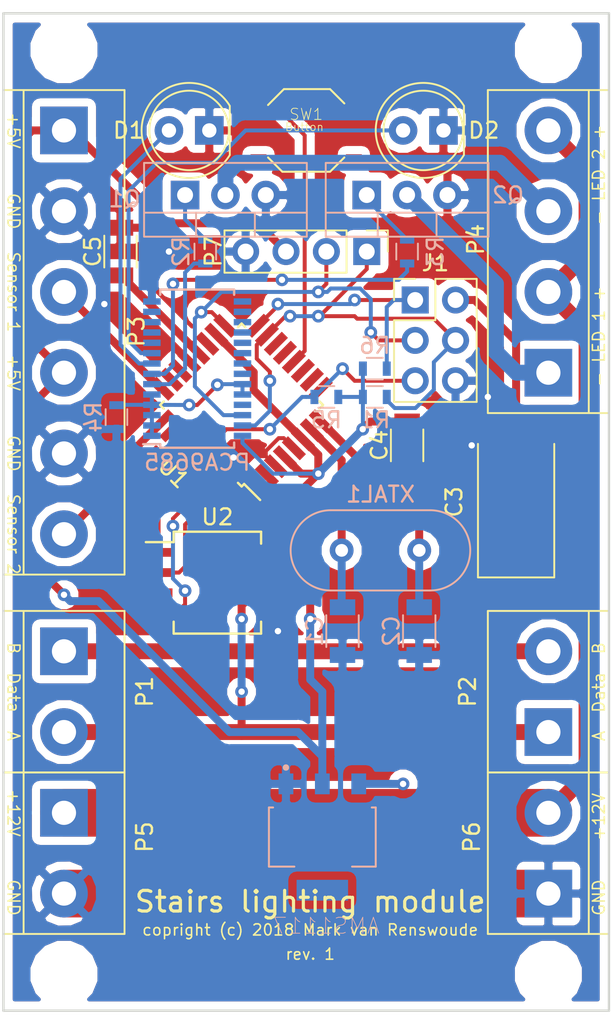
<source format=kicad_pcb>
(kicad_pcb (version 20171130) (host pcbnew "(5.0.1)-3")

  (general
    (thickness 1.6)
    (drawings 21)
    (tracks 263)
    (zones 0)
    (modules 33)
    (nets 28)
  )

  (page A4)
  (title_block
    (title "Stairs submodule")
    (date 2018-09-03)
    (rev 1)
    (company "Mark van Renswoude")
  )

  (layers
    (0 F.Cu signal)
    (31 B.Cu signal)
    (32 B.Adhes user hide)
    (33 F.Adhes user hide)
    (34 B.Paste user hide)
    (35 F.Paste user hide)
    (36 B.SilkS user)
    (37 F.SilkS user)
    (38 B.Mask user hide)
    (39 F.Mask user hide)
    (40 Dwgs.User user hide)
    (41 Cmts.User user hide)
    (42 Eco1.User user hide)
    (43 Eco2.User user hide)
    (44 Edge.Cuts user)
    (45 Margin user hide)
    (46 B.CrtYd user hide)
    (47 F.CrtYd user hide)
    (48 B.Fab user hide)
    (49 F.Fab user hide)
  )

  (setup
    (last_trace_width 0.25)
    (user_trace_width 0.5)
    (user_trace_width 1)
    (user_trace_width 3)
    (trace_clearance 0.2)
    (zone_clearance 0.508)
    (zone_45_only no)
    (trace_min 0.2)
    (segment_width 0.2)
    (edge_width 0.15)
    (via_size 0.8)
    (via_drill 0.4)
    (via_min_size 0.4)
    (via_min_drill 0.3)
    (uvia_size 0.3)
    (uvia_drill 0.1)
    (uvias_allowed no)
    (uvia_min_size 0.2)
    (uvia_min_drill 0.1)
    (pcb_text_width 0.3)
    (pcb_text_size 1.5 1.5)
    (mod_edge_width 0.15)
    (mod_text_size 1 1)
    (mod_text_width 0.15)
    (pad_size 3.2 3.2)
    (pad_drill 3.2)
    (pad_to_mask_clearance 0.2)
    (solder_mask_min_width 0.25)
    (aux_axis_origin 118.11 93.472)
    (visible_elements 7FFFFFFF)
    (pcbplotparams
      (layerselection 0x010f0_ffffffff)
      (usegerberextensions false)
      (usegerberattributes true)
      (usegerberadvancedattributes false)
      (creategerberjobfile false)
      (excludeedgelayer false)
      (linewidth 0.100000)
      (plotframeref false)
      (viasonmask false)
      (mode 1)
      (useauxorigin true)
      (hpglpennumber 1)
      (hpglpenspeed 20)
      (hpglpendiameter 15.000000)
      (psnegative false)
      (psa4output false)
      (plotreference true)
      (plotvalue true)
      (plotinvisibletext false)
      (padsonsilk true)
      (subtractmaskfromsilk false)
      (outputformat 1)
      (mirror false)
      (drillshape 0)
      (scaleselection 1)
      (outputdirectory ""))
  )

  (net 0 "")
  (net 1 GND)
  (net 2 +5V)
  (net 3 +12V)
  (net 4 "Net-(C1-Pad1)")
  (net 5 "Net-(C2-Pad1)")
  (net 6 "Net-(P1-Pad2)")
  (net 7 "Net-(P1-Pad1)")
  (net 8 /PD)
  (net 9 "Net-(PCA9685-Pad7)")
  (net 10 "Net-(PCA9685-Pad6)")
  (net 11 "Net-(Q1-Pad1)")
  (net 12 "Net-(Q2-Pad1)")
  (net 13 MOSI)
  (net 14 RST)
  (net 15 SCK)
  (net 16 MISO)
  (net 17 "Net-(P4-Pad1)")
  (net 18 "Net-(P4-Pad3)")
  (net 19 "Net-(SW1-Pad1)")
  (net 20 "Net-(C5-Pad1)")
  (net 21 "Net-(U1-Pad31)")
  (net 22 "Net-(U1-Pad30)")
  (net 23 "Net-(U1-Pad32)")
  (net 24 "Net-(D1-Pad2)")
  (net 25 "Net-(D2-Pad2)")
  (net 26 "Net-(P3-Pad6)")
  (net 27 "Net-(P3-Pad3)")

  (net_class Default "This is the default net class."
    (clearance 0.2)
    (trace_width 0.25)
    (via_dia 0.8)
    (via_drill 0.4)
    (uvia_dia 0.3)
    (uvia_drill 0.1)
    (add_net /PD)
    (add_net GND)
    (add_net MISO)
    (add_net MOSI)
    (add_net "Net-(C1-Pad1)")
    (add_net "Net-(C2-Pad1)")
    (add_net "Net-(C5-Pad1)")
    (add_net "Net-(D1-Pad2)")
    (add_net "Net-(D2-Pad2)")
    (add_net "Net-(P1-Pad1)")
    (add_net "Net-(P1-Pad2)")
    (add_net "Net-(P3-Pad3)")
    (add_net "Net-(P3-Pad6)")
    (add_net "Net-(P4-Pad1)")
    (add_net "Net-(P4-Pad3)")
    (add_net "Net-(PCA9685-Pad6)")
    (add_net "Net-(PCA9685-Pad7)")
    (add_net "Net-(Q1-Pad1)")
    (add_net "Net-(Q2-Pad1)")
    (add_net "Net-(SW1-Pad1)")
    (add_net "Net-(U1-Pad30)")
    (add_net "Net-(U1-Pad31)")
    (add_net "Net-(U1-Pad32)")
    (add_net RST)
    (add_net SCK)
  )

  (net_class +5V ""
    (clearance 0.2)
    (trace_width 0.25)
    (via_dia 0.8)
    (via_drill 0.4)
    (uvia_dia 0.3)
    (uvia_drill 0.1)
    (add_net +5V)
  )

  (net_class POWAH ""
    (clearance 0.4)
    (trace_width 1)
    (via_dia 0.8)
    (via_drill 0.4)
    (uvia_dia 0.3)
    (uvia_drill 0.1)
    (add_net +12V)
  )

  (module Mounting_Holes:MountingHole_3.2mm_M3_ISO7380 (layer F.Cu) (tedit 5BFA87CA) (tstamp 5BFAC35E)
    (at 121.92 91.186)
    (descr "Mounting Hole 3.2mm, no annular, M3, ISO7380")
    (tags "mounting hole 3.2mm no annular m3 iso7380")
    (attr virtual)
    (fp_text reference REF** (at 0 -3.85) (layer F.SilkS) hide
      (effects (font (size 1 1) (thickness 0.15)))
    )
    (fp_text value MountingHole_3.2mm_M3_ISO7380 (at 0 3.85) (layer F.Fab)
      (effects (font (size 1 1) (thickness 0.15)))
    )
    (fp_circle (center 0 0) (end 3.1 0) (layer F.CrtYd) (width 0.05))
    (fp_circle (center 0 0) (end 2.85 0) (layer Cmts.User) (width 0.15))
    (fp_text user %R (at 0.3 0) (layer F.Fab)
      (effects (font (size 1 1) (thickness 0.15)))
    )
    (pad 1 np_thru_hole circle (at 0 0) (size 3.2 3.2) (drill 3.2) (layers *.Cu *.Mask))
  )

  (module Mounting_Holes:MountingHole_3.2mm_M3_ISO7380 (layer F.Cu) (tedit 5BFA87CD) (tstamp 5BFAC357)
    (at 152.4 91.186)
    (descr "Mounting Hole 3.2mm, no annular, M3, ISO7380")
    (tags "mounting hole 3.2mm no annular m3 iso7380")
    (attr virtual)
    (fp_text reference REF** (at 0 -3.85) (layer F.SilkS) hide
      (effects (font (size 1 1) (thickness 0.15)))
    )
    (fp_text value MountingHole_3.2mm_M3_ISO7380 (at 0 3.85) (layer F.Fab)
      (effects (font (size 1 1) (thickness 0.15)))
    )
    (fp_text user %R (at 0.3 0) (layer F.Fab)
      (effects (font (size 1 1) (thickness 0.15)))
    )
    (fp_circle (center 0 0) (end 2.85 0) (layer Cmts.User) (width 0.15))
    (fp_circle (center 0 0) (end 3.1 0) (layer F.CrtYd) (width 0.05))
    (pad 1 np_thru_hole circle (at 0 0) (size 3.2 3.2) (drill 3.2) (layers *.Cu *.Mask))
  )

  (module Mounting_Holes:MountingHole_3.2mm_M3_ISO7380 (layer F.Cu) (tedit 5BFA87CD) (tstamp 5BFAC321)
    (at 152.4 33.02)
    (descr "Mounting Hole 3.2mm, no annular, M3, ISO7380")
    (tags "mounting hole 3.2mm no annular m3 iso7380")
    (attr virtual)
    (fp_text reference REF** (at 0 -3.85) (layer F.SilkS) hide
      (effects (font (size 1 1) (thickness 0.15)))
    )
    (fp_text value MountingHole_3.2mm_M3_ISO7380 (at 0 3.85) (layer F.Fab)
      (effects (font (size 1 1) (thickness 0.15)))
    )
    (fp_circle (center 0 0) (end 3.1 0) (layer F.CrtYd) (width 0.05))
    (fp_circle (center 0 0) (end 2.85 0) (layer Cmts.User) (width 0.15))
    (fp_text user %R (at 0.3 0) (layer F.Fab)
      (effects (font (size 1 1) (thickness 0.15)))
    )
    (pad 1 np_thru_hole circle (at 0 0) (size 3.2 3.2) (drill 3.2) (layers *.Cu *.Mask))
  )

  (module TO_SOT_Packages_THT:TO-220-3_Vertical (layer B.Cu) (tedit 58CE52AD) (tstamp 5BF960B4)
    (at 129.54 42.164)
    (descr "TO-220-3, Vertical, RM 2.54mm")
    (tags "TO-220-3 Vertical RM 2.54mm")
    (path /5B8C8EA8)
    (fp_text reference Q1 (at -3.81 0.254) (layer B.SilkS)
      (effects (font (size 1 1) (thickness 0.15)) (justify mirror))
    )
    (fp_text value IRLB8721PBF (at 2.54 -3.92) (layer B.Fab)
      (effects (font (size 1 1) (thickness 0.15)) (justify mirror))
    )
    (fp_text user %R (at 2.54 3.62) (layer B.Fab)
      (effects (font (size 1 1) (thickness 0.15)) (justify mirror))
    )
    (fp_line (start -2.46 2.5) (end -2.46 -1.9) (layer B.Fab) (width 0.1))
    (fp_line (start -2.46 -1.9) (end 7.54 -1.9) (layer B.Fab) (width 0.1))
    (fp_line (start 7.54 -1.9) (end 7.54 2.5) (layer B.Fab) (width 0.1))
    (fp_line (start 7.54 2.5) (end -2.46 2.5) (layer B.Fab) (width 0.1))
    (fp_line (start -2.46 1.23) (end 7.54 1.23) (layer B.Fab) (width 0.1))
    (fp_line (start 0.69 2.5) (end 0.69 1.23) (layer B.Fab) (width 0.1))
    (fp_line (start 4.39 2.5) (end 4.39 1.23) (layer B.Fab) (width 0.1))
    (fp_line (start -2.58 2.62) (end 7.66 2.62) (layer B.SilkS) (width 0.12))
    (fp_line (start -2.58 -2.021) (end 7.66 -2.021) (layer B.SilkS) (width 0.12))
    (fp_line (start -2.58 2.62) (end -2.58 -2.021) (layer B.SilkS) (width 0.12))
    (fp_line (start 7.66 2.62) (end 7.66 -2.021) (layer B.SilkS) (width 0.12))
    (fp_line (start -2.58 1.11) (end 7.66 1.11) (layer B.SilkS) (width 0.12))
    (fp_line (start 0.69 2.62) (end 0.69 1.11) (layer B.SilkS) (width 0.12))
    (fp_line (start 4.391 2.62) (end 4.391 1.11) (layer B.SilkS) (width 0.12))
    (fp_line (start -2.71 2.75) (end -2.71 -2.16) (layer B.CrtYd) (width 0.05))
    (fp_line (start -2.71 -2.16) (end 7.79 -2.16) (layer B.CrtYd) (width 0.05))
    (fp_line (start 7.79 -2.16) (end 7.79 2.75) (layer B.CrtYd) (width 0.05))
    (fp_line (start 7.79 2.75) (end -2.71 2.75) (layer B.CrtYd) (width 0.05))
    (pad 1 thru_hole rect (at 0 0) (size 1.8 1.8) (drill 1) (layers *.Cu *.Mask)
      (net 11 "Net-(Q1-Pad1)"))
    (pad 2 thru_hole oval (at 2.54 0) (size 1.8 1.8) (drill 1) (layers *.Cu *.Mask)
      (net 18 "Net-(P4-Pad3)"))
    (pad 3 thru_hole oval (at 5.08 0) (size 1.8 1.8) (drill 1) (layers *.Cu *.Mask)
      (net 1 GND))
    (model ${KISYS3DMOD}/Package_TO_SOT_THT.3dshapes/TO-220-3_Horizontal_TabDown.wrl
      (offset (xyz 0 0 3.5))
      (scale (xyz 1 1 1))
      (rotate (xyz 0 0 0))
    )
  )

  (module TO_SOT_Packages_THT:TO-220-3_Vertical (layer B.Cu) (tedit 58CE52AD) (tstamp 5BF960D2)
    (at 140.97 42.164)
    (descr "TO-220-3, Vertical, RM 2.54mm")
    (tags "TO-220-3 Vertical RM 2.54mm")
    (path /5B8CB00E)
    (fp_text reference Q2 (at 8.89 0) (layer B.SilkS)
      (effects (font (size 1 1) (thickness 0.15)) (justify mirror))
    )
    (fp_text value IRLB8721PBF (at 2.54 -3.92) (layer B.Fab)
      (effects (font (size 1 1) (thickness 0.15)) (justify mirror))
    )
    (fp_text user %R (at 2.54 3.62) (layer B.Fab)
      (effects (font (size 1 1) (thickness 0.15)) (justify mirror))
    )
    (fp_line (start -2.46 2.5) (end -2.46 -1.9) (layer B.Fab) (width 0.1))
    (fp_line (start -2.46 -1.9) (end 7.54 -1.9) (layer B.Fab) (width 0.1))
    (fp_line (start 7.54 -1.9) (end 7.54 2.5) (layer B.Fab) (width 0.1))
    (fp_line (start 7.54 2.5) (end -2.46 2.5) (layer B.Fab) (width 0.1))
    (fp_line (start -2.46 1.23) (end 7.54 1.23) (layer B.Fab) (width 0.1))
    (fp_line (start 0.69 2.5) (end 0.69 1.23) (layer B.Fab) (width 0.1))
    (fp_line (start 4.39 2.5) (end 4.39 1.23) (layer B.Fab) (width 0.1))
    (fp_line (start -2.58 2.62) (end 7.66 2.62) (layer B.SilkS) (width 0.12))
    (fp_line (start -2.58 -2.021) (end 7.66 -2.021) (layer B.SilkS) (width 0.12))
    (fp_line (start -2.58 2.62) (end -2.58 -2.021) (layer B.SilkS) (width 0.12))
    (fp_line (start 7.66 2.62) (end 7.66 -2.021) (layer B.SilkS) (width 0.12))
    (fp_line (start -2.58 1.11) (end 7.66 1.11) (layer B.SilkS) (width 0.12))
    (fp_line (start 0.69 2.62) (end 0.69 1.11) (layer B.SilkS) (width 0.12))
    (fp_line (start 4.391 2.62) (end 4.391 1.11) (layer B.SilkS) (width 0.12))
    (fp_line (start -2.71 2.75) (end -2.71 -2.16) (layer B.CrtYd) (width 0.05))
    (fp_line (start -2.71 -2.16) (end 7.79 -2.16) (layer B.CrtYd) (width 0.05))
    (fp_line (start 7.79 -2.16) (end 7.79 2.75) (layer B.CrtYd) (width 0.05))
    (fp_line (start 7.79 2.75) (end -2.71 2.75) (layer B.CrtYd) (width 0.05))
    (pad 1 thru_hole rect (at 0 0) (size 1.8 1.8) (drill 1) (layers *.Cu *.Mask)
      (net 12 "Net-(Q2-Pad1)"))
    (pad 2 thru_hole oval (at 2.54 0) (size 1.8 1.8) (drill 1) (layers *.Cu *.Mask)
      (net 17 "Net-(P4-Pad1)"))
    (pad 3 thru_hole oval (at 5.08 0) (size 1.8 1.8) (drill 1) (layers *.Cu *.Mask)
      (net 1 GND))
    (model ${KISYS3DMOD}/Package_TO_SOT_THT.3dshapes/TO-220-3_Horizontal_TabDown.wrl
      (offset (xyz 0 0 3.5))
      (scale (xyz 1 1 1))
      (rotate (xyz 0 0 0))
    )
  )

  (module AMS1117-5.0:SOT229P700X180-4N (layer B.Cu) (tedit 5BFA8449) (tstamp 5BF92A2B)
    (at 138.176 82.55)
    (path /5B8AFB24)
    (attr smd)
    (fp_text reference AMS1117 (at 0.254 5.588 180) (layer B.SilkS)
      (effects (font (size 1.00211 1.00211) (thickness 0.05)) (justify mirror))
    )
    (fp_text value AMS1117-5 (at -0.516467 -5.54073) (layer B.SilkS) hide
      (effects (font (size 1.00285 1.00285) (thickness 0.05)) (justify mirror))
    )
    (fp_line (start -3.36 -1.86) (end -3.36 1.86) (layer Dwgs.User) (width 0.127))
    (fp_line (start -3.36 1.86) (end 3.36 1.86) (layer Dwgs.User) (width 0.127))
    (fp_line (start 3.36 1.86) (end 3.36 -1.86) (layer Dwgs.User) (width 0.127))
    (fp_line (start 3.36 -1.86) (end -3.36 -1.86) (layer Dwgs.User) (width 0.127))
    (fp_line (start -3.36 -1.86) (end -3.36 1.86) (layer B.SilkS) (width 0.127))
    (fp_line (start 3.36 -1.86) (end 3.36 1.86) (layer B.SilkS) (width 0.127))
    (fp_line (start -3.36 -1.86) (end -3.1 -1.86) (layer B.SilkS) (width 0.127))
    (fp_line (start 3.11 -1.86) (end 3.36 -1.86) (layer B.SilkS) (width 0.127))
    (fp_line (start 3.36 1.86) (end 1.87 1.86) (layer B.SilkS) (width 0.127))
    (fp_line (start -1.76 1.86) (end -3.36 1.86) (layer B.SilkS) (width 0.127))
    (fp_circle (center -2.29 -4.373) (end -2.19 -4.373) (layer B.SilkS) (width 0.2))
    (fp_line (start -3.61 2.11) (end -3.61 -2.11) (layer Eco1.User) (width 0.05))
    (fp_line (start -3.61 -2.11) (end -3.01 -2.11) (layer Eco1.User) (width 0.05))
    (fp_line (start -3.01 -2.11) (end -3.01 -4.25) (layer Eco1.User) (width 0.05))
    (fp_line (start -3.01 -4.25) (end 3.01 -4.25) (layer Eco1.User) (width 0.05))
    (fp_line (start 3.01 -4.25) (end 3.01 -2.11) (layer Eco1.User) (width 0.05))
    (fp_line (start 3.01 -2.11) (end 3.61 -2.11) (layer Eco1.User) (width 0.05))
    (fp_line (start 3.61 -2.11) (end 3.61 2.11) (layer Eco1.User) (width 0.05))
    (fp_line (start 3.61 2.11) (end 1.87 2.11) (layer Eco1.User) (width 0.05))
    (fp_line (start 1.87 2.11) (end 1.87 4.25) (layer Eco1.User) (width 0.05))
    (fp_line (start 1.87 4.25) (end -1.87 4.25) (layer Eco1.User) (width 0.05))
    (fp_line (start -1.87 4.25) (end -1.87 2.11) (layer Eco1.User) (width 0.05))
    (fp_line (start -1.87 2.11) (end -3.61 2.11) (layer Eco1.User) (width 0.05))
    (pad 1 smd rect (at -2.29 -3.345) (size 0.93 1.31) (layers B.Cu B.Paste B.Mask)
      (net 1 GND))
    (pad 2 smd rect (at 0 -3.345) (size 0.93 1.31) (layers B.Cu B.Paste B.Mask)
      (net 2 +5V))
    (pad 3 smd rect (at 2.29 -3.345) (size 0.93 1.31) (layers B.Cu B.Paste B.Mask)
      (net 3 +12V))
    (pad 4 smd rect (at 0 3.345) (size 3.24 1.31) (layers B.Cu B.Paste B.Mask))
    (model ${KISYS3DMOD}/Package_TO_SOT_SMD.3dshapes/SOT-223.wrl
      (at (xyz 0 0 0))
      (scale (xyz 1 1 1))
      (rotate (xyz 0 0 -90))
    )
  )

  (module Capacitors_SMD:C_1206 (layer B.Cu) (tedit 58AA84B8) (tstamp 5BF92A3C)
    (at 139.446 69.596 270)
    (descr "Capacitor SMD 1206, reflow soldering, AVX (see smccp.pdf)")
    (tags "capacitor 1206")
    (path /5B8B9824)
    (attr smd)
    (fp_text reference C1 (at 0 1.75 270) (layer B.SilkS)
      (effects (font (size 1 1) (thickness 0.15)) (justify mirror))
    )
    (fp_text value 33pF (at 0 -2 270) (layer B.Fab)
      (effects (font (size 1 1) (thickness 0.15)) (justify mirror))
    )
    (fp_line (start 2.25 -1.05) (end -2.25 -1.05) (layer B.CrtYd) (width 0.05))
    (fp_line (start 2.25 -1.05) (end 2.25 1.05) (layer B.CrtYd) (width 0.05))
    (fp_line (start -2.25 1.05) (end -2.25 -1.05) (layer B.CrtYd) (width 0.05))
    (fp_line (start -2.25 1.05) (end 2.25 1.05) (layer B.CrtYd) (width 0.05))
    (fp_line (start -1 -1.02) (end 1 -1.02) (layer B.SilkS) (width 0.12))
    (fp_line (start 1 1.02) (end -1 1.02) (layer B.SilkS) (width 0.12))
    (fp_line (start -1.6 0.8) (end 1.6 0.8) (layer B.Fab) (width 0.1))
    (fp_line (start 1.6 0.8) (end 1.6 -0.8) (layer B.Fab) (width 0.1))
    (fp_line (start 1.6 -0.8) (end -1.6 -0.8) (layer B.Fab) (width 0.1))
    (fp_line (start -1.6 -0.8) (end -1.6 0.8) (layer B.Fab) (width 0.1))
    (fp_text user %R (at 0 1.75 270) (layer B.Fab)
      (effects (font (size 1 1) (thickness 0.15)) (justify mirror))
    )
    (pad 2 smd rect (at 1.5 0 270) (size 1 1.6) (layers B.Cu B.Paste B.Mask)
      (net 1 GND))
    (pad 1 smd rect (at -1.5 0 270) (size 1 1.6) (layers B.Cu B.Paste B.Mask)
      (net 4 "Net-(C1-Pad1)"))
    (model ${KISYS3DMOD}/Capacitor_SMD.3dshapes/C_1206_3216Metric.wrl
      (at (xyz 0 0 0))
      (scale (xyz 1 1 1))
      (rotate (xyz 0 0 0))
    )
  )

  (module Capacitors_SMD:C_1206 (layer B.Cu) (tedit 58AA84B8) (tstamp 5BF92A4D)
    (at 144.272 69.596 270)
    (descr "Capacitor SMD 1206, reflow soldering, AVX (see smccp.pdf)")
    (tags "capacitor 1206")
    (path /5B8B93C9)
    (attr smd)
    (fp_text reference C2 (at 0 1.75 270) (layer B.SilkS)
      (effects (font (size 1 1) (thickness 0.15)) (justify mirror))
    )
    (fp_text value 33pF (at 0 -2 270) (layer B.Fab)
      (effects (font (size 1 1) (thickness 0.15)) (justify mirror))
    )
    (fp_text user %R (at 0 1.75 270) (layer B.Fab)
      (effects (font (size 1 1) (thickness 0.15)) (justify mirror))
    )
    (fp_line (start -1.6 -0.8) (end -1.6 0.8) (layer B.Fab) (width 0.1))
    (fp_line (start 1.6 -0.8) (end -1.6 -0.8) (layer B.Fab) (width 0.1))
    (fp_line (start 1.6 0.8) (end 1.6 -0.8) (layer B.Fab) (width 0.1))
    (fp_line (start -1.6 0.8) (end 1.6 0.8) (layer B.Fab) (width 0.1))
    (fp_line (start 1 1.02) (end -1 1.02) (layer B.SilkS) (width 0.12))
    (fp_line (start -1 -1.02) (end 1 -1.02) (layer B.SilkS) (width 0.12))
    (fp_line (start -2.25 1.05) (end 2.25 1.05) (layer B.CrtYd) (width 0.05))
    (fp_line (start -2.25 1.05) (end -2.25 -1.05) (layer B.CrtYd) (width 0.05))
    (fp_line (start 2.25 -1.05) (end 2.25 1.05) (layer B.CrtYd) (width 0.05))
    (fp_line (start 2.25 -1.05) (end -2.25 -1.05) (layer B.CrtYd) (width 0.05))
    (pad 1 smd rect (at -1.5 0 270) (size 1 1.6) (layers B.Cu B.Paste B.Mask)
      (net 5 "Net-(C2-Pad1)"))
    (pad 2 smd rect (at 1.5 0 270) (size 1 1.6) (layers B.Cu B.Paste B.Mask)
      (net 1 GND))
    (model ${KISYS3DMOD}/Capacitor_SMD.3dshapes/C_1206_3216Metric.wrl
      (at (xyz 0 0 0))
      (scale (xyz 1 1 1))
      (rotate (xyz 0 0 0))
    )
  )

  (module Capacitors_Tantalum_SMD:CP_Tantalum_Case-D_EIA-7343-31_Reflow (layer F.Cu) (tedit 58CC8C08) (tstamp 5BF92A61)
    (at 150.368 61.468 90)
    (descr "Tantalum capacitor, Case D, EIA 7343-31, 7.3x4.3x2.8mm, Reflow soldering footprint")
    (tags "capacitor tantalum smd")
    (path /5B8B090B)
    (attr smd)
    (fp_text reference C3 (at 0 -3.9 90) (layer F.SilkS)
      (effects (font (size 1 1) (thickness 0.15)))
    )
    (fp_text value 10µF (at 0 3.9 90) (layer F.Fab)
      (effects (font (size 1 1) (thickness 0.15)))
    )
    (fp_line (start -4.75 -2.4) (end -4.75 2.4) (layer F.SilkS) (width 0.12))
    (fp_line (start -4.75 2.4) (end 3.65 2.4) (layer F.SilkS) (width 0.12))
    (fp_line (start -4.75 -2.4) (end 3.65 -2.4) (layer F.SilkS) (width 0.12))
    (fp_line (start -2.555 -2.15) (end -2.555 2.15) (layer F.Fab) (width 0.1))
    (fp_line (start -2.92 -2.15) (end -2.92 2.15) (layer F.Fab) (width 0.1))
    (fp_line (start 3.65 -2.15) (end -3.65 -2.15) (layer F.Fab) (width 0.1))
    (fp_line (start 3.65 2.15) (end 3.65 -2.15) (layer F.Fab) (width 0.1))
    (fp_line (start -3.65 2.15) (end 3.65 2.15) (layer F.Fab) (width 0.1))
    (fp_line (start -3.65 -2.15) (end -3.65 2.15) (layer F.Fab) (width 0.1))
    (fp_line (start 4.85 -2.5) (end -4.85 -2.5) (layer F.CrtYd) (width 0.05))
    (fp_line (start 4.85 2.5) (end 4.85 -2.5) (layer F.CrtYd) (width 0.05))
    (fp_line (start -4.85 2.5) (end 4.85 2.5) (layer F.CrtYd) (width 0.05))
    (fp_line (start -4.85 -2.5) (end -4.85 2.5) (layer F.CrtYd) (width 0.05))
    (fp_text user %R (at 0 0 90) (layer F.Fab)
      (effects (font (size 1 1) (thickness 0.15)))
    )
    (pad 2 smd rect (at 3.175 0 90) (size 2.55 2.7) (layers F.Cu F.Paste F.Mask)
      (net 2 +5V))
    (pad 1 smd rect (at -3.175 0 90) (size 2.55 2.7) (layers F.Cu F.Paste F.Mask)
      (net 1 GND))
    (model ${KISYS3DMOD}/Capacitor_Tantalum_SMD.3dshapes/CP_EIA-7343-20_Kemet-V.wrl
      (at (xyz 0 0 0))
      (scale (xyz 1 1 1))
      (rotate (xyz 0 0 0))
    )
  )

  (module Capacitors_SMD:C_1206 (layer F.Cu) (tedit 58AA84B8) (tstamp 5BF92A72)
    (at 143.51 57.912 90)
    (descr "Capacitor SMD 1206, reflow soldering, AVX (see smccp.pdf)")
    (tags "capacitor 1206")
    (path /5B8B1267)
    (attr smd)
    (fp_text reference C4 (at 0 -1.75 90) (layer F.SilkS)
      (effects (font (size 1 1) (thickness 0.15)))
    )
    (fp_text value 100nF (at 0 2 90) (layer F.Fab)
      (effects (font (size 1 1) (thickness 0.15)))
    )
    (fp_line (start 2.25 1.05) (end -2.25 1.05) (layer F.CrtYd) (width 0.05))
    (fp_line (start 2.25 1.05) (end 2.25 -1.05) (layer F.CrtYd) (width 0.05))
    (fp_line (start -2.25 -1.05) (end -2.25 1.05) (layer F.CrtYd) (width 0.05))
    (fp_line (start -2.25 -1.05) (end 2.25 -1.05) (layer F.CrtYd) (width 0.05))
    (fp_line (start -1 1.02) (end 1 1.02) (layer F.SilkS) (width 0.12))
    (fp_line (start 1 -1.02) (end -1 -1.02) (layer F.SilkS) (width 0.12))
    (fp_line (start -1.6 -0.8) (end 1.6 -0.8) (layer F.Fab) (width 0.1))
    (fp_line (start 1.6 -0.8) (end 1.6 0.8) (layer F.Fab) (width 0.1))
    (fp_line (start 1.6 0.8) (end -1.6 0.8) (layer F.Fab) (width 0.1))
    (fp_line (start -1.6 0.8) (end -1.6 -0.8) (layer F.Fab) (width 0.1))
    (fp_text user %R (at 0 -1.75 90) (layer F.Fab)
      (effects (font (size 1 1) (thickness 0.15)))
    )
    (pad 2 smd rect (at 1.5 0 90) (size 1 1.6) (layers F.Cu F.Paste F.Mask)
      (net 2 +5V))
    (pad 1 smd rect (at -1.5 0 90) (size 1 1.6) (layers F.Cu F.Paste F.Mask)
      (net 1 GND))
    (model ${KISYS3DMOD}/Capacitor_SMD.3dshapes/C_1206_3216Metric.wrl
      (at (xyz 0 0 0))
      (scale (xyz 1 1 1))
      (rotate (xyz 0 0 0))
    )
  )

  (module Capacitors_SMD:C_1206 (layer F.Cu) (tedit 58AA84B8) (tstamp 5BF92A83)
    (at 125.476 45.72 90)
    (descr "Capacitor SMD 1206, reflow soldering, AVX (see smccp.pdf)")
    (tags "capacitor 1206")
    (path /5C0DFCEB)
    (attr smd)
    (fp_text reference C5 (at 0 -1.75 90) (layer F.SilkS)
      (effects (font (size 1 1) (thickness 0.15)))
    )
    (fp_text value 100nF (at 0 2 90) (layer F.Fab)
      (effects (font (size 1 1) (thickness 0.15)))
    )
    (fp_text user %R (at 0 -1.75 90) (layer F.Fab)
      (effects (font (size 1 1) (thickness 0.15)))
    )
    (fp_line (start -1.6 0.8) (end -1.6 -0.8) (layer F.Fab) (width 0.1))
    (fp_line (start 1.6 0.8) (end -1.6 0.8) (layer F.Fab) (width 0.1))
    (fp_line (start 1.6 -0.8) (end 1.6 0.8) (layer F.Fab) (width 0.1))
    (fp_line (start -1.6 -0.8) (end 1.6 -0.8) (layer F.Fab) (width 0.1))
    (fp_line (start 1 -1.02) (end -1 -1.02) (layer F.SilkS) (width 0.12))
    (fp_line (start -1 1.02) (end 1 1.02) (layer F.SilkS) (width 0.12))
    (fp_line (start -2.25 -1.05) (end 2.25 -1.05) (layer F.CrtYd) (width 0.05))
    (fp_line (start -2.25 -1.05) (end -2.25 1.05) (layer F.CrtYd) (width 0.05))
    (fp_line (start 2.25 1.05) (end 2.25 -1.05) (layer F.CrtYd) (width 0.05))
    (fp_line (start 2.25 1.05) (end -2.25 1.05) (layer F.CrtYd) (width 0.05))
    (pad 1 smd rect (at -1.5 0 90) (size 1 1.6) (layers F.Cu F.Paste F.Mask)
      (net 20 "Net-(C5-Pad1)"))
    (pad 2 smd rect (at 1.5 0 90) (size 1 1.6) (layers F.Cu F.Paste F.Mask)
      (net 1 GND))
    (model ${KISYS3DMOD}/Capacitor_SMD.3dshapes/C_1206_3216Metric.wrl
      (at (xyz 0 0 0))
      (scale (xyz 1 1 1))
      (rotate (xyz 0 0 0))
    )
  )

  (module Pin_Headers:Pin_Header_Straight_2x03_Pitch2.54mm (layer F.Cu) (tedit 59650532) (tstamp 5BF92A9F)
    (at 144.018 48.768)
    (descr "Through hole straight pin header, 2x03, 2.54mm pitch, double rows")
    (tags "Through hole pin header THT 2x03 2.54mm double row")
    (path /5BEBD38C)
    (fp_text reference J1 (at 1.27 -2.33) (layer F.SilkS)
      (effects (font (size 1 1) (thickness 0.15)))
    )
    (fp_text value PROG (at 1.27 7.41) (layer F.Fab)
      (effects (font (size 1 1) (thickness 0.15)))
    )
    (fp_text user %R (at 1.27 2.54 90) (layer F.Fab)
      (effects (font (size 1 1) (thickness 0.15)))
    )
    (fp_line (start 4.35 -1.8) (end -1.8 -1.8) (layer F.CrtYd) (width 0.05))
    (fp_line (start 4.35 6.85) (end 4.35 -1.8) (layer F.CrtYd) (width 0.05))
    (fp_line (start -1.8 6.85) (end 4.35 6.85) (layer F.CrtYd) (width 0.05))
    (fp_line (start -1.8 -1.8) (end -1.8 6.85) (layer F.CrtYd) (width 0.05))
    (fp_line (start -1.33 -1.33) (end 0 -1.33) (layer F.SilkS) (width 0.12))
    (fp_line (start -1.33 0) (end -1.33 -1.33) (layer F.SilkS) (width 0.12))
    (fp_line (start 1.27 -1.33) (end 3.87 -1.33) (layer F.SilkS) (width 0.12))
    (fp_line (start 1.27 1.27) (end 1.27 -1.33) (layer F.SilkS) (width 0.12))
    (fp_line (start -1.33 1.27) (end 1.27 1.27) (layer F.SilkS) (width 0.12))
    (fp_line (start 3.87 -1.33) (end 3.87 6.41) (layer F.SilkS) (width 0.12))
    (fp_line (start -1.33 1.27) (end -1.33 6.41) (layer F.SilkS) (width 0.12))
    (fp_line (start -1.33 6.41) (end 3.87 6.41) (layer F.SilkS) (width 0.12))
    (fp_line (start -1.27 0) (end 0 -1.27) (layer F.Fab) (width 0.1))
    (fp_line (start -1.27 6.35) (end -1.27 0) (layer F.Fab) (width 0.1))
    (fp_line (start 3.81 6.35) (end -1.27 6.35) (layer F.Fab) (width 0.1))
    (fp_line (start 3.81 -1.27) (end 3.81 6.35) (layer F.Fab) (width 0.1))
    (fp_line (start 0 -1.27) (end 3.81 -1.27) (layer F.Fab) (width 0.1))
    (pad 6 thru_hole oval (at 2.54 5.08) (size 1.7 1.7) (drill 1) (layers *.Cu *.Mask)
      (net 1 GND))
    (pad 5 thru_hole oval (at 0 5.08) (size 1.7 1.7) (drill 1) (layers *.Cu *.Mask)
      (net 14 RST))
    (pad 4 thru_hole oval (at 2.54 2.54) (size 1.7 1.7) (drill 1) (layers *.Cu *.Mask)
      (net 13 MOSI))
    (pad 3 thru_hole oval (at 0 2.54) (size 1.7 1.7) (drill 1) (layers *.Cu *.Mask)
      (net 15 SCK))
    (pad 2 thru_hole oval (at 2.54 0) (size 1.7 1.7) (drill 1) (layers *.Cu *.Mask)
      (net 2 +5V))
    (pad 1 thru_hole rect (at 0 0) (size 1.7 1.7) (drill 1) (layers *.Cu *.Mask)
      (net 16 MISO))
    (model ${KISYS3DMOD}/Connector_PinHeader_2.54mm.3dshapes/PinHeader_2x03_P2.54mm_Vertical.wrl
      (at (xyz 0 0 0))
      (scale (xyz 1 1 1))
      (rotate (xyz 0 0 0))
    )
  )

  (module Terminal_Blocks:TerminalBlock_bornier-2_P5.08mm (layer F.Cu) (tedit 59FF03AB) (tstamp 5BF92AB4)
    (at 121.92 70.866 270)
    (descr "simple 2-pin terminal block, pitch 5.08mm, revamped version of bornier2")
    (tags "terminal block bornier2")
    (path /5B8AE987)
    (fp_text reference P1 (at 2.54 -5.08 270) (layer F.SilkS)
      (effects (font (size 1 1) (thickness 0.15)))
    )
    (fp_text value DATA_IN (at 2.54 5.08 270) (layer F.Fab)
      (effects (font (size 1 1) (thickness 0.15)))
    )
    (fp_line (start 7.79 4) (end -2.71 4) (layer F.CrtYd) (width 0.05))
    (fp_line (start 7.79 4) (end 7.79 -4) (layer F.CrtYd) (width 0.05))
    (fp_line (start -2.71 -4) (end -2.71 4) (layer F.CrtYd) (width 0.05))
    (fp_line (start -2.71 -4) (end 7.79 -4) (layer F.CrtYd) (width 0.05))
    (fp_line (start -2.54 3.81) (end 7.62 3.81) (layer F.SilkS) (width 0.12))
    (fp_line (start -2.54 -3.81) (end -2.54 3.81) (layer F.SilkS) (width 0.12))
    (fp_line (start 7.62 -3.81) (end -2.54 -3.81) (layer F.SilkS) (width 0.12))
    (fp_line (start 7.62 3.81) (end 7.62 -3.81) (layer F.SilkS) (width 0.12))
    (fp_line (start 7.62 2.54) (end -2.54 2.54) (layer F.SilkS) (width 0.12))
    (fp_line (start 7.54 -3.75) (end -2.46 -3.75) (layer F.Fab) (width 0.1))
    (fp_line (start 7.54 3.75) (end 7.54 -3.75) (layer F.Fab) (width 0.1))
    (fp_line (start -2.46 3.75) (end 7.54 3.75) (layer F.Fab) (width 0.1))
    (fp_line (start -2.46 -3.75) (end -2.46 3.75) (layer F.Fab) (width 0.1))
    (fp_line (start -2.41 2.55) (end 7.49 2.55) (layer F.Fab) (width 0.1))
    (fp_text user %R (at 2.54 0 270) (layer F.Fab)
      (effects (font (size 1 1) (thickness 0.15)))
    )
    (pad 2 thru_hole circle (at 5.08 0 270) (size 3 3) (drill 1.52) (layers *.Cu *.Mask)
      (net 6 "Net-(P1-Pad2)"))
    (pad 1 thru_hole rect (at 0 0 270) (size 3 3) (drill 1.52) (layers *.Cu *.Mask)
      (net 7 "Net-(P1-Pad1)"))
    (model ${KISYS3DMOD}/Terminal_Blocks.3dshapes/TerminalBlock_bornier-2_P5.08mm.wrl
      (offset (xyz 2.539999961853027 0 0))
      (scale (xyz 1 1 1))
      (rotate (xyz 0 0 0))
    )
  )

  (module Terminal_Blocks:TerminalBlock_bornier-2_P5.08mm (layer F.Cu) (tedit 59FF03AB) (tstamp 5BF92AC9)
    (at 152.4 75.946 90)
    (descr "simple 2-pin terminal block, pitch 5.08mm, revamped version of bornier2")
    (tags "terminal block bornier2")
    (path /5B8AE9DD)
    (fp_text reference P2 (at 2.54 -5.08 90) (layer F.SilkS)
      (effects (font (size 1 1) (thickness 0.15)))
    )
    (fp_text value DATA_OUT (at 2.54 5.08 90) (layer F.Fab)
      (effects (font (size 1 1) (thickness 0.15)))
    )
    (fp_text user %R (at 2.54 0 90) (layer F.Fab)
      (effects (font (size 1 1) (thickness 0.15)))
    )
    (fp_line (start -2.41 2.55) (end 7.49 2.55) (layer F.Fab) (width 0.1))
    (fp_line (start -2.46 -3.75) (end -2.46 3.75) (layer F.Fab) (width 0.1))
    (fp_line (start -2.46 3.75) (end 7.54 3.75) (layer F.Fab) (width 0.1))
    (fp_line (start 7.54 3.75) (end 7.54 -3.75) (layer F.Fab) (width 0.1))
    (fp_line (start 7.54 -3.75) (end -2.46 -3.75) (layer F.Fab) (width 0.1))
    (fp_line (start 7.62 2.54) (end -2.54 2.54) (layer F.SilkS) (width 0.12))
    (fp_line (start 7.62 3.81) (end 7.62 -3.81) (layer F.SilkS) (width 0.12))
    (fp_line (start 7.62 -3.81) (end -2.54 -3.81) (layer F.SilkS) (width 0.12))
    (fp_line (start -2.54 -3.81) (end -2.54 3.81) (layer F.SilkS) (width 0.12))
    (fp_line (start -2.54 3.81) (end 7.62 3.81) (layer F.SilkS) (width 0.12))
    (fp_line (start -2.71 -4) (end 7.79 -4) (layer F.CrtYd) (width 0.05))
    (fp_line (start -2.71 -4) (end -2.71 4) (layer F.CrtYd) (width 0.05))
    (fp_line (start 7.79 4) (end 7.79 -4) (layer F.CrtYd) (width 0.05))
    (fp_line (start 7.79 4) (end -2.71 4) (layer F.CrtYd) (width 0.05))
    (pad 1 thru_hole rect (at 0 0 90) (size 3 3) (drill 1.52) (layers *.Cu *.Mask)
      (net 6 "Net-(P1-Pad2)"))
    (pad 2 thru_hole circle (at 5.08 0 90) (size 3 3) (drill 1.52) (layers *.Cu *.Mask)
      (net 7 "Net-(P1-Pad1)"))
    (model ${KISYS3DMOD}/Terminal_Blocks.3dshapes/TerminalBlock_bornier-2_P5.08mm.wrl
      (offset (xyz 2.539999961853027 0 0))
      (scale (xyz 1 1 1))
      (rotate (xyz 0 0 0))
    )
  )

  (module Terminal_Blocks:TerminalBlock_bornier-6_P5.08mm (layer F.Cu) (tedit 59FF03F5) (tstamp 5BF92AE2)
    (at 121.92 38.1 270)
    (descr "simple 6pin terminal block, pitch 5.08mm, revamped version of bornier6")
    (tags "terminal block bornier6")
    (path /5B8AE6A5)
    (fp_text reference P3 (at 12.65 -4.55 270) (layer F.SilkS)
      (effects (font (size 1 1) (thickness 0.15)))
    )
    (fp_text value SENSOR (at 12.7 4.75 270) (layer F.Fab)
      (effects (font (size 1 1) (thickness 0.15)))
    )
    (fp_line (start 28.15 4) (end -2.75 4) (layer F.CrtYd) (width 0.05))
    (fp_line (start 28.15 4) (end 28.15 -4) (layer F.CrtYd) (width 0.05))
    (fp_line (start -2.75 -4) (end -2.75 4) (layer F.CrtYd) (width 0.05))
    (fp_line (start -2.75 -4) (end 28.15 -4) (layer F.CrtYd) (width 0.05))
    (fp_line (start -2.54 3.81) (end 27.94 3.81) (layer F.SilkS) (width 0.12))
    (fp_line (start -2.54 -3.81) (end 27.94 -3.81) (layer F.SilkS) (width 0.12))
    (fp_line (start -2.54 2.54) (end 27.94 2.54) (layer F.SilkS) (width 0.12))
    (fp_line (start 27.94 3.81) (end 27.94 -3.81) (layer F.SilkS) (width 0.12))
    (fp_line (start -2.54 -3.81) (end -2.54 3.81) (layer F.SilkS) (width 0.12))
    (fp_line (start 27.9 -3.75) (end -2.5 -3.75) (layer F.Fab) (width 0.1))
    (fp_line (start 27.9 3.75) (end 27.9 -3.75) (layer F.Fab) (width 0.1))
    (fp_line (start -2.5 3.75) (end 27.9 3.75) (layer F.Fab) (width 0.1))
    (fp_line (start -2.5 -3.75) (end -2.5 3.75) (layer F.Fab) (width 0.1))
    (fp_line (start -2.5 2.55) (end 27.9 2.55) (layer F.Fab) (width 0.1))
    (fp_text user %R (at 12.7 0 270) (layer F.Fab)
      (effects (font (size 1 1) (thickness 0.15)))
    )
    (pad 6 thru_hole circle (at 25.4 0 270) (size 3 3) (drill 1.52) (layers *.Cu *.Mask)
      (net 26 "Net-(P3-Pad6)"))
    (pad 5 thru_hole circle (at 20.32 0 270) (size 3 3) (drill 1.52) (layers *.Cu *.Mask)
      (net 1 GND))
    (pad 4 thru_hole circle (at 15.24 0 270) (size 3 3) (drill 1.52) (layers *.Cu *.Mask)
      (net 2 +5V))
    (pad 1 thru_hole rect (at 0 0 270) (size 3 3) (drill 1.52) (layers *.Cu *.Mask)
      (net 2 +5V))
    (pad 3 thru_hole circle (at 10.16 0 270) (size 3 3) (drill 1.52) (layers *.Cu *.Mask)
      (net 27 "Net-(P3-Pad3)"))
    (pad 2 thru_hole circle (at 5.08 0 270) (size 3 3) (drill 1.52) (layers *.Cu *.Mask)
      (net 1 GND))
    (model ${KISYS3DMOD}/Terminal_Blocks.3dshapes/TerminalBlock_bornier-6_P5.08mm.wrl
      (offset (xyz 12.69999980926514 0 0))
      (scale (xyz 1 1 1))
      (rotate (xyz 0 0 0))
    )
  )

  (module Terminal_Blocks:TerminalBlock_bornier-4_P5.08mm (layer F.Cu) (tedit 59FF03D1) (tstamp 5BF92AFA)
    (at 152.4 53.34 90)
    (descr "simple 4-pin terminal block, pitch 5.08mm, revamped version of bornier4")
    (tags "terminal block bornier4")
    (path /5B8CBF27)
    (fp_text reference P4 (at 8.382 -4.572 90) (layer F.SilkS)
      (effects (font (size 1 1) (thickness 0.15)))
    )
    (fp_text value LED (at 7.6 4.75 90) (layer F.Fab)
      (effects (font (size 1 1) (thickness 0.15)))
    )
    (fp_line (start 17.97 4) (end -2.73 4) (layer F.CrtYd) (width 0.05))
    (fp_line (start 17.97 4) (end 17.97 -4) (layer F.CrtYd) (width 0.05))
    (fp_line (start -2.73 -4) (end -2.73 4) (layer F.CrtYd) (width 0.05))
    (fp_line (start -2.73 -4) (end 17.97 -4) (layer F.CrtYd) (width 0.05))
    (fp_line (start -2.54 3.81) (end 17.78 3.81) (layer F.SilkS) (width 0.12))
    (fp_line (start -2.54 -3.81) (end 17.78 -3.81) (layer F.SilkS) (width 0.12))
    (fp_line (start 17.78 2.54) (end -2.54 2.54) (layer F.SilkS) (width 0.12))
    (fp_line (start 17.78 3.81) (end 17.78 -3.81) (layer F.SilkS) (width 0.12))
    (fp_line (start -2.54 -3.81) (end -2.54 3.81) (layer F.SilkS) (width 0.12))
    (fp_line (start 17.72 3.75) (end -2.43 3.75) (layer F.Fab) (width 0.1))
    (fp_line (start 17.72 -3.75) (end 17.72 3.75) (layer F.Fab) (width 0.1))
    (fp_line (start -2.48 -3.75) (end 17.72 -3.75) (layer F.Fab) (width 0.1))
    (fp_line (start -2.48 3.75) (end -2.48 -3.75) (layer F.Fab) (width 0.1))
    (fp_line (start -2.43 3.75) (end -2.48 3.75) (layer F.Fab) (width 0.1))
    (fp_line (start -2.48 2.55) (end 17.72 2.55) (layer F.Fab) (width 0.1))
    (fp_text user %R (at 7.62 0 90) (layer F.Fab)
      (effects (font (size 1 1) (thickness 0.15)))
    )
    (pad 4 thru_hole circle (at 15.24 0 90) (size 3 3) (drill 1.52) (layers *.Cu *.Mask)
      (net 3 +12V))
    (pad 1 thru_hole rect (at 0 0 90) (size 3 3) (drill 1.52) (layers *.Cu *.Mask)
      (net 17 "Net-(P4-Pad1)"))
    (pad 3 thru_hole circle (at 10.16 0 90) (size 3 3) (drill 1.52) (layers *.Cu *.Mask)
      (net 18 "Net-(P4-Pad3)"))
    (pad 2 thru_hole circle (at 5.08 0 90) (size 3 3) (drill 1.52) (layers *.Cu *.Mask)
      (net 3 +12V))
    (model ${KISYS3DMOD}/Terminal_Blocks.3dshapes/TerminalBlock_bornier-4_P5.08mm.wrl
      (offset (xyz 7.619999885559082 0 0))
      (scale (xyz 1 1 1))
      (rotate (xyz 0 0 0))
    )
  )

  (module Terminal_Blocks:TerminalBlock_bornier-2_P5.08mm (layer F.Cu) (tedit 59FF03AB) (tstamp 5BF92B0F)
    (at 121.92 81.026 270)
    (descr "simple 2-pin terminal block, pitch 5.08mm, revamped version of bornier2")
    (tags "terminal block bornier2")
    (path /5B8ADA74)
    (fp_text reference P5 (at 1.524 -5.08 270) (layer F.SilkS)
      (effects (font (size 1 1) (thickness 0.15)))
    )
    (fp_text value PWR_OUT (at 2.54 5.08 270) (layer F.Fab)
      (effects (font (size 1 1) (thickness 0.15)))
    )
    (fp_text user %R (at 2.54 0 270) (layer F.Fab)
      (effects (font (size 1 1) (thickness 0.15)))
    )
    (fp_line (start -2.41 2.55) (end 7.49 2.55) (layer F.Fab) (width 0.1))
    (fp_line (start -2.46 -3.75) (end -2.46 3.75) (layer F.Fab) (width 0.1))
    (fp_line (start -2.46 3.75) (end 7.54 3.75) (layer F.Fab) (width 0.1))
    (fp_line (start 7.54 3.75) (end 7.54 -3.75) (layer F.Fab) (width 0.1))
    (fp_line (start 7.54 -3.75) (end -2.46 -3.75) (layer F.Fab) (width 0.1))
    (fp_line (start 7.62 2.54) (end -2.54 2.54) (layer F.SilkS) (width 0.12))
    (fp_line (start 7.62 3.81) (end 7.62 -3.81) (layer F.SilkS) (width 0.12))
    (fp_line (start 7.62 -3.81) (end -2.54 -3.81) (layer F.SilkS) (width 0.12))
    (fp_line (start -2.54 -3.81) (end -2.54 3.81) (layer F.SilkS) (width 0.12))
    (fp_line (start -2.54 3.81) (end 7.62 3.81) (layer F.SilkS) (width 0.12))
    (fp_line (start -2.71 -4) (end 7.79 -4) (layer F.CrtYd) (width 0.05))
    (fp_line (start -2.71 -4) (end -2.71 4) (layer F.CrtYd) (width 0.05))
    (fp_line (start 7.79 4) (end 7.79 -4) (layer F.CrtYd) (width 0.05))
    (fp_line (start 7.79 4) (end -2.71 4) (layer F.CrtYd) (width 0.05))
    (pad 1 thru_hole rect (at 0 0 270) (size 3 3) (drill 1.52) (layers *.Cu *.Mask)
      (net 3 +12V))
    (pad 2 thru_hole circle (at 5.08 0 270) (size 3 3) (drill 1.52) (layers *.Cu *.Mask)
      (net 1 GND))
    (model ${KISYS3DMOD}/Terminal_Blocks.3dshapes/TerminalBlock_bornier-2_P5.08mm.wrl
      (offset (xyz 2.539999961853027 0 0))
      (scale (xyz 1 1 1))
      (rotate (xyz 0 0 0))
    )
  )

  (module Terminal_Blocks:TerminalBlock_bornier-2_P5.08mm (layer F.Cu) (tedit 59FF03AB) (tstamp 5BF92B24)
    (at 152.4 86.106 90)
    (descr "simple 2-pin terminal block, pitch 5.08mm, revamped version of bornier2")
    (tags "terminal block bornier2")
    (path /5B8AD8CA)
    (fp_text reference P6 (at 3.556 -4.826 90) (layer F.SilkS)
      (effects (font (size 1 1) (thickness 0.15)))
    )
    (fp_text value PWR_IN (at 2.54 5.08 90) (layer F.Fab)
      (effects (font (size 1 1) (thickness 0.15)))
    )
    (fp_line (start 7.79 4) (end -2.71 4) (layer F.CrtYd) (width 0.05))
    (fp_line (start 7.79 4) (end 7.79 -4) (layer F.CrtYd) (width 0.05))
    (fp_line (start -2.71 -4) (end -2.71 4) (layer F.CrtYd) (width 0.05))
    (fp_line (start -2.71 -4) (end 7.79 -4) (layer F.CrtYd) (width 0.05))
    (fp_line (start -2.54 3.81) (end 7.62 3.81) (layer F.SilkS) (width 0.12))
    (fp_line (start -2.54 -3.81) (end -2.54 3.81) (layer F.SilkS) (width 0.12))
    (fp_line (start 7.62 -3.81) (end -2.54 -3.81) (layer F.SilkS) (width 0.12))
    (fp_line (start 7.62 3.81) (end 7.62 -3.81) (layer F.SilkS) (width 0.12))
    (fp_line (start 7.62 2.54) (end -2.54 2.54) (layer F.SilkS) (width 0.12))
    (fp_line (start 7.54 -3.75) (end -2.46 -3.75) (layer F.Fab) (width 0.1))
    (fp_line (start 7.54 3.75) (end 7.54 -3.75) (layer F.Fab) (width 0.1))
    (fp_line (start -2.46 3.75) (end 7.54 3.75) (layer F.Fab) (width 0.1))
    (fp_line (start -2.46 -3.75) (end -2.46 3.75) (layer F.Fab) (width 0.1))
    (fp_line (start -2.41 2.55) (end 7.49 2.55) (layer F.Fab) (width 0.1))
    (fp_text user %R (at 2.54 0 90) (layer F.Fab)
      (effects (font (size 1 1) (thickness 0.15)))
    )
    (pad 2 thru_hole circle (at 5.08 0 90) (size 3 3) (drill 1.52) (layers *.Cu *.Mask)
      (net 3 +12V))
    (pad 1 thru_hole rect (at 0 0 90) (size 3 3) (drill 1.52) (layers *.Cu *.Mask)
      (net 1 GND))
    (model ${KISYS3DMOD}/Terminal_Blocks.3dshapes/TerminalBlock_bornier-2_P5.08mm.wrl
      (offset (xyz 2.539999961853027 0 0))
      (scale (xyz 1 1 1))
      (rotate (xyz 0 0 0))
    )
  )

  (module Pin_Headers:Pin_Header_Straight_1x04_Pitch2.54mm (layer F.Cu) (tedit 59650532) (tstamp 5BF92B3C)
    (at 140.97 45.72 270)
    (descr "Through hole straight pin header, 1x04, 2.54mm pitch, single row")
    (tags "Through hole pin header THT 1x04 2.54mm single row")
    (path /5B8C32B0)
    (fp_text reference P7 (at 0 9.652 270) (layer F.SilkS)
      (effects (font (size 1 1) (thickness 0.15)))
    )
    (fp_text value SSD1306 (at 0 9.95 270) (layer F.Fab)
      (effects (font (size 1 1) (thickness 0.15)))
    )
    (fp_text user %R (at 0 3.81) (layer F.Fab)
      (effects (font (size 1 1) (thickness 0.15)))
    )
    (fp_line (start 1.8 -1.8) (end -1.8 -1.8) (layer F.CrtYd) (width 0.05))
    (fp_line (start 1.8 9.4) (end 1.8 -1.8) (layer F.CrtYd) (width 0.05))
    (fp_line (start -1.8 9.4) (end 1.8 9.4) (layer F.CrtYd) (width 0.05))
    (fp_line (start -1.8 -1.8) (end -1.8 9.4) (layer F.CrtYd) (width 0.05))
    (fp_line (start -1.33 -1.33) (end 0 -1.33) (layer F.SilkS) (width 0.12))
    (fp_line (start -1.33 0) (end -1.33 -1.33) (layer F.SilkS) (width 0.12))
    (fp_line (start -1.33 1.27) (end 1.33 1.27) (layer F.SilkS) (width 0.12))
    (fp_line (start 1.33 1.27) (end 1.33 8.95) (layer F.SilkS) (width 0.12))
    (fp_line (start -1.33 1.27) (end -1.33 8.95) (layer F.SilkS) (width 0.12))
    (fp_line (start -1.33 8.95) (end 1.33 8.95) (layer F.SilkS) (width 0.12))
    (fp_line (start -1.27 -0.635) (end -0.635 -1.27) (layer F.Fab) (width 0.1))
    (fp_line (start -1.27 8.89) (end -1.27 -0.635) (layer F.Fab) (width 0.1))
    (fp_line (start 1.27 8.89) (end -1.27 8.89) (layer F.Fab) (width 0.1))
    (fp_line (start 1.27 -1.27) (end 1.27 8.89) (layer F.Fab) (width 0.1))
    (fp_line (start -0.635 -1.27) (end 1.27 -1.27) (layer F.Fab) (width 0.1))
    (pad 4 thru_hole oval (at 0 7.62 270) (size 1.7 1.7) (drill 1) (layers *.Cu *.Mask)
      (net 1 GND))
    (pad 3 thru_hole oval (at 0 5.08 270) (size 1.7 1.7) (drill 1) (layers *.Cu *.Mask)
      (net 2 +5V))
    (pad 2 thru_hole oval (at 0 2.54 270) (size 1.7 1.7) (drill 1) (layers *.Cu *.Mask)
      (net 15 SCK))
    (pad 1 thru_hole rect (at 0 0 270) (size 1.7 1.7) (drill 1) (layers *.Cu *.Mask)
      (net 13 MOSI))
    (model ${KISYS3DMOD}/Pin_Headers.3dshapes/Pin_Header_Straight_1x04_Pitch2.54mm.wrl
      (at (xyz 0 0 0))
      (scale (xyz 1 1 1))
      (rotate (xyz 0 0 0))
    )
    (model ${KISYS3DMOD}/Connector_PinSocket_2.54mm.3dshapes/PinSocket_1x04_P2.54mm_Vertical.wrl
      (at (xyz 0 0 0))
      (scale (xyz 1 1 1))
      (rotate (xyz 0 0 0))
    )
  )

  (module Housings_SSOP:TSSOP-28_4.4x9.7mm_Pitch0.65mm (layer B.Cu) (tedit 54130A77) (tstamp 5BF92B6D)
    (at 130.302 53.086)
    (descr "TSSOP28: plastic thin shrink small outline package; 28 leads; body width 4.4 mm; (see NXP SSOP-TSSOP-VSO-REFLOW.pdf and sot361-1_po.pdf)")
    (tags "SSOP 0.65")
    (path /5B8AD5C2)
    (attr smd)
    (fp_text reference PCA9685 (at 0 5.9) (layer B.SilkS)
      (effects (font (size 1 1) (thickness 0.15)) (justify mirror))
    )
    (fp_text value PCA9685-TSSOP (at 0 -5.9) (layer B.Fab)
      (effects (font (size 1 1) (thickness 0.15)) (justify mirror))
    )
    (fp_text user %R (at 0 0) (layer B.Fab)
      (effects (font (size 0.8 0.8) (thickness 0.15)) (justify mirror))
    )
    (fp_line (start -2.325 4.75) (end -3.4 4.75) (layer B.SilkS) (width 0.15))
    (fp_line (start -2.325 -4.975) (end 2.325 -4.975) (layer B.SilkS) (width 0.15))
    (fp_line (start -2.325 4.975) (end 2.325 4.975) (layer B.SilkS) (width 0.15))
    (fp_line (start -2.325 -4.975) (end -2.325 -4.65) (layer B.SilkS) (width 0.15))
    (fp_line (start 2.325 -4.975) (end 2.325 -4.65) (layer B.SilkS) (width 0.15))
    (fp_line (start 2.325 4.975) (end 2.325 4.65) (layer B.SilkS) (width 0.15))
    (fp_line (start -2.325 4.975) (end -2.325 4.75) (layer B.SilkS) (width 0.15))
    (fp_line (start -3.65 -5.15) (end 3.65 -5.15) (layer B.CrtYd) (width 0.05))
    (fp_line (start -3.65 5.15) (end 3.65 5.15) (layer B.CrtYd) (width 0.05))
    (fp_line (start 3.65 5.15) (end 3.65 -5.15) (layer B.CrtYd) (width 0.05))
    (fp_line (start -3.65 5.15) (end -3.65 -5.15) (layer B.CrtYd) (width 0.05))
    (fp_line (start -2.2 3.85) (end -1.2 4.85) (layer B.Fab) (width 0.15))
    (fp_line (start -2.2 -4.85) (end -2.2 3.85) (layer B.Fab) (width 0.15))
    (fp_line (start 2.2 -4.85) (end -2.2 -4.85) (layer B.Fab) (width 0.15))
    (fp_line (start 2.2 4.85) (end 2.2 -4.85) (layer B.Fab) (width 0.15))
    (fp_line (start -1.2 4.85) (end 2.2 4.85) (layer B.Fab) (width 0.15))
    (pad 28 smd rect (at 2.85 4.225) (size 1.1 0.4) (layers B.Cu B.Paste B.Mask)
      (net 2 +5V))
    (pad 27 smd rect (at 2.85 3.575) (size 1.1 0.4) (layers B.Cu B.Paste B.Mask)
      (net 13 MOSI))
    (pad 26 smd rect (at 2.85 2.925) (size 1.1 0.4) (layers B.Cu B.Paste B.Mask)
      (net 15 SCK))
    (pad 25 smd rect (at 2.85 2.275) (size 1.1 0.4) (layers B.Cu B.Paste B.Mask))
    (pad 24 smd rect (at 2.85 1.625) (size 1.1 0.4) (layers B.Cu B.Paste B.Mask)
      (net 8 /PD))
    (pad 23 smd rect (at 2.85 0.975) (size 1.1 0.4) (layers B.Cu B.Paste B.Mask)
      (net 8 /PD))
    (pad 22 smd rect (at 2.85 0.325) (size 1.1 0.4) (layers B.Cu B.Paste B.Mask))
    (pad 21 smd rect (at 2.85 -0.325) (size 1.1 0.4) (layers B.Cu B.Paste B.Mask))
    (pad 20 smd rect (at 2.85 -0.975) (size 1.1 0.4) (layers B.Cu B.Paste B.Mask))
    (pad 19 smd rect (at 2.85 -1.625) (size 1.1 0.4) (layers B.Cu B.Paste B.Mask))
    (pad 18 smd rect (at 2.85 -2.275) (size 1.1 0.4) (layers B.Cu B.Paste B.Mask))
    (pad 17 smd rect (at 2.85 -2.925) (size 1.1 0.4) (layers B.Cu B.Paste B.Mask))
    (pad 16 smd rect (at 2.85 -3.575) (size 1.1 0.4) (layers B.Cu B.Paste B.Mask))
    (pad 15 smd rect (at 2.85 -4.225) (size 1.1 0.4) (layers B.Cu B.Paste B.Mask))
    (pad 14 smd rect (at -2.85 -4.225) (size 1.1 0.4) (layers B.Cu B.Paste B.Mask)
      (net 1 GND))
    (pad 13 smd rect (at -2.85 -3.575) (size 1.1 0.4) (layers B.Cu B.Paste B.Mask))
    (pad 12 smd rect (at -2.85 -2.925) (size 1.1 0.4) (layers B.Cu B.Paste B.Mask))
    (pad 11 smd rect (at -2.85 -2.275) (size 1.1 0.4) (layers B.Cu B.Paste B.Mask))
    (pad 10 smd rect (at -2.85 -1.625) (size 1.1 0.4) (layers B.Cu B.Paste B.Mask))
    (pad 9 smd rect (at -2.85 -0.975) (size 1.1 0.4) (layers B.Cu B.Paste B.Mask)
      (net 25 "Net-(D2-Pad2)"))
    (pad 8 smd rect (at -2.85 -0.325) (size 1.1 0.4) (layers B.Cu B.Paste B.Mask)
      (net 24 "Net-(D1-Pad2)"))
    (pad 7 smd rect (at -2.85 0.325) (size 1.1 0.4) (layers B.Cu B.Paste B.Mask)
      (net 9 "Net-(PCA9685-Pad7)"))
    (pad 6 smd rect (at -2.85 0.975) (size 1.1 0.4) (layers B.Cu B.Paste B.Mask)
      (net 10 "Net-(PCA9685-Pad6)"))
    (pad 5 smd rect (at -2.85 1.625) (size 1.1 0.4) (layers B.Cu B.Paste B.Mask)
      (net 8 /PD))
    (pad 4 smd rect (at -2.85 2.275) (size 1.1 0.4) (layers B.Cu B.Paste B.Mask)
      (net 8 /PD))
    (pad 3 smd rect (at -2.85 2.925) (size 1.1 0.4) (layers B.Cu B.Paste B.Mask)
      (net 8 /PD))
    (pad 2 smd rect (at -2.85 3.575) (size 1.1 0.4) (layers B.Cu B.Paste B.Mask)
      (net 8 /PD))
    (pad 1 smd rect (at -2.85 4.225) (size 1.1 0.4) (layers B.Cu B.Paste B.Mask)
      (net 8 /PD))
    (model ${KISYS3DMOD}/Package_SO.3dshapes/TSSOP-28_4.4x9.7mm_P0.65mm.wrl
      (at (xyz 0 0 0))
      (scale (xyz 1 1 1))
      (rotate (xyz 0 0 0))
    )
  )

  (module Resistors_SMD:R_0603 (layer B.Cu) (tedit 58E0A804) (tstamp 5BF92BBE)
    (at 141.478 54.864)
    (descr "Resistor SMD 0603, reflow soldering, Vishay (see dcrcw.pdf)")
    (tags "resistor 0603")
    (path /5B8C2380)
    (attr smd)
    (fp_text reference R1 (at 0 1.45) (layer B.SilkS)
      (effects (font (size 1 1) (thickness 0.15)) (justify mirror))
    )
    (fp_text value 4.7K (at 0 -1.5) (layer B.Fab)
      (effects (font (size 1 1) (thickness 0.15)) (justify mirror))
    )
    (fp_line (start 1.25 -0.7) (end -1.25 -0.7) (layer B.CrtYd) (width 0.05))
    (fp_line (start 1.25 -0.7) (end 1.25 0.7) (layer B.CrtYd) (width 0.05))
    (fp_line (start -1.25 0.7) (end -1.25 -0.7) (layer B.CrtYd) (width 0.05))
    (fp_line (start -1.25 0.7) (end 1.25 0.7) (layer B.CrtYd) (width 0.05))
    (fp_line (start -0.5 0.68) (end 0.5 0.68) (layer B.SilkS) (width 0.12))
    (fp_line (start 0.5 -0.68) (end -0.5 -0.68) (layer B.SilkS) (width 0.12))
    (fp_line (start -0.8 0.4) (end 0.8 0.4) (layer B.Fab) (width 0.1))
    (fp_line (start 0.8 0.4) (end 0.8 -0.4) (layer B.Fab) (width 0.1))
    (fp_line (start 0.8 -0.4) (end -0.8 -0.4) (layer B.Fab) (width 0.1))
    (fp_line (start -0.8 -0.4) (end -0.8 0.4) (layer B.Fab) (width 0.1))
    (fp_text user %R (at 0 0) (layer B.Fab)
      (effects (font (size 0.4 0.4) (thickness 0.075)) (justify mirror))
    )
    (pad 2 smd rect (at 0.75 0) (size 0.5 0.9) (layers B.Cu B.Paste B.Mask)
      (net 13 MOSI))
    (pad 1 smd rect (at -0.75 0) (size 0.5 0.9) (layers B.Cu B.Paste B.Mask)
      (net 2 +5V))
    (model ${KISYS3DMOD}/Resistor_SMD.3dshapes/R_0603_1608Metric.wrl
      (at (xyz 0 0 0))
      (scale (xyz 1 1 1))
      (rotate (xyz 0 0 0))
    )
  )

  (module Resistors_SMD:R_0603 (layer B.Cu) (tedit 58E0A804) (tstamp 5BF92BCF)
    (at 130.81 45.72 90)
    (descr "Resistor SMD 0603, reflow soldering, Vishay (see dcrcw.pdf)")
    (tags "resistor 0603")
    (path /5B8CAD1E)
    (attr smd)
    (fp_text reference R2 (at 0 -1.524 90) (layer B.SilkS)
      (effects (font (size 1 1) (thickness 0.15)) (justify mirror))
    )
    (fp_text value 150 (at 0 -1.5 90) (layer B.Fab)
      (effects (font (size 1 1) (thickness 0.15)) (justify mirror))
    )
    (fp_text user %R (at 0 0 90) (layer B.Fab)
      (effects (font (size 0.4 0.4) (thickness 0.075)) (justify mirror))
    )
    (fp_line (start -0.8 -0.4) (end -0.8 0.4) (layer B.Fab) (width 0.1))
    (fp_line (start 0.8 -0.4) (end -0.8 -0.4) (layer B.Fab) (width 0.1))
    (fp_line (start 0.8 0.4) (end 0.8 -0.4) (layer B.Fab) (width 0.1))
    (fp_line (start -0.8 0.4) (end 0.8 0.4) (layer B.Fab) (width 0.1))
    (fp_line (start 0.5 -0.68) (end -0.5 -0.68) (layer B.SilkS) (width 0.12))
    (fp_line (start -0.5 0.68) (end 0.5 0.68) (layer B.SilkS) (width 0.12))
    (fp_line (start -1.25 0.7) (end 1.25 0.7) (layer B.CrtYd) (width 0.05))
    (fp_line (start -1.25 0.7) (end -1.25 -0.7) (layer B.CrtYd) (width 0.05))
    (fp_line (start 1.25 -0.7) (end 1.25 0.7) (layer B.CrtYd) (width 0.05))
    (fp_line (start 1.25 -0.7) (end -1.25 -0.7) (layer B.CrtYd) (width 0.05))
    (pad 1 smd rect (at -0.75 0 90) (size 0.5 0.9) (layers B.Cu B.Paste B.Mask)
      (net 10 "Net-(PCA9685-Pad6)"))
    (pad 2 smd rect (at 0.75 0 90) (size 0.5 0.9) (layers B.Cu B.Paste B.Mask)
      (net 11 "Net-(Q1-Pad1)"))
    (model ${KISYS3DMOD}/Resistor_SMD.3dshapes/R_0603_1608Metric.wrl
      (at (xyz 0 0 0))
      (scale (xyz 1 1 1))
      (rotate (xyz 0 0 0))
    )
  )

  (module Resistors_SMD:R_0603 (layer B.Cu) (tedit 58E0A804) (tstamp 5BF92BE0)
    (at 143.51 45.72 90)
    (descr "Resistor SMD 0603, reflow soldering, Vishay (see dcrcw.pdf)")
    (tags "resistor 0603")
    (path /5B8CAE68)
    (attr smd)
    (fp_text reference R3 (at 0 1.778 90) (layer B.SilkS)
      (effects (font (size 1 1) (thickness 0.15)) (justify mirror))
    )
    (fp_text value 150 (at 0 -1.5 90) (layer B.Fab)
      (effects (font (size 1 1) (thickness 0.15)) (justify mirror))
    )
    (fp_text user %R (at 0 0 90) (layer B.Fab)
      (effects (font (size 0.4 0.4) (thickness 0.075)) (justify mirror))
    )
    (fp_line (start -0.8 -0.4) (end -0.8 0.4) (layer B.Fab) (width 0.1))
    (fp_line (start 0.8 -0.4) (end -0.8 -0.4) (layer B.Fab) (width 0.1))
    (fp_line (start 0.8 0.4) (end 0.8 -0.4) (layer B.Fab) (width 0.1))
    (fp_line (start -0.8 0.4) (end 0.8 0.4) (layer B.Fab) (width 0.1))
    (fp_line (start 0.5 -0.68) (end -0.5 -0.68) (layer B.SilkS) (width 0.12))
    (fp_line (start -0.5 0.68) (end 0.5 0.68) (layer B.SilkS) (width 0.12))
    (fp_line (start -1.25 0.7) (end 1.25 0.7) (layer B.CrtYd) (width 0.05))
    (fp_line (start -1.25 0.7) (end -1.25 -0.7) (layer B.CrtYd) (width 0.05))
    (fp_line (start 1.25 -0.7) (end 1.25 0.7) (layer B.CrtYd) (width 0.05))
    (fp_line (start 1.25 -0.7) (end -1.25 -0.7) (layer B.CrtYd) (width 0.05))
    (pad 1 smd rect (at -0.75 0 90) (size 0.5 0.9) (layers B.Cu B.Paste B.Mask)
      (net 9 "Net-(PCA9685-Pad7)"))
    (pad 2 smd rect (at 0.75 0 90) (size 0.5 0.9) (layers B.Cu B.Paste B.Mask)
      (net 12 "Net-(Q2-Pad1)"))
    (model ${KISYS3DMOD}/Resistor_SMD.3dshapes/R_0603_1608Metric.wrl
      (at (xyz 0 0 0))
      (scale (xyz 1 1 1))
      (rotate (xyz 0 0 0))
    )
  )

  (module Resistors_SMD:R_0603 (layer B.Cu) (tedit 58E0A804) (tstamp 5BF92BF1)
    (at 125.222 56.134 270)
    (descr "Resistor SMD 0603, reflow soldering, Vishay (see dcrcw.pdf)")
    (tags "resistor 0603")
    (path /5B8C6BF9)
    (attr smd)
    (fp_text reference R4 (at 0 1.45 270) (layer B.SilkS)
      (effects (font (size 1 1) (thickness 0.15)) (justify mirror))
    )
    (fp_text value 10K (at 0 -1.5 270) (layer B.Fab)
      (effects (font (size 1 1) (thickness 0.15)) (justify mirror))
    )
    (fp_text user %R (at 0 0 270) (layer B.Fab)
      (effects (font (size 0.4 0.4) (thickness 0.075)) (justify mirror))
    )
    (fp_line (start -0.8 -0.4) (end -0.8 0.4) (layer B.Fab) (width 0.1))
    (fp_line (start 0.8 -0.4) (end -0.8 -0.4) (layer B.Fab) (width 0.1))
    (fp_line (start 0.8 0.4) (end 0.8 -0.4) (layer B.Fab) (width 0.1))
    (fp_line (start -0.8 0.4) (end 0.8 0.4) (layer B.Fab) (width 0.1))
    (fp_line (start 0.5 -0.68) (end -0.5 -0.68) (layer B.SilkS) (width 0.12))
    (fp_line (start -0.5 0.68) (end 0.5 0.68) (layer B.SilkS) (width 0.12))
    (fp_line (start -1.25 0.7) (end 1.25 0.7) (layer B.CrtYd) (width 0.05))
    (fp_line (start -1.25 0.7) (end -1.25 -0.7) (layer B.CrtYd) (width 0.05))
    (fp_line (start 1.25 -0.7) (end 1.25 0.7) (layer B.CrtYd) (width 0.05))
    (fp_line (start 1.25 -0.7) (end -1.25 -0.7) (layer B.CrtYd) (width 0.05))
    (pad 1 smd rect (at -0.75 0 270) (size 0.5 0.9) (layers B.Cu B.Paste B.Mask)
      (net 8 /PD))
    (pad 2 smd rect (at 0.75 0 270) (size 0.5 0.9) (layers B.Cu B.Paste B.Mask)
      (net 1 GND))
    (model ${KISYS3DMOD}/Resistor_SMD.3dshapes/R_0603_1608Metric.wrl
      (at (xyz 0 0 0))
      (scale (xyz 1 1 1))
      (rotate (xyz 0 0 0))
    )
  )

  (module Resistors_SMD:R_0603 (layer B.Cu) (tedit 58E0A804) (tstamp 5BF92C02)
    (at 138.43 54.864)
    (descr "Resistor SMD 0603, reflow soldering, Vishay (see dcrcw.pdf)")
    (tags "resistor 0603")
    (path /5B925FBE)
    (attr smd)
    (fp_text reference R5 (at 0 1.45) (layer B.SilkS)
      (effects (font (size 1 1) (thickness 0.15)) (justify mirror))
    )
    (fp_text value 10K (at 0 -1.5) (layer B.Fab)
      (effects (font (size 1 1) (thickness 0.15)) (justify mirror))
    )
    (fp_line (start 1.25 -0.7) (end -1.25 -0.7) (layer B.CrtYd) (width 0.05))
    (fp_line (start 1.25 -0.7) (end 1.25 0.7) (layer B.CrtYd) (width 0.05))
    (fp_line (start -1.25 0.7) (end -1.25 -0.7) (layer B.CrtYd) (width 0.05))
    (fp_line (start -1.25 0.7) (end 1.25 0.7) (layer B.CrtYd) (width 0.05))
    (fp_line (start -0.5 0.68) (end 0.5 0.68) (layer B.SilkS) (width 0.12))
    (fp_line (start 0.5 -0.68) (end -0.5 -0.68) (layer B.SilkS) (width 0.12))
    (fp_line (start -0.8 0.4) (end 0.8 0.4) (layer B.Fab) (width 0.1))
    (fp_line (start 0.8 0.4) (end 0.8 -0.4) (layer B.Fab) (width 0.1))
    (fp_line (start 0.8 -0.4) (end -0.8 -0.4) (layer B.Fab) (width 0.1))
    (fp_line (start -0.8 -0.4) (end -0.8 0.4) (layer B.Fab) (width 0.1))
    (fp_text user %R (at 0 0) (layer B.Fab)
      (effects (font (size 0.4 0.4) (thickness 0.075)) (justify mirror))
    )
    (pad 2 smd rect (at 0.75 0) (size 0.5 0.9) (layers B.Cu B.Paste B.Mask)
      (net 2 +5V))
    (pad 1 smd rect (at -0.75 0) (size 0.5 0.9) (layers B.Cu B.Paste B.Mask)
      (net 14 RST))
    (model ${KISYS3DMOD}/Resistor_SMD.3dshapes/R_0603_1608Metric.wrl
      (at (xyz 0 0 0))
      (scale (xyz 1 1 1))
      (rotate (xyz 0 0 0))
    )
  )

  (module Resistors_SMD:R_0603 (layer B.Cu) (tedit 58E0A804) (tstamp 5BF92C13)
    (at 141.478 53.086 180)
    (descr "Resistor SMD 0603, reflow soldering, Vishay (see dcrcw.pdf)")
    (tags "resistor 0603")
    (path /5C0CFA3C)
    (attr smd)
    (fp_text reference R6 (at 0 1.45 180) (layer B.SilkS)
      (effects (font (size 1 1) (thickness 0.15)) (justify mirror))
    )
    (fp_text value 4.7K (at 0 -1.5 180) (layer B.Fab)
      (effects (font (size 1 1) (thickness 0.15)) (justify mirror))
    )
    (fp_line (start 1.25 -0.7) (end -1.25 -0.7) (layer B.CrtYd) (width 0.05))
    (fp_line (start 1.25 -0.7) (end 1.25 0.7) (layer B.CrtYd) (width 0.05))
    (fp_line (start -1.25 0.7) (end -1.25 -0.7) (layer B.CrtYd) (width 0.05))
    (fp_line (start -1.25 0.7) (end 1.25 0.7) (layer B.CrtYd) (width 0.05))
    (fp_line (start -0.5 0.68) (end 0.5 0.68) (layer B.SilkS) (width 0.12))
    (fp_line (start 0.5 -0.68) (end -0.5 -0.68) (layer B.SilkS) (width 0.12))
    (fp_line (start -0.8 0.4) (end 0.8 0.4) (layer B.Fab) (width 0.1))
    (fp_line (start 0.8 0.4) (end 0.8 -0.4) (layer B.Fab) (width 0.1))
    (fp_line (start 0.8 -0.4) (end -0.8 -0.4) (layer B.Fab) (width 0.1))
    (fp_line (start -0.8 -0.4) (end -0.8 0.4) (layer B.Fab) (width 0.1))
    (fp_text user %R (at 0 0 180) (layer B.Fab)
      (effects (font (size 0.4 0.4) (thickness 0.075)) (justify mirror))
    )
    (pad 2 smd rect (at 0.75 0 180) (size 0.5 0.9) (layers B.Cu B.Paste B.Mask)
      (net 2 +5V))
    (pad 1 smd rect (at -0.75 0 180) (size 0.5 0.9) (layers B.Cu B.Paste B.Mask)
      (net 16 MISO))
    (model ${KISYS3DMOD}/Resistor_SMD.3dshapes/R_0603_1608Metric.wrl
      (at (xyz 0 0 0))
      (scale (xyz 1 1 1))
      (rotate (xyz 0 0 0))
    )
  )

  (module SMD-BUTTON_4P-5.2X5.2X1.5MM-SKQGAKE010_:SW4-SMD-5.2X5.2X1.5MM (layer F.Cu) (tedit 0) (tstamp 5BF92C28)
    (at 137.16 38.1)
    (path /5BF329CF)
    (attr smd)
    (fp_text reference SW1 (at 0 -1.016) (layer F.SilkS)
      (effects (font (size 0.701862 0.701862) (thickness 0.05)))
    )
    (fp_text value Button (at -0.112861 -0.218191) (layer F.SilkS)
      (effects (font (size 0.501589 0.501589) (thickness 0.05)))
    )
    (fp_line (start 2.6 1.46863) (end 1.46863 2.6) (layer Dwgs.User) (width 0.127))
    (fp_line (start 1.5 2.6) (end -1.1 2.6) (layer F.SilkS) (width 0.127))
    (fp_line (start -1.1 2.6) (end -1.45982 2.6) (layer F.SilkS) (width 0.127))
    (fp_line (start -1.45982 2.6) (end -2.6 1.45982) (layer Dwgs.User) (width 0.127))
    (fp_line (start -2.6 -1.39584) (end -1.39584 -2.6) (layer Dwgs.User) (width 0.127))
    (fp_line (start -1.4 -2.6) (end 1.5 -2.6) (layer F.SilkS) (width 0.127))
    (fp_line (start 1.43381 -2.6) (end 2.6 -1.43381) (layer Dwgs.User) (width 0.127))
    (fp_poly (pts (xy -2.50464 -2.6) (xy 2.6 -2.6) (xy 2.6 2.60484) (xy -2.50464 2.60484)) (layer Eco1.User) (width 0))
    (fp_line (start -1.4 -2.6) (end -2.4 -1.6) (layer F.SilkS) (width 0.127))
    (fp_line (start 1.5 -2.6) (end 2.4 -1.7) (layer F.SilkS) (width 0.127))
    (fp_line (start 1.5 2.6) (end 2.4 1.7) (layer F.SilkS) (width 0.127))
    (fp_line (start -1.45982 2.6) (end -1.5 2.6) (layer F.SilkS) (width 0.127))
    (fp_line (start -1.5 2.6) (end -2.4 1.7) (layer F.SilkS) (width 0.127))
    (pad 1 smd rect (at -3 -1.85) (size 1 0.7) (layers F.Cu F.Paste F.Mask)
      (net 19 "Net-(SW1-Pad1)"))
    (pad 2 smd rect (at 3 -1.85) (size 1 0.7) (layers F.Cu F.Paste F.Mask)
      (net 1 GND))
    (pad 3 smd rect (at -3 1.85) (size 1 0.7) (layers F.Cu F.Paste F.Mask))
    (pad 4 smd rect (at 3 1.85) (size 1 0.7) (layers F.Cu F.Paste F.Mask))
    (model ${KISYS3DMOD}/Button_Switch_SMD.3dshapes/SW_SPST_TL3342.wrl
      (at (xyz 0 0 0))
      (scale (xyz 1 1 1))
      (rotate (xyz 0 0 0))
    )
  )

  (module Housings_QFP:TQFP-32_7x7mm_Pitch0.8mm (layer F.Cu) (tedit 58CC9A48) (tstamp 5BF92C5F)
    (at 133.096 55.372 135)
    (descr "32-Lead Plastic Thin Quad Flatpack (PT) - 7x7x1.0 mm Body, 2.00 mm [TQFP] (see Microchip Packaging Specification 00000049BS.pdf)")
    (tags "QFP 0.8")
    (path /5BF96964)
    (attr smd)
    (fp_text reference U1 (at 0 -6.05 135) (layer F.SilkS)
      (effects (font (size 1 1) (thickness 0.15)))
    )
    (fp_text value ATmega328-AU (at 0 6.05 135) (layer F.Fab)
      (effects (font (size 1 1) (thickness 0.15)))
    )
    (fp_line (start -3.625 -3.4) (end -5.05 -3.4) (layer F.SilkS) (width 0.15))
    (fp_line (start 3.625 -3.625) (end 3.3 -3.625) (layer F.SilkS) (width 0.15))
    (fp_line (start 3.625 3.625) (end 3.3 3.625) (layer F.SilkS) (width 0.15))
    (fp_line (start -3.625 3.625) (end -3.3 3.625) (layer F.SilkS) (width 0.15))
    (fp_line (start -3.625 -3.625) (end -3.3 -3.625) (layer F.SilkS) (width 0.15))
    (fp_line (start -3.625 3.625) (end -3.625 3.3) (layer F.SilkS) (width 0.15))
    (fp_line (start 3.625 3.625) (end 3.625 3.3) (layer F.SilkS) (width 0.15))
    (fp_line (start 3.625 -3.625) (end 3.625 -3.3) (layer F.SilkS) (width 0.15))
    (fp_line (start -3.625 -3.625) (end -3.625 -3.4) (layer F.SilkS) (width 0.15))
    (fp_line (start -5.3 5.3) (end 5.3 5.3) (layer F.CrtYd) (width 0.05))
    (fp_line (start -5.3 -5.3) (end 5.3 -5.3) (layer F.CrtYd) (width 0.05))
    (fp_line (start 5.3 -5.3) (end 5.3 5.3) (layer F.CrtYd) (width 0.05))
    (fp_line (start -5.3 -5.3) (end -5.3 5.3) (layer F.CrtYd) (width 0.05))
    (fp_line (start -3.5 -2.5) (end -2.5 -3.5) (layer F.Fab) (width 0.15))
    (fp_line (start -3.5 3.5) (end -3.5 -2.5) (layer F.Fab) (width 0.15))
    (fp_line (start 3.5 3.5) (end -3.5 3.5) (layer F.Fab) (width 0.15))
    (fp_line (start 3.5 -3.5) (end 3.5 3.5) (layer F.Fab) (width 0.15))
    (fp_line (start -2.5 -3.5) (end 3.5 -3.5) (layer F.Fab) (width 0.15))
    (fp_text user %R (at 0 0 135) (layer F.Fab)
      (effects (font (size 1 1) (thickness 0.15)))
    )
    (pad 32 smd rect (at -2.8 -4.25 225) (size 1.6 0.55) (layers F.Cu F.Paste F.Mask)
      (net 23 "Net-(U1-Pad32)"))
    (pad 31 smd rect (at -2 -4.25 225) (size 1.6 0.55) (layers F.Cu F.Paste F.Mask)
      (net 21 "Net-(U1-Pad31)"))
    (pad 30 smd rect (at -1.2 -4.25 225) (size 1.6 0.55) (layers F.Cu F.Paste F.Mask)
      (net 22 "Net-(U1-Pad30)"))
    (pad 29 smd rect (at -0.4 -4.25 225) (size 1.6 0.55) (layers F.Cu F.Paste F.Mask)
      (net 14 RST))
    (pad 28 smd rect (at 0.4 -4.25 225) (size 1.6 0.55) (layers F.Cu F.Paste F.Mask))
    (pad 27 smd rect (at 1.2 -4.25 225) (size 1.6 0.55) (layers F.Cu F.Paste F.Mask))
    (pad 26 smd rect (at 2 -4.25 225) (size 1.6 0.55) (layers F.Cu F.Paste F.Mask))
    (pad 25 smd rect (at 2.8 -4.25 225) (size 1.6 0.55) (layers F.Cu F.Paste F.Mask)
      (net 26 "Net-(P3-Pad6)"))
    (pad 24 smd rect (at 4.25 -2.8 135) (size 1.6 0.55) (layers F.Cu F.Paste F.Mask)
      (net 27 "Net-(P3-Pad3)"))
    (pad 23 smd rect (at 4.25 -2 135) (size 1.6 0.55) (layers F.Cu F.Paste F.Mask))
    (pad 22 smd rect (at 4.25 -1.2 135) (size 1.6 0.55) (layers F.Cu F.Paste F.Mask))
    (pad 21 smd rect (at 4.25 -0.4 135) (size 1.6 0.55) (layers F.Cu F.Paste F.Mask)
      (net 1 GND))
    (pad 20 smd rect (at 4.25 0.4 135) (size 1.6 0.55) (layers F.Cu F.Paste F.Mask)
      (net 20 "Net-(C5-Pad1)"))
    (pad 19 smd rect (at 4.25 1.2 135) (size 1.6 0.55) (layers F.Cu F.Paste F.Mask))
    (pad 18 smd rect (at 4.25 2 135) (size 1.6 0.55) (layers F.Cu F.Paste F.Mask)
      (net 2 +5V))
    (pad 17 smd rect (at 4.25 2.8 135) (size 1.6 0.55) (layers F.Cu F.Paste F.Mask)
      (net 15 SCK))
    (pad 16 smd rect (at 2.8 4.25 225) (size 1.6 0.55) (layers F.Cu F.Paste F.Mask)
      (net 16 MISO))
    (pad 15 smd rect (at 2 4.25 225) (size 1.6 0.55) (layers F.Cu F.Paste F.Mask)
      (net 13 MOSI))
    (pad 14 smd rect (at 1.2 4.25 225) (size 1.6 0.55) (layers F.Cu F.Paste F.Mask))
    (pad 13 smd rect (at 0.4 4.25 225) (size 1.6 0.55) (layers F.Cu F.Paste F.Mask))
    (pad 12 smd rect (at -0.4 4.25 225) (size 1.6 0.55) (layers F.Cu F.Paste F.Mask)
      (net 19 "Net-(SW1-Pad1)"))
    (pad 11 smd rect (at -1.2 4.25 225) (size 1.6 0.55) (layers F.Cu F.Paste F.Mask))
    (pad 10 smd rect (at -2 4.25 225) (size 1.6 0.55) (layers F.Cu F.Paste F.Mask))
    (pad 9 smd rect (at -2.8 4.25 225) (size 1.6 0.55) (layers F.Cu F.Paste F.Mask))
    (pad 8 smd rect (at -4.25 2.8 135) (size 1.6 0.55) (layers F.Cu F.Paste F.Mask)
      (net 5 "Net-(C2-Pad1)"))
    (pad 7 smd rect (at -4.25 2 135) (size 1.6 0.55) (layers F.Cu F.Paste F.Mask)
      (net 4 "Net-(C1-Pad1)"))
    (pad 6 smd rect (at -4.25 1.2 135) (size 1.6 0.55) (layers F.Cu F.Paste F.Mask)
      (net 2 +5V))
    (pad 5 smd rect (at -4.25 0.4 135) (size 1.6 0.55) (layers F.Cu F.Paste F.Mask)
      (net 1 GND))
    (pad 4 smd rect (at -4.25 -0.4 135) (size 1.6 0.55) (layers F.Cu F.Paste F.Mask)
      (net 2 +5V))
    (pad 3 smd rect (at -4.25 -1.2 135) (size 1.6 0.55) (layers F.Cu F.Paste F.Mask)
      (net 1 GND))
    (pad 2 smd rect (at -4.25 -2 135) (size 1.6 0.55) (layers F.Cu F.Paste F.Mask))
    (pad 1 smd rect (at -4.25 -2.8 135) (size 1.6 0.55) (layers F.Cu F.Paste F.Mask))
    (model ${KISYS3DMOD}/Housings_QFP.3dshapes/TQFP-32_7x7mm_Pitch0.8mm.wrl
      (at (xyz 0 0 0))
      (scale (xyz 1 1 1))
      (rotate (xyz 0 0 0))
    )
    (model ${KISYS3DMOD}/Package_QFP.3dshapes/TQFP-32_7x7mm_P0.8mm.wrl
      (at (xyz 0 0 0))
      (scale (xyz 1 1 1))
      (rotate (xyz 0 0 0))
    )
  )

  (module Housings_SOIC:SO-8_5.3x6.2mm_Pitch1.27mm (layer F.Cu) (tedit 59920130) (tstamp 5BF92C7C)
    (at 131.572 66.548)
    (descr "8-Lead Plastic Small Outline, 5.3x6.2mm Body (http://www.ti.com.cn/cn/lit/ds/symlink/tl7705a.pdf)")
    (tags "SOIC 1.27")
    (path /5B8AD72A)
    (attr smd)
    (fp_text reference U2 (at 0 -4.13) (layer F.SilkS)
      (effects (font (size 1 1) (thickness 0.15)))
    )
    (fp_text value MAX485 (at 0 4.13) (layer F.Fab)
      (effects (font (size 1 1) (thickness 0.15)))
    )
    (fp_line (start -2.75 -2.55) (end -4.5 -2.55) (layer F.SilkS) (width 0.15))
    (fp_line (start -2.75 3.205) (end 2.75 3.205) (layer F.SilkS) (width 0.15))
    (fp_line (start -2.75 -3.205) (end 2.75 -3.205) (layer F.SilkS) (width 0.15))
    (fp_line (start -2.75 3.205) (end -2.75 2.455) (layer F.SilkS) (width 0.15))
    (fp_line (start 2.75 3.205) (end 2.75 2.455) (layer F.SilkS) (width 0.15))
    (fp_line (start 2.75 -3.205) (end 2.75 -2.455) (layer F.SilkS) (width 0.15))
    (fp_line (start -2.75 -3.205) (end -2.75 -2.55) (layer F.SilkS) (width 0.15))
    (fp_line (start -4.83 3.35) (end 4.83 3.35) (layer F.CrtYd) (width 0.05))
    (fp_line (start -4.83 -3.35) (end 4.83 -3.35) (layer F.CrtYd) (width 0.05))
    (fp_line (start 4.83 -3.35) (end 4.83 3.35) (layer F.CrtYd) (width 0.05))
    (fp_line (start -4.83 -3.35) (end -4.83 3.35) (layer F.CrtYd) (width 0.05))
    (fp_line (start -2.65 -2.1) (end -1.65 -3.1) (layer F.Fab) (width 0.15))
    (fp_line (start -2.65 3.1) (end -2.65 -2.1) (layer F.Fab) (width 0.15))
    (fp_line (start 2.65 3.1) (end -2.65 3.1) (layer F.Fab) (width 0.15))
    (fp_line (start 2.65 -3.1) (end 2.65 3.1) (layer F.Fab) (width 0.15))
    (fp_line (start -1.65 -3.1) (end 2.65 -3.1) (layer F.Fab) (width 0.15))
    (fp_text user %R (at 0 0) (layer F.Fab)
      (effects (font (size 1 1) (thickness 0.15)))
    )
    (pad 8 smd rect (at 3.7 -1.905) (size 1.75 0.55) (layers F.Cu F.Paste F.Mask)
      (net 2 +5V))
    (pad 7 smd rect (at 3.7 -0.635) (size 1.75 0.55) (layers F.Cu F.Paste F.Mask)
      (net 7 "Net-(P1-Pad1)"))
    (pad 6 smd rect (at 3.7 0.635) (size 1.75 0.55) (layers F.Cu F.Paste F.Mask)
      (net 6 "Net-(P1-Pad2)"))
    (pad 5 smd rect (at 3.7 1.905) (size 1.75 0.55) (layers F.Cu F.Paste F.Mask)
      (net 1 GND))
    (pad 4 smd rect (at -3.7 1.905) (size 1.75 0.55) (layers F.Cu F.Paste F.Mask)
      (net 21 "Net-(U1-Pad31)"))
    (pad 3 smd rect (at -3.7 0.635) (size 1.75 0.55) (layers F.Cu F.Paste F.Mask)
      (net 23 "Net-(U1-Pad32)"))
    (pad 2 smd rect (at -3.7 -0.635) (size 1.75 0.55) (layers F.Cu F.Paste F.Mask)
      (net 23 "Net-(U1-Pad32)"))
    (pad 1 smd rect (at -3.7 -1.905) (size 1.75 0.55) (layers F.Cu F.Paste F.Mask)
      (net 22 "Net-(U1-Pad30)"))
    (model ${KISYS3DMOD}/Package_SO.3dshapes/SOIC-8-1EP_3.9x4.9mm_P1.27mm_EP2.35x2.35mm.step
      (at (xyz 0 0 0))
      (scale (xyz 1 1 1))
      (rotate (xyz 0 0 0))
    )
  )

  (module Crystals:Crystal_HC49-U_Vertical (layer B.Cu) (tedit 58CD2E9C) (tstamp 5BF92C93)
    (at 144.272 64.516 180)
    (descr "Crystal THT HC-49/U http://5hertz.com/pdfs/04404_D.pdf")
    (tags "THT crystalHC-49/U")
    (path /5B8B9A62)
    (fp_text reference XTAL1 (at 2.44 3.525 180) (layer B.SilkS)
      (effects (font (size 1 1) (thickness 0.15)) (justify mirror))
    )
    (fp_text value "8 Mhz" (at 2.44 -3.525 180) (layer B.Fab)
      (effects (font (size 1 1) (thickness 0.15)) (justify mirror))
    )
    (fp_arc (start 5.565 0) (end 5.565 2.525) (angle -180) (layer B.SilkS) (width 0.12))
    (fp_arc (start -0.685 0) (end -0.685 2.525) (angle 180) (layer B.SilkS) (width 0.12))
    (fp_arc (start 5.44 0) (end 5.44 2) (angle -180) (layer B.Fab) (width 0.1))
    (fp_arc (start -0.56 0) (end -0.56 2) (angle 180) (layer B.Fab) (width 0.1))
    (fp_arc (start 5.565 0) (end 5.565 2.325) (angle -180) (layer B.Fab) (width 0.1))
    (fp_arc (start -0.685 0) (end -0.685 2.325) (angle 180) (layer B.Fab) (width 0.1))
    (fp_line (start 8.4 2.8) (end -3.5 2.8) (layer B.CrtYd) (width 0.05))
    (fp_line (start 8.4 -2.8) (end 8.4 2.8) (layer B.CrtYd) (width 0.05))
    (fp_line (start -3.5 -2.8) (end 8.4 -2.8) (layer B.CrtYd) (width 0.05))
    (fp_line (start -3.5 2.8) (end -3.5 -2.8) (layer B.CrtYd) (width 0.05))
    (fp_line (start -0.685 -2.525) (end 5.565 -2.525) (layer B.SilkS) (width 0.12))
    (fp_line (start -0.685 2.525) (end 5.565 2.525) (layer B.SilkS) (width 0.12))
    (fp_line (start -0.56 -2) (end 5.44 -2) (layer B.Fab) (width 0.1))
    (fp_line (start -0.56 2) (end 5.44 2) (layer B.Fab) (width 0.1))
    (fp_line (start -0.685 -2.325) (end 5.565 -2.325) (layer B.Fab) (width 0.1))
    (fp_line (start -0.685 2.325) (end 5.565 2.325) (layer B.Fab) (width 0.1))
    (fp_text user %R (at 2.44 0 180) (layer B.Fab)
      (effects (font (size 1 1) (thickness 0.15)) (justify mirror))
    )
    (pad 2 thru_hole circle (at 4.88 0 180) (size 1.5 1.5) (drill 0.8) (layers *.Cu *.Mask)
      (net 4 "Net-(C1-Pad1)"))
    (pad 1 thru_hole circle (at 0 0 180) (size 1.5 1.5) (drill 0.8) (layers *.Cu *.Mask)
      (net 5 "Net-(C2-Pad1)"))
    (model ${KISYS3DMOD}/Crystal.3dshapes/Crystal_HC49-U_Vertical.wrl
      (at (xyz 0 0 0))
      (scale (xyz 1 1 0.2))
      (rotate (xyz 0 0 0))
    )
  )

  (module LEDs:LED_D5.0mm (layer F.Cu) (tedit 5995936A) (tstamp 5BFA6BD6)
    (at 131.064 38.1 180)
    (descr "LED, diameter 5.0mm, 2 pins, http://cdn-reichelt.de/documents/datenblatt/A500/LL-504BC2E-009.pdf")
    (tags "LED diameter 5.0mm 2 pins")
    (path /5BFAB89C)
    (fp_text reference D1 (at 5.08 0 180) (layer F.SilkS)
      (effects (font (size 1 1) (thickness 0.15)))
    )
    (fp_text value LED (at 1.27 3.96 180) (layer F.Fab)
      (effects (font (size 1 1) (thickness 0.15)))
    )
    (fp_arc (start 1.27 0) (end -1.23 -1.469694) (angle 299.1) (layer F.Fab) (width 0.1))
    (fp_arc (start 1.27 0) (end -1.29 -1.54483) (angle 148.9) (layer F.SilkS) (width 0.12))
    (fp_arc (start 1.27 0) (end -1.29 1.54483) (angle -148.9) (layer F.SilkS) (width 0.12))
    (fp_circle (center 1.27 0) (end 3.77 0) (layer F.Fab) (width 0.1))
    (fp_circle (center 1.27 0) (end 3.77 0) (layer F.SilkS) (width 0.12))
    (fp_line (start -1.23 -1.469694) (end -1.23 1.469694) (layer F.Fab) (width 0.1))
    (fp_line (start -1.29 -1.545) (end -1.29 1.545) (layer F.SilkS) (width 0.12))
    (fp_line (start -1.95 -3.25) (end -1.95 3.25) (layer F.CrtYd) (width 0.05))
    (fp_line (start -1.95 3.25) (end 4.5 3.25) (layer F.CrtYd) (width 0.05))
    (fp_line (start 4.5 3.25) (end 4.5 -3.25) (layer F.CrtYd) (width 0.05))
    (fp_line (start 4.5 -3.25) (end -1.95 -3.25) (layer F.CrtYd) (width 0.05))
    (fp_text user %R (at 1.25 0 180) (layer F.Fab)
      (effects (font (size 0.8 0.8) (thickness 0.2)))
    )
    (pad 1 thru_hole rect (at 0 0 180) (size 1.8 1.8) (drill 0.9) (layers *.Cu *.Mask)
      (net 1 GND))
    (pad 2 thru_hole circle (at 2.54 0 180) (size 1.8 1.8) (drill 0.9) (layers *.Cu *.Mask)
      (net 24 "Net-(D1-Pad2)"))
    (model ${KISYS3DMOD}/LED_THT.3dshapes/LED_D5.0mm.wrl
      (at (xyz 0 0 0))
      (scale (xyz 1 1 1))
      (rotate (xyz 0 0 0))
    )
  )

  (module LEDs:LED_D5.0mm (layer F.Cu) (tedit 5995936A) (tstamp 5BFA78C6)
    (at 145.796 38.1 180)
    (descr "LED, diameter 5.0mm, 2 pins, http://cdn-reichelt.de/documents/datenblatt/A500/LL-504BC2E-009.pdf")
    (tags "LED diameter 5.0mm 2 pins")
    (path /5BFABDA6)
    (fp_text reference D2 (at -2.54 0 180) (layer F.SilkS)
      (effects (font (size 1 1) (thickness 0.15)))
    )
    (fp_text value LED (at 1.27 3.96 180) (layer F.Fab)
      (effects (font (size 1 1) (thickness 0.15)))
    )
    (fp_text user %R (at 1.25 0 180) (layer F.Fab)
      (effects (font (size 0.8 0.8) (thickness 0.2)))
    )
    (fp_line (start 4.5 -3.25) (end -1.95 -3.25) (layer F.CrtYd) (width 0.05))
    (fp_line (start 4.5 3.25) (end 4.5 -3.25) (layer F.CrtYd) (width 0.05))
    (fp_line (start -1.95 3.25) (end 4.5 3.25) (layer F.CrtYd) (width 0.05))
    (fp_line (start -1.95 -3.25) (end -1.95 3.25) (layer F.CrtYd) (width 0.05))
    (fp_line (start -1.29 -1.545) (end -1.29 1.545) (layer F.SilkS) (width 0.12))
    (fp_line (start -1.23 -1.469694) (end -1.23 1.469694) (layer F.Fab) (width 0.1))
    (fp_circle (center 1.27 0) (end 3.77 0) (layer F.SilkS) (width 0.12))
    (fp_circle (center 1.27 0) (end 3.77 0) (layer F.Fab) (width 0.1))
    (fp_arc (start 1.27 0) (end -1.29 1.54483) (angle -148.9) (layer F.SilkS) (width 0.12))
    (fp_arc (start 1.27 0) (end -1.29 -1.54483) (angle 148.9) (layer F.SilkS) (width 0.12))
    (fp_arc (start 1.27 0) (end -1.23 -1.469694) (angle 299.1) (layer F.Fab) (width 0.1))
    (pad 2 thru_hole circle (at 2.54 0 180) (size 1.8 1.8) (drill 0.9) (layers *.Cu *.Mask)
      (net 25 "Net-(D2-Pad2)"))
    (pad 1 thru_hole rect (at 0 0 180) (size 1.8 1.8) (drill 0.9) (layers *.Cu *.Mask)
      (net 1 GND))
    (model ${KISYS3DMOD}/LED_THT.3dshapes/LED_D5.0mm.wrl
      (at (xyz 0 0 0))
      (scale (xyz 1 1 1))
      (rotate (xyz 0 0 0))
    )
  )

  (module Mounting_Holes:MountingHole_3.2mm_M3_ISO7380 (layer F.Cu) (tedit 5BFA87CA) (tstamp 5BFAC318)
    (at 121.92 33.02)
    (descr "Mounting Hole 3.2mm, no annular, M3, ISO7380")
    (tags "mounting hole 3.2mm no annular m3 iso7380")
    (attr virtual)
    (fp_text reference REF** (at 0 -3.85) (layer F.SilkS) hide
      (effects (font (size 1 1) (thickness 0.15)))
    )
    (fp_text value MountingHole_3.2mm_M3_ISO7380 (at 0 3.85) (layer F.Fab)
      (effects (font (size 1 1) (thickness 0.15)))
    )
    (fp_text user %R (at 0.3 0) (layer F.Fab)
      (effects (font (size 1 1) (thickness 0.15)))
    )
    (fp_circle (center 0 0) (end 2.85 0) (layer Cmts.User) (width 0.15))
    (fp_circle (center 0 0) (end 3.1 0) (layer F.CrtYd) (width 0.05))
    (pad 1 np_thru_hole circle (at 0 0) (size 3.2 3.2) (drill 3.2) (layers *.Cu *.Mask))
  )

  (gr_text GND (at 118.745 58.42 270) (layer F.SilkS) (tstamp 5BFAC0C2)
    (effects (font (size 0.75 0.75) (thickness 0.1)))
  )
  (gr_text "Sensor 2" (at 118.745 63.5 270) (layer F.SilkS) (tstamp 5BFAC0C1)
    (effects (font (size 0.75 0.75) (thickness 0.1)))
  )
  (gr_text +5V (at 118.745 53.34 270) (layer F.SilkS) (tstamp 5BFAC0C0)
    (effects (font (size 0.75 0.75) (thickness 0.1)))
  )
  (gr_text "Sensor 1" (at 118.745 48.26 270) (layer F.SilkS) (tstamp 5BFAC08B)
    (effects (font (size 0.75 0.75) (thickness 0.1)))
  )
  (gr_text GND (at 118.745 43.18 270) (layer F.SilkS) (tstamp 5BFAC088)
    (effects (font (size 0.75 0.75) (thickness 0.1)))
  )
  (gr_text +5V (at 118.745 38.1 270) (layer F.SilkS) (tstamp 5BFAC081)
    (effects (font (size 0.75 0.75) (thickness 0.1)))
  )
  (gr_text "B  Data  A" (at 118.745 73.406 270) (layer F.SilkS) (tstamp 5BFABFEB)
    (effects (font (size 0.75 0.75) (thickness 0.1)))
  )
  (gr_text +12V (at 118.745 81.026 270) (layer F.SilkS) (tstamp 5BFABF48)
    (effects (font (size 0.75 0.75) (thickness 0.1)))
  )
  (gr_text GND (at 118.745 86.36 270) (layer F.SilkS) (tstamp 5BFABF2B)
    (effects (font (size 0.75 0.75) (thickness 0.1)))
  )
  (gr_text "- LED 1 +" (at 155.575 51.054 90) (layer F.SilkS) (tstamp 5BFABE17)
    (effects (font (size 0.75 0.75) (thickness 0.1)))
  )
  (gr_text "- LED 2 +" (at 155.575 40.894 90) (layer F.SilkS) (tstamp 5BFABD33)
    (effects (font (size 0.75 0.75) (thickness 0.1)))
  )
  (gr_text "A  Data  B" (at 155.575 73.406 90) (layer F.SilkS) (tstamp 5BFABD17)
    (effects (font (size 0.75 0.75) (thickness 0.1)))
  )
  (gr_text GND (at 155.575 86.36 90) (layer F.SilkS) (tstamp 5BFABCFB)
    (effects (font (size 0.75 0.75) (thickness 0.1)))
  )
  (gr_text +12V (at 155.575 81.28 90) (layer F.SilkS)
    (effects (font (size 0.75 0.75) (thickness 0.1)))
  )
  (gr_text "rev. 1" (at 137.414 89.916) (layer F.SilkS) (tstamp 5BFABB76)
    (effects (font (size 0.7 0.7) (thickness 0.1)))
  )
  (gr_text "copright (c) 2018 Mark van Renswoude" (at 137.414 88.392) (layer F.SilkS)
    (effects (font (size 0.7 0.7) (thickness 0.1)))
  )
  (gr_text "Stairs lighting module" (at 137.414 86.614) (layer F.SilkS)
    (effects (font (size 1.3 1.3) (thickness 0.2)))
  )
  (gr_line (start 118.11 93.472) (end 118.11 30.734) (layer Edge.Cuts) (width 0.15))
  (gr_line (start 156.21 93.472) (end 118.11 93.472) (layer Edge.Cuts) (width 0.15))
  (gr_line (start 156.21 30.734) (end 156.21 93.472) (layer Edge.Cuts) (width 0.15))
  (gr_line (start 118.11 30.734) (end 156.21 30.734) (layer Edge.Cuts) (width 0.15))

  (segment (start 152.4 86.106) (end 121.92 86.106) (width 3) (layer F.Cu) (net 1))
  (via (at 128.524 45.72) (size 0.8) (drill 0.4) (layers F.Cu B.Cu) (net 1))
  (via (at 124.46 49.022) (size 0.8) (drill 0.4) (layers F.Cu B.Cu) (net 1))
  (segment (start 125.285667 49.847667) (end 124.46 49.022) (width 0.5) (layer F.Cu) (net 1))
  (segment (start 129.807953 52.649639) (end 127.005981 49.847667) (width 0.5) (layer F.Cu) (net 1))
  (segment (start 127.005981 49.847667) (end 125.285667 49.847667) (width 0.5) (layer F.Cu) (net 1))
  (segment (start 134.616281 58.589337) (end 135.252676 59.225732) (width 0.25) (layer F.Cu) (net 1))
  (segment (start 134.616281 58.271121) (end 134.616281 58.589337) (width 0.25) (layer F.Cu) (net 1))
  (segment (start 135.429436 57.457966) (end 134.616281 58.271121) (width 0.25) (layer F.Cu) (net 1))
  (segment (start 135.747652 57.457966) (end 135.429436 57.457966) (width 0.25) (layer F.Cu) (net 1))
  (segment (start 136.384047 58.094361) (end 135.747652 57.457966) (width 0.25) (layer F.Cu) (net 1))
  (via (at 132.588 58.674) (size 0.8) (drill 0.4) (layers F.Cu B.Cu) (net 1))
  (segment (start 134.616281 58.589337) (end 132.672663 58.589337) (width 0.25) (layer F.Cu) (net 1))
  (segment (start 132.672663 58.589337) (end 132.588 58.674) (width 0.25) (layer F.Cu) (net 1))
  (via (at 135.382 69.596) (size 0.8) (drill 0.4) (layers F.Cu B.Cu) (net 1))
  (segment (start 135.272 68.453) (end 135.272 69.486) (width 0.25) (layer F.Cu) (net 1))
  (segment (start 135.272 69.486) (end 135.382 69.596) (width 0.25) (layer F.Cu) (net 1))
  (via (at 148.59 54.864) (size 0.8) (drill 0.4) (layers F.Cu B.Cu) (net 1))
  (via (at 147.574 57.912) (size 0.8) (drill 0.4) (layers F.Cu B.Cu) (net 1))
  (via (at 137.414 68.834) (size 0.8) (drill 0.4) (layers F.Cu B.Cu) (net 2))
  (segment (start 137.414 72.644) (end 138.176 73.406) (width 0.5) (layer B.Cu) (net 2))
  (segment (start 137.414 68.834) (end 137.414 72.644) (width 0.5) (layer B.Cu) (net 2))
  (segment (start 137.414 68.268315) (end 137.414 68.834) (width 0.5) (layer F.Cu) (net 2))
  (segment (start 137.414 65.41) (end 137.414 68.268315) (width 0.5) (layer F.Cu) (net 2))
  (segment (start 136.647 64.643) (end 137.414 65.41) (width 0.5) (layer F.Cu) (net 2))
  (segment (start 135.272 64.643) (end 136.647 64.643) (width 0.5) (layer F.Cu) (net 2))
  (segment (start 150.368 56.518) (end 150.368 58.293) (width 0.5) (layer F.Cu) (net 2))
  (segment (start 146.558 56.412) (end 150.262 56.412) (width 0.5) (layer F.Cu) (net 2))
  (segment (start 150.262 56.412) (end 150.368 56.518) (width 0.5) (layer F.Cu) (net 2))
  (segment (start 143.51 56.412) (end 146.558 56.412) (width 0.5) (layer F.Cu) (net 2))
  (via (at 140.716 56.896) (size 0.8) (drill 0.4) (layers F.Cu B.Cu) (net 2))
  (segment (start 143.51 56.412) (end 141.2 56.412) (width 0.5) (layer F.Cu) (net 2))
  (segment (start 141.2 56.412) (end 140.716 56.896) (width 0.5) (layer F.Cu) (net 2))
  (via (at 137.922 59.69) (size 0.8) (drill 0.4) (layers F.Cu B.Cu) (net 2))
  (segment (start 140.716 56.896) (end 137.922 59.69) (width 0.5) (layer B.Cu) (net 2))
  (segment (start 137.922 58.500944) (end 136.949732 57.528676) (width 0.5) (layer F.Cu) (net 2))
  (segment (start 137.922 59.69) (end 137.922 58.500944) (width 0.5) (layer F.Cu) (net 2))
  (segment (start 136.848314 59.69) (end 135.818361 58.660047) (width 0.5) (layer F.Cu) (net 2))
  (segment (start 137.922 59.69) (end 136.848314 59.69) (width 0.5) (layer F.Cu) (net 2))
  (segment (start 132.141405 51.588978) (end 131.50501 50.952583) (width 0.5) (layer F.Cu) (net 2))
  (segment (start 133.858 53.305573) (end 132.141405 51.588978) (width 0.5) (layer F.Cu) (net 2))
  (segment (start 133.858 54.436944) (end 133.858 53.305573) (width 0.5) (layer F.Cu) (net 2))
  (segment (start 136.949732 57.528676) (end 133.858 54.436944) (width 0.5) (layer F.Cu) (net 2))
  (segment (start 135.272 62.34) (end 137.922 59.69) (width 0.5) (layer F.Cu) (net 2))
  (segment (start 135.272 64.643) (end 135.272 62.34) (width 0.5) (layer F.Cu) (net 2))
  (segment (start 140.728 54.864) (end 139.18 54.864) (width 0.25) (layer B.Cu) (net 2))
  (segment (start 140.728 56.884) (end 140.716 56.896) (width 0.25) (layer B.Cu) (net 2))
  (segment (start 140.728 54.864) (end 140.728 56.884) (width 0.25) (layer B.Cu) (net 2))
  (segment (start 140.728 53.086) (end 140.728 54.864) (width 0.25) (layer B.Cu) (net 2))
  (segment (start 119.92 38.1) (end 119.38 38.64) (width 0.5) (layer F.Cu) (net 2))
  (segment (start 121.92 38.1) (end 119.92 38.1) (width 0.5) (layer F.Cu) (net 2))
  (segment (start 119.38 38.64) (end 119.38 50.8) (width 0.5) (layer F.Cu) (net 2))
  (segment (start 119.38 50.8) (end 121.92 53.34) (width 0.5) (layer F.Cu) (net 2))
  (segment (start 121.92 53.34) (end 119.126 56.134) (width 0.5) (layer F.Cu) (net 2))
  (via (at 121.92 67.31) (size 0.8) (drill 0.4) (layers F.Cu B.Cu) (net 2))
  (segment (start 119.126 56.134) (end 119.126 64.516) (width 0.5) (layer F.Cu) (net 2))
  (segment (start 119.126 64.516) (end 121.92 67.31) (width 0.5) (layer F.Cu) (net 2))
  (segment (start 122.319999 67.709999) (end 124.097999 67.709999) (width 0.5) (layer B.Cu) (net 2))
  (segment (start 121.92 67.31) (end 122.319999 67.709999) (width 0.5) (layer B.Cu) (net 2))
  (segment (start 124.097999 67.709999) (end 132.334 75.946) (width 0.5) (layer B.Cu) (net 2))
  (segment (start 136.652 75.946) (end 138.176 77.47) (width 0.5) (layer B.Cu) (net 2))
  (segment (start 132.334 75.946) (end 136.652 75.946) (width 0.5) (layer B.Cu) (net 2))
  (segment (start 138.176 73.406) (end 138.176 77.47) (width 0.5) (layer B.Cu) (net 2))
  (segment (start 138.176 77.47) (end 138.176 79.205) (width 0.5) (layer B.Cu) (net 2))
  (segment (start 135.89 45.72) (end 134.112 43.942) (width 0.5) (layer F.Cu) (net 2))
  (segment (start 134.112 43.942) (end 128.27 43.942) (width 0.5) (layer F.Cu) (net 2))
  (segment (start 122.428 38.1) (end 121.92 38.1) (width 0.5) (layer F.Cu) (net 2))
  (segment (start 128.27 43.942) (end 122.428 38.1) (width 0.5) (layer F.Cu) (net 2))
  (segment (start 137.356315 59.69) (end 137.922 59.69) (width 0.25) (layer B.Cu) (net 2))
  (segment (start 135.081 59.69) (end 137.356315 59.69) (width 0.25) (layer B.Cu) (net 2))
  (segment (start 133.152 57.761) (end 135.081 59.69) (width 0.25) (layer B.Cu) (net 2))
  (segment (start 133.152 57.311) (end 133.152 57.761) (width 0.25) (layer B.Cu) (net 2))
  (segment (start 150.368 51.375919) (end 150.368 56.518) (width 0.5) (layer F.Cu) (net 2))
  (segment (start 146.558 48.768) (end 147.760081 48.768) (width 0.5) (layer F.Cu) (net 2))
  (segment (start 147.760081 48.768) (end 150.368 51.375919) (width 0.5) (layer F.Cu) (net 2))
  (via (at 143.256 79.20736) (size 0.8) (drill 0.4) (layers F.Cu B.Cu) (net 3))
  (segment (start 152.4 81.026) (end 143.256 81.026) (width 3) (layer F.Cu) (net 3))
  (segment (start 143.256 81.026) (end 121.92 81.026) (width 3) (layer F.Cu) (net 3))
  (segment (start 153.899999 79.526001) (end 152.4 81.026) (width 1) (layer F.Cu) (net 3))
  (segment (start 154.800001 78.625999) (end 153.899999 79.526001) (width 1) (layer F.Cu) (net 3))
  (segment (start 153.899999 39.599999) (end 152.4 38.1) (width 1) (layer F.Cu) (net 3))
  (segment (start 154.800001 40.500001) (end 153.899999 39.599999) (width 1) (layer F.Cu) (net 3))
  (segment (start 154.800001 45.859999) (end 154.800001 40.500001) (width 1) (layer F.Cu) (net 3))
  (segment (start 152.4 48.26) (end 154.800001 45.859999) (width 1) (layer F.Cu) (net 3))
  (segment (start 154.800001 50.660001) (end 154.800001 78.625999) (width 1) (layer F.Cu) (net 3))
  (segment (start 152.4 48.26) (end 154.800001 50.660001) (width 1) (layer F.Cu) (net 3))
  (segment (start 140.466 79.205) (end 142.451 79.205) (width 0.5) (layer B.Cu) (net 3))
  (segment (start 142.45336 79.20736) (end 143.256 79.20736) (width 0.5) (layer B.Cu) (net 3))
  (segment (start 142.451 79.205) (end 142.45336 79.20736) (width 0.5) (layer B.Cu) (net 3))
  (segment (start 143.256 79.20736) (end 143.256 81.026) (width 0.5) (layer F.Cu) (net 3))
  (segment (start 139.392 58.839573) (end 139.392 64.516) (width 0.5) (layer F.Cu) (net 4))
  (segment (start 137.515417 56.96299) (end 139.392 58.839573) (width 0.5) (layer F.Cu) (net 4))
  (segment (start 139.392 68.042) (end 139.446 68.096) (width 0.5) (layer B.Cu) (net 4))
  (segment (start 139.392 64.516) (end 139.392 68.042) (width 0.5) (layer B.Cu) (net 4))
  (segment (start 144.272 62.588202) (end 144.272 64.516) (width 0.5) (layer F.Cu) (net 5))
  (segment (start 138.081103 56.397305) (end 144.272 62.588202) (width 0.5) (layer F.Cu) (net 5))
  (segment (start 144.272 64.516) (end 144.272 68.096) (width 0.5) (layer B.Cu) (net 5))
  (segment (start 133.897 67.183) (end 133.096 67.984) (width 0.5) (layer F.Cu) (net 6))
  (segment (start 135.272 67.183) (end 133.897 67.183) (width 0.5) (layer F.Cu) (net 6))
  (via (at 133.096 68.834) (size 0.8) (drill 0.4) (layers F.Cu B.Cu) (net 6))
  (segment (start 133.096 67.984) (end 133.096 68.834) (width 0.5) (layer F.Cu) (net 6))
  (via (at 133.096 73.406) (size 0.8) (drill 0.4) (layers F.Cu B.Cu) (net 6))
  (segment (start 133.096 68.834) (end 133.096 73.406) (width 0.5) (layer B.Cu) (net 6))
  (segment (start 133.096 73.406) (end 133.096 75.946) (width 0.5) (layer F.Cu) (net 6))
  (segment (start 152.4 75.946) (end 133.096 75.946) (width 1) (layer F.Cu) (net 6))
  (segment (start 133.096 75.946) (end 121.92 75.946) (width 1) (layer F.Cu) (net 6))
  (segment (start 131.826 67.984) (end 131.826 70.866) (width 0.5) (layer F.Cu) (net 7))
  (segment (start 133.897 65.913) (end 131.826 67.984) (width 0.5) (layer F.Cu) (net 7))
  (segment (start 135.272 65.913) (end 133.897 65.913) (width 0.5) (layer F.Cu) (net 7))
  (segment (start 121.92 70.866) (end 131.826 70.866) (width 1) (layer F.Cu) (net 7))
  (segment (start 131.826 70.866) (end 152.4 70.866) (width 1) (layer F.Cu) (net 7))
  (segment (start 127.452 57.311) (end 127.452 56.661) (width 0.25) (layer B.Cu) (net 8))
  (segment (start 127.452 56.661) (end 127.452 56.011) (width 0.25) (layer B.Cu) (net 8))
  (segment (start 127.452 55.361) (end 127.452 54.711) (width 0.25) (layer B.Cu) (net 8))
  (segment (start 133.152 54.061) (end 133.152 54.711) (width 0.25) (layer B.Cu) (net 8))
  (segment (start 127.452 56.011) (end 127.452 55.626) (width 0.25) (layer B.Cu) (net 8))
  (segment (start 127.452 55.626) (end 127.452 55.361) (width 0.25) (layer B.Cu) (net 8))
  (segment (start 131.613 54.061) (end 131.572 54.102) (width 0.25) (layer B.Cu) (net 8))
  (segment (start 133.152 54.061) (end 131.613 54.061) (width 0.25) (layer B.Cu) (net 8))
  (via (at 129.794 55.372) (size 0.8) (drill 0.4) (layers F.Cu B.Cu) (net 8))
  (via (at 131.572 54.102) (size 0.8) (drill 0.4) (layers F.Cu B.Cu) (net 8))
  (segment (start 131.572 54.102) (end 130.302 55.372) (width 0.25) (layer F.Cu) (net 8))
  (segment (start 125.245 55.361) (end 125.222 55.384) (width 0.25) (layer B.Cu) (net 8))
  (segment (start 127.452 55.361) (end 125.245 55.361) (width 0.25) (layer B.Cu) (net 8))
  (segment (start 127.452 55.361) (end 129.794 55.372) (width 0.25) (layer B.Cu) (net 8))
  (segment (start 130.302 55.372) (end 129.794 55.372) (width 0.25) (layer F.Cu) (net 8))
  (via (at 135.636 47.498) (size 0.8) (drill 0.4) (layers F.Cu B.Cu) (net 9))
  (via (at 128.778 47.752) (size 0.8) (drill 0.4) (layers F.Cu B.Cu) (net 9))
  (segment (start 128.778 47.752) (end 128.778 52.885) (width 0.25) (layer B.Cu) (net 9))
  (segment (start 128.778 52.885) (end 128.252 53.411) (width 0.25) (layer B.Cu) (net 9))
  (segment (start 128.252 53.411) (end 127.452 53.411) (width 0.25) (layer B.Cu) (net 9))
  (segment (start 142.982 47.498) (end 142.24 47.498) (width 0.25) (layer B.Cu) (net 9))
  (segment (start 143.51 46.97) (end 142.982 47.498) (width 0.25) (layer B.Cu) (net 9))
  (segment (start 143.51 46.47) (end 143.51 46.97) (width 0.25) (layer B.Cu) (net 9))
  (segment (start 142.24 47.498) (end 142.494 47.498) (width 0.25) (layer B.Cu) (net 9))
  (segment (start 135.636 47.498) (end 142.24 47.498) (width 0.25) (layer B.Cu) (net 9))
  (segment (start 129.032 47.498) (end 128.778 47.752) (width 0.25) (layer F.Cu) (net 9))
  (segment (start 135.636 47.498) (end 129.032 47.498) (width 0.25) (layer F.Cu) (net 9))
  (segment (start 130.11 46.47) (end 129.54 47.04) (width 0.25) (layer B.Cu) (net 10))
  (segment (start 130.81 46.47) (end 130.11 46.47) (width 0.25) (layer B.Cu) (net 10))
  (segment (start 129.54 47.04) (end 129.54 53.086) (width 0.25) (layer B.Cu) (net 10))
  (segment (start 128.565 54.061) (end 127.452 54.061) (width 0.25) (layer B.Cu) (net 10))
  (segment (start 129.54 53.086) (end 128.565 54.061) (width 0.25) (layer B.Cu) (net 10))
  (segment (start 129.54 43.7) (end 130.81 44.97) (width 0.25) (layer B.Cu) (net 11))
  (segment (start 129.54 42.164) (end 129.54 43.7) (width 0.25) (layer B.Cu) (net 11))
  (segment (start 140.97 42.43) (end 143.51 44.97) (width 0.25) (layer B.Cu) (net 12))
  (segment (start 140.97 42.164) (end 140.97 42.43) (width 0.25) (layer B.Cu) (net 12))
  (via (at 134.874 53.848) (size 0.8) (drill 0.4) (layers F.Cu B.Cu) (net 13))
  (segment (start 134.874 55.739) (end 134.874 53.848) (width 0.25) (layer B.Cu) (net 13))
  (segment (start 133.152 56.661) (end 133.952 56.661) (width 0.25) (layer B.Cu) (net 13))
  (segment (start 133.952 56.661) (end 134.874 55.739) (width 0.25) (layer B.Cu) (net 13))
  (segment (start 134.050595 51.588978) (end 134.68699 50.952583) (width 0.25) (layer F.Cu) (net 13))
  (segment (start 134.050595 52.45891) (end 134.050595 51.588978) (width 0.25) (layer F.Cu) (net 13))
  (segment (start 134.874 53.282315) (end 134.050595 52.45891) (width 0.25) (layer F.Cu) (net 13))
  (segment (start 134.874 53.848) (end 134.874 53.282315) (width 0.25) (layer F.Cu) (net 13))
  (via (at 136.144 49.784) (size 0.8) (drill 0.4) (layers F.Cu B.Cu) (net 13))
  (segment (start 134.68699 50.952583) (end 135.855573 49.784) (width 0.25) (layer F.Cu) (net 13))
  (segment (start 135.855573 49.784) (end 136.144 49.784) (width 0.25) (layer F.Cu) (net 13))
  (via (at 137.922 49.784) (size 0.8) (drill 0.4) (layers F.Cu B.Cu) (net 13))
  (segment (start 136.144 49.784) (end 137.922 49.784) (width 0.25) (layer B.Cu) (net 13))
  (segment (start 138.006 49.784) (end 137.922 49.784) (width 0.25) (layer F.Cu) (net 13))
  (segment (start 140.97 46.82) (end 138.006 49.784) (width 0.25) (layer F.Cu) (net 13))
  (segment (start 140.97 45.72) (end 140.97 46.82) (width 0.25) (layer F.Cu) (net 13))
  (segment (start 142.228 55.064) (end 142.228 54.864) (width 0.25) (layer B.Cu) (net 13))
  (segment (start 142.728 55.564) (end 142.228 55.064) (width 0.25) (layer B.Cu) (net 13))
  (segment (start 144.041002 55.564) (end 142.728 55.564) (width 0.25) (layer B.Cu) (net 13))
  (segment (start 145.193001 54.412001) (end 144.041002 55.564) (width 0.25) (layer B.Cu) (net 13))
  (segment (start 145.193001 52.672999) (end 145.193001 54.412001) (width 0.25) (layer B.Cu) (net 13))
  (segment (start 146.558 51.308) (end 145.193001 52.672999) (width 0.25) (layer B.Cu) (net 13))
  (segment (start 145.193001 49.943001) (end 146.558 51.308) (width 0.25) (layer F.Cu) (net 13))
  (segment (start 140.367001 49.943001) (end 145.193001 49.943001) (width 0.25) (layer F.Cu) (net 13))
  (segment (start 137.922 49.784) (end 140.208 49.784) (width 0.25) (layer F.Cu) (net 13))
  (segment (start 140.208 49.784) (end 140.367001 49.943001) (width 0.25) (layer F.Cu) (net 13))
  (via (at 134.874 56.896) (size 0.8) (drill 0.4) (layers F.Cu B.Cu) (net 14))
  (segment (start 137.68 54.864) (end 137.16 54.864) (width 0.25) (layer B.Cu) (net 14))
  (segment (start 136.906 54.864) (end 134.874 56.896) (width 0.25) (layer B.Cu) (net 14))
  (segment (start 137.16 54.864) (end 136.906 54.864) (width 0.25) (layer B.Cu) (net 14))
  (segment (start 132.137686 56.896) (end 134.874 56.896) (width 0.25) (layer F.Cu) (net 14))
  (segment (start 130.373639 58.660047) (end 132.137686 56.896) (width 0.25) (layer F.Cu) (net 14))
  (via (at 139.446 53.086) (size 0.8) (drill 0.4) (layers F.Cu B.Cu) (net 14))
  (segment (start 144.018 53.848) (end 140.208 53.848) (width 0.25) (layer F.Cu) (net 14))
  (segment (start 140.208 53.848) (end 139.446 53.086) (width 0.25) (layer F.Cu) (net 14))
  (segment (start 137.68 54.852) (end 137.68 54.864) (width 0.25) (layer B.Cu) (net 14))
  (segment (start 139.446 53.086) (end 137.68 54.852) (width 0.25) (layer B.Cu) (net 14))
  (via (at 130.556 49.53) (size 0.8) (drill 0.4) (layers F.Cu B.Cu) (net 15))
  (via (at 137.922 48.26) (size 0.8) (drill 0.4) (layers F.Cu B.Cu) (net 15))
  (segment (start 138.43 45.72) (end 138.43 47.752) (width 0.25) (layer F.Cu) (net 15))
  (segment (start 138.43 47.752) (end 137.922 48.26) (width 0.25) (layer F.Cu) (net 15))
  (segment (start 131.213798 49.53) (end 132.070695 50.386897) (width 0.25) (layer F.Cu) (net 15))
  (segment (start 130.556 49.53) (end 131.213798 49.53) (width 0.25) (layer F.Cu) (net 15))
  (segment (start 131.957 56.011) (end 133.152 56.011) (width 0.25) (layer B.Cu) (net 15))
  (segment (start 130.156001 54.210001) (end 131.957 56.011) (width 0.25) (layer B.Cu) (net 15))
  (segment (start 130.156001 49.929999) (end 130.156001 54.210001) (width 0.25) (layer B.Cu) (net 15))
  (segment (start 130.556 49.53) (end 130.156001 49.929999) (width 0.25) (layer B.Cu) (net 15))
  (segment (start 131.826 48.26) (end 130.556 49.53) (width 0.25) (layer B.Cu) (net 15))
  (segment (start 137.922 48.26) (end 131.826 48.26) (width 0.25) (layer B.Cu) (net 15))
  (via (at 141.224 50.8) (size 0.8) (drill 0.4) (layers F.Cu B.Cu) (net 15))
  (segment (start 141.224 48.710998) (end 141.224 50.8) (width 0.25) (layer B.Cu) (net 15))
  (segment (start 140.556001 48.042999) (end 141.224 48.710998) (width 0.25) (layer B.Cu) (net 15))
  (segment (start 138.704686 48.042999) (end 140.556001 48.042999) (width 0.25) (layer B.Cu) (net 15))
  (segment (start 137.922 48.26) (end 138.487685 48.26) (width 0.25) (layer B.Cu) (net 15))
  (segment (start 138.487685 48.26) (end 138.704686 48.042999) (width 0.25) (layer B.Cu) (net 15))
  (segment (start 141.732 51.308) (end 141.224 50.8) (width 0.25) (layer F.Cu) (net 15))
  (segment (start 144.018 51.308) (end 141.732 51.308) (width 0.25) (layer F.Cu) (net 15))
  (via (at 140.208 48.768) (size 0.8) (drill 0.4) (layers F.Cu B.Cu) (net 16))
  (segment (start 135.382 49.022) (end 135.382 49.126202) (width 0.25) (layer F.Cu) (net 16))
  (segment (start 135.382 49.126202) (end 134.121305 50.386897) (width 0.25) (layer F.Cu) (net 16))
  (via (at 135.382 49.022) (size 0.8) (drill 0.4) (layers F.Cu B.Cu) (net 16))
  (segment (start 142.668 48.768) (end 144.018 48.768) (width 0.25) (layer B.Cu) (net 16))
  (segment (start 142.228 53.086) (end 142.228 49.208) (width 0.25) (layer B.Cu) (net 16))
  (segment (start 142.228 49.208) (end 142.668 48.768) (width 0.25) (layer B.Cu) (net 16))
  (segment (start 139.954 49.022) (end 140.208 48.768) (width 0.25) (layer B.Cu) (net 16))
  (segment (start 135.382 49.022) (end 139.954 49.022) (width 0.25) (layer B.Cu) (net 16))
  (segment (start 144.018 48.768) (end 140.208 48.768) (width 0.25) (layer F.Cu) (net 16))
  (segment (start 149.098 47.752) (end 143.51 42.164) (width 1) (layer B.Cu) (net 17))
  (segment (start 152.4 53.34) (end 150.4 53.34) (width 1) (layer B.Cu) (net 17))
  (segment (start 150.4 53.34) (end 149.098 52.038) (width 1) (layer B.Cu) (net 17))
  (segment (start 149.098 52.038) (end 149.098 47.752) (width 1) (layer B.Cu) (net 17))
  (segment (start 132.08 40.891208) (end 132.839208 40.132) (width 1) (layer B.Cu) (net 18))
  (segment (start 135.382 40.132) (end 149.352 40.132) (width 1) (layer B.Cu) (net 18))
  (segment (start 149.352 40.132) (end 152.4 43.18) (width 1) (layer B.Cu) (net 18))
  (segment (start 132.08 42.164) (end 132.08 40.891208) (width 1) (layer B.Cu) (net 18))
  (segment (start 132.839208 40.132) (end 135.382 40.132) (width 1) (layer B.Cu) (net 18))
  (segment (start 137.020442 52.013244) (end 136.384047 52.649639) (width 0.25) (layer F.Cu) (net 19))
  (segment (start 137.065001 51.968685) (end 137.020442 52.013244) (width 0.25) (layer F.Cu) (net 19))
  (segment (start 137.065001 38.405001) (end 137.065001 51.968685) (width 0.25) (layer F.Cu) (net 19))
  (segment (start 134.91 36.25) (end 137.065001 38.405001) (width 0.25) (layer F.Cu) (net 19))
  (segment (start 134.16 36.25) (end 134.91 36.25) (width 0.25) (layer F.Cu) (net 19))
  (segment (start 125.509686 47.22) (end 125.476 47.22) (width 0.5) (layer F.Cu) (net 20))
  (segment (start 130.373639 52.083953) (end 125.509686 47.22) (width 0.5) (layer F.Cu) (net 20))
  (via (at 128.778 62.992) (size 0.8) (drill 0.4) (layers F.Cu B.Cu) (net 21))
  (segment (start 127.872 68.453) (end 128.997 68.453) (width 0.25) (layer F.Cu) (net 21))
  (segment (start 128.997 68.453) (end 129.54 67.91) (width 0.25) (layer F.Cu) (net 21))
  (segment (start 129.54 67.91) (end 129.54 67.621685) (width 0.25) (layer F.Cu) (net 21))
  (segment (start 129.54 67.056) (end 129.54 67.621685) (width 0.25) (layer F.Cu) (net 21))
  (segment (start 128.778 66.294) (end 129.54 67.056) (width 0.25) (layer B.Cu) (net 21))
  (segment (start 128.778 62.992) (end 128.778 66.294) (width 0.25) (layer B.Cu) (net 21))
  (via (at 129.54 67.056) (size 0.8) (drill 0.4) (layers F.Cu B.Cu) (net 21))
  (segment (start 128.778 62.518427) (end 128.778 62.992) (width 0.25) (layer F.Cu) (net 21))
  (segment (start 131.50501 59.791417) (end 128.778 62.518427) (width 0.25) (layer F.Cu) (net 21))
  (segment (start 127.872 62.293056) (end 130.939324 59.225732) (width 0.25) (layer F.Cu) (net 22))
  (segment (start 127.872 64.643) (end 127.872 62.293056) (width 0.25) (layer F.Cu) (net 22))
  (segment (start 129.54 62.887798) (end 132.070695 60.357103) (width 0.25) (layer F.Cu) (net 23))
  (segment (start 129.159 65.913) (end 129.54 65.532) (width 0.25) (layer F.Cu) (net 23))
  (segment (start 127.872 65.913) (end 129.159 65.913) (width 0.25) (layer F.Cu) (net 23))
  (segment (start 129.54 65.532) (end 129.54 62.887798) (width 0.25) (layer F.Cu) (net 23))
  (segment (start 127.872 67.183) (end 127.872 65.913) (width 0.25) (layer F.Cu) (net 23))
  (segment (start 125.476 41.148) (end 128.524 38.1) (width 0.25) (layer B.Cu) (net 24))
  (segment (start 125.476 51.585) (end 125.476 41.148) (width 0.25) (layer B.Cu) (net 24))
  (segment (start 127.452 52.761) (end 126.652 52.761) (width 0.25) (layer B.Cu) (net 24))
  (segment (start 126.652 52.761) (end 125.476 51.585) (width 0.25) (layer B.Cu) (net 24))
  (segment (start 126.766998 52.111) (end 125.984 51.328002) (width 0.25) (layer B.Cu) (net 25))
  (segment (start 127.452 52.111) (end 126.766998 52.111) (width 0.25) (layer B.Cu) (net 25))
  (segment (start 125.984 51.328002) (end 125.984 41.91) (width 0.25) (layer B.Cu) (net 25))
  (segment (start 125.984 41.91) (end 127.762 40.132) (width 0.25) (layer B.Cu) (net 25))
  (segment (start 127.762 40.132) (end 131.318 40.132) (width 0.25) (layer B.Cu) (net 25))
  (segment (start 133.35 38.1) (end 131.318 40.132) (width 0.25) (layer B.Cu) (net 25))
  (segment (start 143.256 38.1) (end 133.35 38.1) (width 0.25) (layer B.Cu) (net 25))
  (segment (start 125.73 58.778202) (end 128.110897 56.397305) (width 0.5) (layer F.Cu) (net 26))
  (segment (start 121.92 63.5) (end 125.73 59.69) (width 0.5) (layer F.Cu) (net 26))
  (segment (start 125.73 59.69) (end 125.73 58.778202) (width 0.5) (layer F.Cu) (net 26))
  (segment (start 128.006695 54.346695) (end 128.110897 54.346695) (width 0.5) (layer F.Cu) (net 27))
  (segment (start 121.92 48.26) (end 128.006695 54.346695) (width 0.5) (layer F.Cu) (net 27))

  (zone (net 1) (net_name GND) (layer F.Cu) (tstamp 5BFADFCA) (hatch edge 0.508)
    (connect_pads (clearance 0.508))
    (min_thickness 0.254)
    (fill yes (arc_segments 16) (thermal_gap 0.508) (thermal_bridge_width 0.508))
    (polygon
      (pts
        (xy 118.11 30.734) (xy 156.21 30.734) (xy 156.21 93.472) (xy 118.11 93.472)
      )
    )
    (filled_polygon
      (pts
        (xy 127.847543 58.180939) (xy 127.953511 58.251745) (xy 128.024319 58.357716) (xy 128.413228 58.746625) (xy 128.519197 58.817432)
        (xy 128.590004 58.923401) (xy 128.978913 59.31231) (xy 129.084883 59.383117) (xy 129.15569 59.489087) (xy 129.378429 59.711826)
        (xy 127.387528 61.702727) (xy 127.324072 61.745127) (xy 127.156097 61.996519) (xy 127.148651 62.033955) (xy 127.097112 62.293056)
        (xy 127.112001 62.367908) (xy 127.112 63.72056) (xy 126.997 63.72056) (xy 126.749235 63.769843) (xy 126.539191 63.910191)
        (xy 126.398843 64.120235) (xy 126.34956 64.368) (xy 126.34956 64.918) (xy 126.398843 65.165765) (xy 126.473837 65.278)
        (xy 126.398843 65.390235) (xy 126.34956 65.638) (xy 126.34956 66.188) (xy 126.398843 66.435765) (xy 126.473837 66.548)
        (xy 126.398843 66.660235) (xy 126.34956 66.908) (xy 126.34956 67.458) (xy 126.398843 67.705765) (xy 126.473837 67.818)
        (xy 126.398843 67.930235) (xy 126.34956 68.178) (xy 126.34956 68.728) (xy 126.398843 68.975765) (xy 126.539191 69.185809)
        (xy 126.749235 69.326157) (xy 126.997 69.37544) (xy 128.747 69.37544) (xy 128.994765 69.326157) (xy 129.203223 69.186869)
        (xy 129.293537 69.168904) (xy 129.544929 69.000929) (xy 129.587331 68.93747) (xy 130.024473 68.500329) (xy 130.087929 68.457929)
        (xy 130.255904 68.206537) (xy 130.3 67.984852) (xy 130.3 67.984847) (xy 130.314888 67.91) (xy 130.3 67.835153)
        (xy 130.3 67.759711) (xy 130.417431 67.64228) (xy 130.575 67.261874) (xy 130.575 66.850126) (xy 130.417431 66.46972)
        (xy 130.12628 66.178569) (xy 130.014524 66.132278) (xy 130.024473 66.122329) (xy 130.087929 66.079929) (xy 130.255904 65.828537)
        (xy 130.3 65.606852) (xy 130.3 65.606848) (xy 130.314888 65.532001) (xy 130.3 65.457154) (xy 130.3 63.202599)
        (xy 131.747464 61.755135) (xy 131.947229 61.7154) (xy 132.157273 61.575052) (xy 133.096 60.636325) (xy 134.034727 61.575052)
        (xy 134.244771 61.7154) (xy 134.492536 61.764683) (xy 134.607287 61.741858) (xy 134.584578 61.775844) (xy 134.584576 61.775846)
        (xy 134.438348 61.994691) (xy 134.369663 62.34) (xy 134.387001 62.427165) (xy 134.387 63.722549) (xy 134.149235 63.769843)
        (xy 133.939191 63.910191) (xy 133.798843 64.120235) (xy 133.74956 64.368) (xy 133.74956 64.918) (xy 133.772901 65.035347)
        (xy 133.55169 65.079348) (xy 133.44388 65.151385) (xy 133.332845 65.225576) (xy 133.332844 65.225577) (xy 133.258951 65.274951)
        (xy 133.209577 65.348844) (xy 131.261847 67.296575) (xy 131.187951 67.345951) (xy 130.992348 67.638691) (xy 130.941 67.896836)
        (xy 130.941 67.896839) (xy 130.923663 67.984) (xy 130.941 68.071161) (xy 130.941001 69.731) (xy 124.06744 69.731)
        (xy 124.06744 69.366) (xy 124.018157 69.118235) (xy 123.877809 68.908191) (xy 123.667765 68.767843) (xy 123.42 68.71856)
        (xy 120.42 68.71856) (xy 120.172235 68.767843) (xy 119.962191 68.908191) (xy 119.821843 69.118235) (xy 119.77256 69.366)
        (xy 119.77256 72.366) (xy 119.821843 72.613765) (xy 119.962191 72.823809) (xy 120.172235 72.964157) (xy 120.42 73.01344)
        (xy 123.42 73.01344) (xy 123.667765 72.964157) (xy 123.877809 72.823809) (xy 124.018157 72.613765) (xy 124.06744 72.366)
        (xy 124.06744 72.001) (xy 150.559225 72.001) (xy 150.590034 72.07538) (xy 151.19062 72.675966) (xy 151.975322 73.001)
        (xy 152.824678 73.001) (xy 153.60938 72.675966) (xy 153.665002 72.620344) (xy 153.665002 73.79856) (xy 150.9 73.79856)
        (xy 150.652235 73.847843) (xy 150.442191 73.988191) (xy 150.301843 74.198235) (xy 150.25256 74.446) (xy 150.25256 74.811)
        (xy 133.981 74.811) (xy 133.981 73.974007) (xy 134.131 73.611874) (xy 134.131 73.200126) (xy 133.973431 72.81972)
        (xy 133.68228 72.528569) (xy 133.301874 72.371) (xy 132.890126 72.371) (xy 132.50972 72.528569) (xy 132.218569 72.81972)
        (xy 132.061 73.200126) (xy 132.061 73.611874) (xy 132.211 73.974007) (xy 132.211001 74.811) (xy 123.760775 74.811)
        (xy 123.729966 74.73662) (xy 123.12938 74.136034) (xy 122.344678 73.811) (xy 121.495322 73.811) (xy 120.71062 74.136034)
        (xy 120.110034 74.73662) (xy 119.785 75.521322) (xy 119.785 76.370678) (xy 120.110034 77.15538) (xy 120.71062 77.755966)
        (xy 121.495322 78.081) (xy 122.344678 78.081) (xy 123.12938 77.755966) (xy 123.729966 77.15538) (xy 123.760775 77.081)
        (xy 150.25256 77.081) (xy 150.25256 77.446) (xy 150.301843 77.693765) (xy 150.442191 77.903809) (xy 150.652235 78.044157)
        (xy 150.9 78.09344) (xy 153.665002 78.09344) (xy 153.665002 78.155866) (xy 153.176478 78.644391) (xy 153.176475 78.644393)
        (xy 152.899059 78.921809) (xy 152.824678 78.891) (xy 144.245235 78.891) (xy 144.133431 78.62108) (xy 143.84228 78.329929)
        (xy 143.461874 78.17236) (xy 143.050126 78.17236) (xy 142.66972 78.329929) (xy 142.378569 78.62108) (xy 142.266765 78.891)
        (xy 123.482541 78.891) (xy 123.42 78.87856) (xy 120.42 78.87856) (xy 120.172235 78.927843) (xy 119.962191 79.068191)
        (xy 119.821843 79.278235) (xy 119.77256 79.526) (xy 119.77256 80.878261) (xy 119.743173 81.026) (xy 119.77256 81.173739)
        (xy 119.77256 82.526) (xy 119.821843 82.773765) (xy 119.962191 82.983809) (xy 120.172235 83.124157) (xy 120.42 83.17344)
        (xy 123.42 83.17344) (xy 123.482541 83.161) (xy 152.824678 83.161) (xy 153.022757 83.078953) (xy 153.233036 83.037126)
        (xy 153.411301 82.918013) (xy 153.60938 82.835966) (xy 153.760984 82.684362) (xy 153.939249 82.565249) (xy 154.058362 82.386984)
        (xy 154.209966 82.23538) (xy 154.292013 82.037301) (xy 154.411126 81.859036) (xy 154.452953 81.648757) (xy 154.535 81.450678)
        (xy 154.535 81.236279) (xy 154.576827 81.026) (xy 154.535 80.815721) (xy 154.535 80.601322) (xy 154.504191 80.526941)
        (xy 154.781607 80.249525) (xy 154.781609 80.249522) (xy 155.500001 79.531131) (xy 155.500001 92.762) (xy 153.984767 92.762)
        (xy 154.294741 92.452026) (xy 154.635 91.630569) (xy 154.635 90.741431) (xy 154.294741 89.919974) (xy 153.666026 89.291259)
        (xy 152.844569 88.951) (xy 151.955431 88.951) (xy 151.133974 89.291259) (xy 150.505259 89.919974) (xy 150.165 90.741431)
        (xy 150.165 91.630569) (xy 150.505259 92.452026) (xy 150.815233 92.762) (xy 123.504767 92.762) (xy 123.814741 92.452026)
        (xy 124.155 91.630569) (xy 124.155 90.741431) (xy 123.814741 89.919974) (xy 123.186026 89.291259) (xy 122.364569 88.951)
        (xy 121.475431 88.951) (xy 120.653974 89.291259) (xy 120.025259 89.919974) (xy 119.685 90.741431) (xy 119.685 91.630569)
        (xy 120.025259 92.452026) (xy 120.335233 92.762) (xy 118.82 92.762) (xy 118.82 87.61997) (xy 120.585635 87.61997)
        (xy 120.745418 87.938739) (xy 121.536187 88.248723) (xy 122.385387 88.232497) (xy 123.094582 87.938739) (xy 123.254365 87.61997)
        (xy 121.92 86.285605) (xy 120.585635 87.61997) (xy 118.82 87.61997) (xy 118.82 85.722187) (xy 119.777277 85.722187)
        (xy 119.793503 86.571387) (xy 120.087261 87.280582) (xy 120.40603 87.440365) (xy 121.740395 86.106) (xy 122.099605 86.106)
        (xy 123.43397 87.440365) (xy 123.752739 87.280582) (xy 124.062723 86.489813) (xy 124.06085 86.39175) (xy 150.265 86.39175)
        (xy 150.265 87.732309) (xy 150.361673 87.965698) (xy 150.540301 88.144327) (xy 150.77369 88.241) (xy 152.11425 88.241)
        (xy 152.273 88.08225) (xy 152.273 86.233) (xy 152.527 86.233) (xy 152.527 88.08225) (xy 152.68575 88.241)
        (xy 154.02631 88.241) (xy 154.259699 88.144327) (xy 154.438327 87.965698) (xy 154.535 87.732309) (xy 154.535 86.39175)
        (xy 154.37625 86.233) (xy 152.527 86.233) (xy 152.273 86.233) (xy 150.42375 86.233) (xy 150.265 86.39175)
        (xy 124.06085 86.39175) (xy 124.046497 85.640613) (xy 123.752739 84.931418) (xy 123.43397 84.771635) (xy 122.099605 86.106)
        (xy 121.740395 86.106) (xy 120.40603 84.771635) (xy 120.087261 84.931418) (xy 119.777277 85.722187) (xy 118.82 85.722187)
        (xy 118.82 84.59203) (xy 120.585635 84.59203) (xy 121.92 85.926395) (xy 123.254365 84.59203) (xy 123.198056 84.479691)
        (xy 150.265 84.479691) (xy 150.265 85.82025) (xy 150.42375 85.979) (xy 152.273 85.979) (xy 152.273 84.12975)
        (xy 152.527 84.12975) (xy 152.527 85.979) (xy 154.37625 85.979) (xy 154.535 85.82025) (xy 154.535 84.479691)
        (xy 154.438327 84.246302) (xy 154.259699 84.067673) (xy 154.02631 83.971) (xy 152.68575 83.971) (xy 152.527 84.12975)
        (xy 152.273 84.12975) (xy 152.11425 83.971) (xy 150.77369 83.971) (xy 150.540301 84.067673) (xy 150.361673 84.246302)
        (xy 150.265 84.479691) (xy 123.198056 84.479691) (xy 123.094582 84.273261) (xy 122.303813 83.963277) (xy 121.454613 83.979503)
        (xy 120.745418 84.273261) (xy 120.585635 84.59203) (xy 118.82 84.59203) (xy 118.82 65.461578) (xy 120.892569 67.534148)
        (xy 121.042569 67.89628) (xy 121.33372 68.187431) (xy 121.714126 68.345) (xy 122.125874 68.345) (xy 122.50628 68.187431)
        (xy 122.797431 67.89628) (xy 122.955 67.515874) (xy 122.955 67.104126) (xy 122.797431 66.72372) (xy 122.50628 66.432569)
        (xy 122.144148 66.282569) (xy 121.496579 65.635) (xy 122.344678 65.635) (xy 123.12938 65.309966) (xy 123.729966 64.70938)
        (xy 124.055 63.924678) (xy 124.055 63.075322) (xy 123.920637 62.750941) (xy 126.294156 60.377423) (xy 126.368049 60.328049)
        (xy 126.431134 60.233637) (xy 126.563652 60.03531) (xy 126.579296 59.956661) (xy 126.615 59.777165) (xy 126.615 59.777161)
        (xy 126.632337 59.69) (xy 126.615 59.602839) (xy 126.615 59.14478) (xy 127.713192 58.046588)
      )
    )
    (filled_polygon
      (pts
        (xy 153.665002 69.111656) (xy 153.60938 69.056034) (xy 152.824678 68.731) (xy 151.975322 68.731) (xy 151.19062 69.056034)
        (xy 150.590034 69.65662) (xy 150.559225 69.731) (xy 137.953036 69.731) (xy 138.00028 69.711431) (xy 138.291431 69.42028)
        (xy 138.449 69.039874) (xy 138.449 68.628126) (xy 138.299 68.265993) (xy 138.299 65.497161) (xy 138.316337 65.41)
        (xy 138.313612 65.396299) (xy 138.60746 65.690147) (xy 139.116506 65.901) (xy 139.667494 65.901) (xy 140.17654 65.690147)
        (xy 140.566147 65.30054) (xy 140.777 64.791494) (xy 140.777 64.240506) (xy 140.566147 63.73146) (xy 140.277 63.442313)
        (xy 140.277 59.84478) (xy 143.387 62.954781) (xy 143.387 63.442313) (xy 143.097853 63.73146) (xy 142.887 64.240506)
        (xy 142.887 64.791494) (xy 143.097853 65.30054) (xy 143.48746 65.690147) (xy 143.996506 65.901) (xy 144.547494 65.901)
        (xy 145.05654 65.690147) (xy 145.446147 65.30054) (xy 145.600146 64.92875) (xy 148.383 64.92875) (xy 148.383 66.044309)
        (xy 148.479673 66.277698) (xy 148.658301 66.456327) (xy 148.89169 66.553) (xy 150.08225 66.553) (xy 150.241 66.39425)
        (xy 150.241 64.77) (xy 150.495 64.77) (xy 150.495 66.39425) (xy 150.65375 66.553) (xy 151.84431 66.553)
        (xy 152.077699 66.456327) (xy 152.256327 66.277698) (xy 152.353 66.044309) (xy 152.353 64.92875) (xy 152.19425 64.77)
        (xy 150.495 64.77) (xy 150.241 64.77) (xy 148.54175 64.77) (xy 148.383 64.92875) (xy 145.600146 64.92875)
        (xy 145.657 64.791494) (xy 145.657 64.240506) (xy 145.446147 63.73146) (xy 145.157 63.442313) (xy 145.157 63.241691)
        (xy 148.383 63.241691) (xy 148.383 64.35725) (xy 148.54175 64.516) (xy 150.241 64.516) (xy 150.241 62.89175)
        (xy 150.495 62.89175) (xy 150.495 64.516) (xy 152.19425 64.516) (xy 152.353 64.35725) (xy 152.353 63.241691)
        (xy 152.256327 63.008302) (xy 152.077699 62.829673) (xy 151.84431 62.733) (xy 150.65375 62.733) (xy 150.495 62.89175)
        (xy 150.241 62.89175) (xy 150.08225 62.733) (xy 148.89169 62.733) (xy 148.658301 62.829673) (xy 148.479673 63.008302)
        (xy 148.383 63.241691) (xy 145.157 63.241691) (xy 145.157 62.675363) (xy 145.174337 62.588202) (xy 145.157 62.501041)
        (xy 145.157 62.501037) (xy 145.105652 62.242892) (xy 145.089156 62.218204) (xy 144.959424 62.024047) (xy 144.959423 62.024046)
        (xy 144.910049 61.950153) (xy 144.836156 61.900779) (xy 143.353313 60.417937) (xy 143.383 60.38825) (xy 143.383 59.539)
        (xy 143.637 59.539) (xy 143.637 60.38825) (xy 143.79575 60.547) (xy 144.43631 60.547) (xy 144.669699 60.450327)
        (xy 144.848327 60.271698) (xy 144.945 60.038309) (xy 144.945 59.69775) (xy 144.78625 59.539) (xy 143.637 59.539)
        (xy 143.383 59.539) (xy 143.363 59.539) (xy 143.363 59.285) (xy 143.383 59.285) (xy 143.383 58.43575)
        (xy 143.637 58.43575) (xy 143.637 59.285) (xy 144.78625 59.285) (xy 144.945 59.12625) (xy 144.945 58.785691)
        (xy 144.848327 58.552302) (xy 144.669699 58.373673) (xy 144.43631 58.277) (xy 143.79575 58.277) (xy 143.637 58.43575)
        (xy 143.383 58.43575) (xy 143.22425 58.277) (xy 142.58369 58.277) (xy 142.350301 58.373673) (xy 142.171673 58.552302)
        (xy 142.075 58.785691) (xy 142.075 59.12625) (xy 142.233748 59.284998) (xy 142.220375 59.284998) (xy 140.866376 57.931)
        (xy 140.921874 57.931) (xy 141.30228 57.773431) (xy 141.593431 57.48228) (xy 141.670176 57.297) (xy 142.203541 57.297)
        (xy 142.252191 57.369809) (xy 142.462235 57.510157) (xy 142.71 57.55944) (xy 144.31 57.55944) (xy 144.557765 57.510157)
        (xy 144.767809 57.369809) (xy 144.816459 57.297) (xy 148.37056 57.297) (xy 148.37056 59.568) (xy 148.419843 59.815765)
        (xy 148.560191 60.025809) (xy 148.770235 60.166157) (xy 149.018 60.21544) (xy 151.718 60.21544) (xy 151.965765 60.166157)
        (xy 152.175809 60.025809) (xy 152.316157 59.815765) (xy 152.36544 59.568) (xy 152.36544 57.018) (xy 152.316157 56.770235)
        (xy 152.175809 56.560191) (xy 151.965765 56.419843) (xy 151.718 56.37056) (xy 151.253 56.37056) (xy 151.253 55.48744)
        (xy 153.665001 55.48744)
      )
    )
    (filled_polygon
      (pts
        (xy 135.399 68.326) (xy 135.419 68.326) (xy 135.419 68.58) (xy 135.399 68.58) (xy 135.399 69.20425)
        (xy 135.55775 69.363) (xy 136.273309 69.363) (xy 136.477764 69.278312) (xy 136.536569 69.42028) (xy 136.82772 69.711431)
        (xy 136.874964 69.731) (xy 133.635036 69.731) (xy 133.68228 69.711431) (xy 133.973431 69.42028) (xy 134.03723 69.266255)
        (xy 134.037302 69.266327) (xy 134.270691 69.363) (xy 134.98625 69.363) (xy 135.145 69.20425) (xy 135.145 68.58)
        (xy 135.125 68.58) (xy 135.125 68.326) (xy 135.145 68.326) (xy 135.145 68.306) (xy 135.399 68.306)
      )
    )
    (filled_polygon
      (pts
        (xy 120.71062 50.069966) (xy 121.495322 50.395) (xy 122.344678 50.395) (xy 122.669059 50.260637) (xy 127.319272 54.910851)
        (xy 127.368646 54.984744) (xy 127.442539 55.034118) (xy 127.44254 55.034119) (xy 127.597004 55.137329) (xy 127.831675 55.372)
        (xy 126.892948 56.310727) (xy 126.786325 56.470298) (xy 125.165845 58.090779) (xy 125.091952 58.140153) (xy 125.042578 58.214046)
        (xy 125.042576 58.214048) (xy 124.896348 58.432893) (xy 124.827663 58.778202) (xy 124.845001 58.865367) (xy 124.845 59.323421)
        (xy 122.669059 61.499363) (xy 122.344678 61.365) (xy 121.495322 61.365) (xy 120.71062 61.690034) (xy 120.110034 62.29062)
        (xy 120.011 62.529709) (xy 120.011 59.93397) (xy 120.585635 59.93397) (xy 120.745418 60.252739) (xy 121.536187 60.562723)
        (xy 122.385387 60.546497) (xy 123.094582 60.252739) (xy 123.254365 59.93397) (xy 121.92 58.599605) (xy 120.585635 59.93397)
        (xy 120.011 59.93397) (xy 120.011 59.410472) (xy 120.087261 59.594582) (xy 120.40603 59.754365) (xy 121.740395 58.42)
        (xy 122.099605 58.42) (xy 123.43397 59.754365) (xy 123.752739 59.594582) (xy 124.062723 58.803813) (xy 124.046497 57.954613)
        (xy 123.752739 57.245418) (xy 123.43397 57.085635) (xy 122.099605 58.42) (xy 121.740395 58.42) (xy 120.40603 57.085635)
        (xy 120.087261 57.245418) (xy 120.011 57.43996) (xy 120.011 56.90603) (xy 120.585635 56.90603) (xy 121.92 58.240395)
        (xy 123.254365 56.90603) (xy 123.094582 56.587261) (xy 122.303813 56.277277) (xy 121.454613 56.293503) (xy 120.745418 56.587261)
        (xy 120.585635 56.90603) (xy 120.011 56.90603) (xy 120.011 56.500578) (xy 121.170941 55.340637) (xy 121.495322 55.475)
        (xy 122.344678 55.475) (xy 123.12938 55.149966) (xy 123.729966 54.54938) (xy 124.055 53.764678) (xy 124.055 52.915322)
        (xy 123.729966 52.13062) (xy 123.12938 51.530034) (xy 122.344678 51.205) (xy 121.495322 51.205) (xy 121.170941 51.339363)
        (xy 120.265 50.433422) (xy 120.265 49.624346)
      )
    )
    (filled_polygon
      (pts
        (xy 134.28772 57.773431) (xy 134.56276 57.887356) (xy 134.541584 57.919048) (xy 134.521747 57.927265) (xy 134.368791 58.08022)
        (xy 134.440034 58.008978) (xy 134.440034 58.14175) (xy 134.410781 58.288816) (xy 134.434375 58.407431) (xy 134.315759 58.383837)
        (xy 134.168693 58.41309) (xy 134.035922 58.41309) (xy 133.954209 58.494803) (xy 133.945992 58.514639) (xy 133.85795 58.573468)
        (xy 133.469041 58.962377) (xy 133.398233 59.068348) (xy 133.292265 59.139154) (xy 133.096 59.335419) (xy 132.899735 59.139154)
        (xy 132.793767 59.068348) (xy 132.722959 58.962377) (xy 132.33405 58.573468) (xy 132.228079 58.50266) (xy 132.157273 58.396692)
        (xy 131.934534 58.173953) (xy 132.452488 57.656) (xy 134.170289 57.656)
      )
    )
    (filled_polygon
      (pts
        (xy 149.483 51.742498) (xy 149.483001 55.527) (xy 144.816459 55.527) (xy 144.767809 55.454191) (xy 144.557765 55.313843)
        (xy 144.409164 55.284285) (xy 144.597418 55.246839) (xy 145.088625 54.918625) (xy 145.289353 54.618214) (xy 145.676642 55.043183)
        (xy 146.201108 55.289486) (xy 146.431 55.168819) (xy 146.431 53.975) (xy 146.685 53.975) (xy 146.685 55.168819)
        (xy 146.914892 55.289486) (xy 147.439358 55.043183) (xy 147.829645 54.614924) (xy 147.999476 54.20489) (xy 147.878155 53.975)
        (xy 146.685 53.975) (xy 146.431 53.975) (xy 146.411 53.975) (xy 146.411 53.721) (xy 146.431 53.721)
        (xy 146.431 53.701) (xy 146.685 53.701) (xy 146.685 53.721) (xy 147.878155 53.721) (xy 147.999476 53.49111)
        (xy 147.829645 53.081076) (xy 147.439358 52.652817) (xy 147.309522 52.591843) (xy 147.628625 52.378625) (xy 147.956839 51.887418)
        (xy 148.072092 51.308) (xy 147.956839 50.728582) (xy 147.628625 50.237375) (xy 147.330239 50.038) (xy 147.598954 49.858451)
      )
    )
    (filled_polygon
      (pts
        (xy 124.077843 47.967765) (xy 124.218191 48.177809) (xy 124.428235 48.318157) (xy 124.676 48.36744) (xy 125.405548 48.36744)
        (xy 128.733152 51.695044) (xy 128.703451 51.724745) (xy 128.800484 51.821778) (xy 128.723971 51.836997) (xy 128.591199 51.836997)
        (xy 128.509486 51.91871) (xy 128.501269 51.938547) (xy 128.413228 51.997375) (xy 128.024319 52.386284) (xy 127.953511 52.492255)
        (xy 127.847543 52.563061) (xy 127.661091 52.749513) (xy 123.920637 49.009059) (xy 124.055 48.684678) (xy 124.055 47.852924)
      )
    )
    (filled_polygon
      (pts
        (xy 120.025259 31.753974) (xy 119.685 32.575431) (xy 119.685 33.464569) (xy 120.025259 34.286026) (xy 120.653974 34.914741)
        (xy 121.475431 35.255) (xy 122.364569 35.255) (xy 123.186026 34.914741) (xy 123.814741 34.286026) (xy 124.155 33.464569)
        (xy 124.155 32.575431) (xy 123.814741 31.753974) (xy 123.504767 31.444) (xy 150.815233 31.444) (xy 150.505259 31.753974)
        (xy 150.165 32.575431) (xy 150.165 33.464569) (xy 150.505259 34.286026) (xy 151.133974 34.914741) (xy 151.955431 35.255)
        (xy 152.844569 35.255) (xy 153.666026 34.914741) (xy 154.294741 34.286026) (xy 154.635 33.464569) (xy 154.635 32.575431)
        (xy 154.294741 31.753974) (xy 153.984767 31.444) (xy 155.5 31.444) (xy 155.5 39.594868) (xy 154.781609 38.876478)
        (xy 154.781607 38.876475) (xy 154.504191 38.599059) (xy 154.535 38.524678) (xy 154.535 37.675322) (xy 154.209966 36.89062)
        (xy 153.60938 36.290034) (xy 152.824678 35.965) (xy 151.975322 35.965) (xy 151.19062 36.290034) (xy 150.590034 36.89062)
        (xy 150.265 37.675322) (xy 150.265 38.524678) (xy 150.590034 39.30938) (xy 151.19062 39.909966) (xy 151.975322 40.235)
        (xy 152.824678 40.235) (xy 152.899059 40.204191) (xy 153.176475 40.481607) (xy 153.176478 40.481609) (xy 153.665002 40.970134)
        (xy 153.665002 41.425656) (xy 153.60938 41.370034) (xy 152.824678 41.045) (xy 151.975322 41.045) (xy 151.19062 41.370034)
        (xy 150.590034 41.97062) (xy 150.265 42.755322) (xy 150.265 43.604678) (xy 150.590034 44.38938) (xy 151.19062 44.989966)
        (xy 151.975322 45.315) (xy 152.824678 45.315) (xy 153.60938 44.989966) (xy 153.665001 44.934345) (xy 153.665001 45.389867)
        (xy 152.899059 46.15581) (xy 152.824678 46.125) (xy 151.975322 46.125) (xy 151.19062 46.450034) (xy 150.590034 47.05062)
        (xy 150.265 47.835322) (xy 150.265 48.684678) (xy 150.590034 49.46938) (xy 151.19062 50.069966) (xy 151.975322 50.395)
        (xy 152.824678 50.395) (xy 152.899059 50.36419) (xy 153.665001 51.130133) (xy 153.665001 51.19256) (xy 151.233866 51.19256)
        (xy 151.201652 51.030609) (xy 151.067019 50.829117) (xy 151.055424 50.811764) (xy 151.055423 50.811763) (xy 151.006049 50.73787)
        (xy 150.932156 50.688496) (xy 148.447506 48.203847) (xy 148.39813 48.129951) (xy 148.105391 47.934348) (xy 147.847246 47.883)
        (xy 147.847242 47.883) (xy 147.760081 47.865663) (xy 147.743302 47.869001) (xy 147.628625 47.697375) (xy 147.137418 47.369161)
        (xy 146.704256 47.283) (xy 146.411744 47.283) (xy 145.978582 47.369161) (xy 145.487375 47.697375) (xy 145.475184 47.715619)
        (xy 145.466157 47.670235) (xy 145.325809 47.460191) (xy 145.115765 47.319843) (xy 144.868 47.27056) (xy 143.168 47.27056)
        (xy 142.920235 47.319843) (xy 142.710191 47.460191) (xy 142.569843 47.670235) (xy 142.52056 47.918) (xy 142.52056 48.008)
        (xy 140.911711 48.008) (xy 140.884256 47.980545) (xy 141.454473 47.410329) (xy 141.517929 47.367929) (xy 141.618483 47.21744)
        (xy 141.82 47.21744) (xy 142.067765 47.168157) (xy 142.277809 47.027809) (xy 142.418157 46.817765) (xy 142.46744 46.57)
        (xy 142.46744 44.87) (xy 142.418157 44.622235) (xy 142.277809 44.412191) (xy 142.067765 44.271843) (xy 141.82 44.22256)
        (xy 140.12 44.22256) (xy 139.872235 44.271843) (xy 139.662191 44.412191) (xy 139.521843 44.622235) (xy 139.512816 44.667619)
        (xy 139.500625 44.649375) (xy 139.009418 44.321161) (xy 138.576256 44.235) (xy 138.283744 44.235) (xy 137.850582 44.321161)
        (xy 137.825001 44.338254) (xy 137.825001 39.6) (xy 139.01256 39.6) (xy 139.01256 40.3) (xy 139.061843 40.547765)
        (xy 139.202191 40.757809) (xy 139.412235 40.898157) (xy 139.534492 40.922475) (xy 139.471843 41.016235) (xy 139.42256 41.264)
        (xy 139.42256 43.064) (xy 139.471843 43.311765) (xy 139.612191 43.521809) (xy 139.822235 43.662157) (xy 140.07 43.71144)
        (xy 141.87 43.71144) (xy 142.117765 43.662157) (xy 142.327809 43.521809) (xy 142.467129 43.313304) (xy 142.911073 43.609938)
        (xy 143.358818 43.699) (xy 143.661182 43.699) (xy 144.108927 43.609938) (xy 144.616673 43.270673) (xy 144.787624 43.014826)
        (xy 145.142424 43.401966) (xy 145.685258 43.655046) (xy 145.923 43.534997) (xy 145.923 42.291) (xy 146.177 42.291)
        (xy 146.177 43.534997) (xy 146.414742 43.655046) (xy 146.957576 43.401966) (xy 147.36224 42.960417) (xy 147.541036 42.52874)
        (xy 147.420378 42.291) (xy 146.177 42.291) (xy 145.923 42.291) (xy 145.903 42.291) (xy 145.903 42.037)
        (xy 145.923 42.037) (xy 145.923 40.793003) (xy 146.177 40.793003) (xy 146.177 42.037) (xy 147.420378 42.037)
        (xy 147.541036 41.79926) (xy 147.36224 41.367583) (xy 146.957576 40.926034) (xy 146.414742 40.672954) (xy 146.177 40.793003)
        (xy 145.923 40.793003) (xy 145.685258 40.672954) (xy 145.142424 40.926034) (xy 144.787624 41.313174) (xy 144.616673 41.057327)
        (xy 144.108927 40.718062) (xy 143.661182 40.629) (xy 143.358818 40.629) (xy 142.911073 40.718062) (xy 142.467129 41.014696)
        (xy 142.327809 40.806191) (xy 142.117765 40.665843) (xy 141.87 40.61656) (xy 141.212189 40.61656) (xy 141.258157 40.547765)
        (xy 141.30744 40.3) (xy 141.30744 39.6) (xy 141.258157 39.352235) (xy 141.117809 39.142191) (xy 140.907765 39.001843)
        (xy 140.66 38.95256) (xy 139.66 38.95256) (xy 139.412235 39.001843) (xy 139.202191 39.142191) (xy 139.061843 39.352235)
        (xy 139.01256 39.6) (xy 137.825001 39.6) (xy 137.825001 38.479849) (xy 137.839889 38.405001) (xy 137.825001 38.330153)
        (xy 137.825001 38.330149) (xy 137.780905 38.108464) (xy 137.61293 37.857072) (xy 137.549474 37.814672) (xy 137.529472 37.79467)
        (xy 141.721 37.79467) (xy 141.721 38.40533) (xy 141.95469 38.969507) (xy 142.386493 39.40131) (xy 142.95067 39.635)
        (xy 143.56133 39.635) (xy 144.125507 39.40131) (xy 144.301861 39.224956) (xy 144.357673 39.359699) (xy 144.536302 39.538327)
        (xy 144.769691 39.635) (xy 145.51025 39.635) (xy 145.669 39.47625) (xy 145.669 38.227) (xy 145.923 38.227)
        (xy 145.923 39.47625) (xy 146.08175 39.635) (xy 146.822309 39.635) (xy 147.055698 39.538327) (xy 147.234327 39.359699)
        (xy 147.331 39.12631) (xy 147.331 38.38575) (xy 147.17225 38.227) (xy 145.923 38.227) (xy 145.669 38.227)
        (xy 145.649 38.227) (xy 145.649 37.973) (xy 145.669 37.973) (xy 145.669 36.72375) (xy 145.923 36.72375)
        (xy 145.923 37.973) (xy 147.17225 37.973) (xy 147.331 37.81425) (xy 147.331 37.07369) (xy 147.234327 36.840301)
        (xy 147.055698 36.661673) (xy 146.822309 36.565) (xy 146.08175 36.565) (xy 145.923 36.72375) (xy 145.669 36.72375)
        (xy 145.51025 36.565) (xy 144.769691 36.565) (xy 144.536302 36.661673) (xy 144.357673 36.840301) (xy 144.301861 36.975044)
        (xy 144.125507 36.79869) (xy 143.56133 36.565) (xy 142.95067 36.565) (xy 142.386493 36.79869) (xy 141.95469 37.230493)
        (xy 141.721 37.79467) (xy 137.529472 37.79467) (xy 136.270552 36.53575) (xy 139.025 36.53575) (xy 139.025 36.72631)
        (xy 139.121673 36.959699) (xy 139.300302 37.138327) (xy 139.533691 37.235) (xy 139.87425 37.235) (xy 140.033 37.07625)
        (xy 140.033 36.377) (xy 140.287 36.377) (xy 140.287 37.07625) (xy 140.44575 37.235) (xy 140.786309 37.235)
        (xy 141.019698 37.138327) (xy 141.198327 36.959699) (xy 141.295 36.72631) (xy 141.295 36.53575) (xy 141.13625 36.377)
        (xy 140.287 36.377) (xy 140.033 36.377) (xy 139.18375 36.377) (xy 139.025 36.53575) (xy 136.270552 36.53575)
        (xy 135.508492 35.77369) (xy 139.025 35.77369) (xy 139.025 35.96425) (xy 139.18375 36.123) (xy 140.033 36.123)
        (xy 140.033 35.42375) (xy 140.287 35.42375) (xy 140.287 36.123) (xy 141.13625 36.123) (xy 141.295 35.96425)
        (xy 141.295 35.77369) (xy 141.198327 35.540301) (xy 141.019698 35.361673) (xy 140.786309 35.265) (xy 140.44575 35.265)
        (xy 140.287 35.42375) (xy 140.033 35.42375) (xy 139.87425 35.265) (xy 139.533691 35.265) (xy 139.300302 35.361673)
        (xy 139.121673 35.540301) (xy 139.025 35.77369) (xy 135.508492 35.77369) (xy 135.500331 35.76553) (xy 135.457929 35.702071)
        (xy 135.206537 35.534096) (xy 135.175031 35.527829) (xy 135.117809 35.442191) (xy 134.907765 35.301843) (xy 134.66 35.25256)
        (xy 133.66 35.25256) (xy 133.412235 35.301843) (xy 133.202191 35.442191) (xy 133.061843 35.652235) (xy 133.01256 35.9)
        (xy 133.01256 36.6) (xy 133.061843 36.847765) (xy 133.202191 37.057809) (xy 133.412235 37.198157) (xy 133.66 37.24744)
        (xy 134.66 37.24744) (xy 134.803996 37.218798) (xy 136.305001 38.719803) (xy 136.305001 44.288457) (xy 136.036256 44.235)
        (xy 135.743744 44.235) (xy 135.67104 44.249462) (xy 135.047408 43.62583) (xy 135.527576 43.401966) (xy 135.93224 42.960417)
        (xy 136.111036 42.52874) (xy 135.990378 42.291) (xy 134.747 42.291) (xy 134.747 42.311) (xy 134.493 42.311)
        (xy 134.493 42.291) (xy 134.473 42.291) (xy 134.473 42.037) (xy 134.493 42.037) (xy 134.493 42.017)
        (xy 134.747 42.017) (xy 134.747 42.037) (xy 135.990378 42.037) (xy 136.111036 41.79926) (xy 135.93224 41.367583)
        (xy 135.527576 40.926034) (xy 135.129433 40.740412) (xy 135.258157 40.547765) (xy 135.30744 40.3) (xy 135.30744 39.6)
        (xy 135.258157 39.352235) (xy 135.117809 39.142191) (xy 134.907765 39.001843) (xy 134.66 38.95256) (xy 133.66 38.95256)
        (xy 133.412235 39.001843) (xy 133.202191 39.142191) (xy 133.061843 39.352235) (xy 133.01256 39.6) (xy 133.01256 40.3)
        (xy 133.061843 40.547765) (xy 133.202191 40.757809) (xy 133.412235 40.898157) (xy 133.66 40.94744) (xy 133.692806 40.94744)
        (xy 133.357624 41.313174) (xy 133.186673 41.057327) (xy 132.678927 40.718062) (xy 132.231182 40.629) (xy 131.928818 40.629)
        (xy 131.481073 40.718062) (xy 131.037129 41.014696) (xy 130.897809 40.806191) (xy 130.687765 40.665843) (xy 130.44 40.61656)
        (xy 128.64 40.61656) (xy 128.392235 40.665843) (xy 128.182191 40.806191) (xy 128.041843 41.016235) (xy 127.99256 41.264)
        (xy 127.99256 42.412981) (xy 124.06744 38.487862) (xy 124.06744 37.79467) (xy 126.989 37.79467) (xy 126.989 38.40533)
        (xy 127.22269 38.969507) (xy 127.654493 39.40131) (xy 128.21867 39.635) (xy 128.82933 39.635) (xy 129.393507 39.40131)
        (xy 129.569861 39.224956) (xy 129.625673 39.359699) (xy 129.804302 39.538327) (xy 130.037691 39.635) (xy 130.77825 39.635)
        (xy 130.937 39.47625) (xy 130.937 38.227) (xy 131.191 38.227) (xy 131.191 39.47625) (xy 131.34975 39.635)
        (xy 132.090309 39.635) (xy 132.323698 39.538327) (xy 132.502327 39.359699) (xy 132.599 39.12631) (xy 132.599 38.38575)
        (xy 132.44025 38.227) (xy 131.191 38.227) (xy 130.937 38.227) (xy 130.917 38.227) (xy 130.917 37.973)
        (xy 130.937 37.973) (xy 130.937 36.72375) (xy 131.191 36.72375) (xy 131.191 37.973) (xy 132.44025 37.973)
        (xy 132.599 37.81425) (xy 132.599 37.07369) (xy 132.502327 36.840301) (xy 132.323698 36.661673) (xy 132.090309 36.565)
        (xy 131.34975 36.565) (xy 131.191 36.72375) (xy 130.937 36.72375) (xy 130.77825 36.565) (xy 130.037691 36.565)
        (xy 129.804302 36.661673) (xy 129.625673 36.840301) (xy 129.569861 36.975044) (xy 129.393507 36.79869) (xy 128.82933 36.565)
        (xy 128.21867 36.565) (xy 127.654493 36.79869) (xy 127.22269 37.230493) (xy 126.989 37.79467) (xy 124.06744 37.79467)
        (xy 124.06744 36.6) (xy 124.018157 36.352235) (xy 123.877809 36.142191) (xy 123.667765 36.001843) (xy 123.42 35.95256)
        (xy 120.42 35.95256) (xy 120.172235 36.001843) (xy 119.962191 36.142191) (xy 119.821843 36.352235) (xy 119.77256 36.6)
        (xy 119.77256 37.226989) (xy 119.57469 37.266348) (xy 119.281951 37.461951) (xy 119.232575 37.535847) (xy 118.82 37.948422)
        (xy 118.82 31.444) (xy 120.335233 31.444)
      )
    )
    (filled_polygon
      (pts
        (xy 120.42 40.24744) (xy 123.323862 40.24744) (xy 126.161421 43.085) (xy 125.76175 43.085) (xy 125.603 43.24375)
        (xy 125.603 44.093) (xy 126.75225 44.093) (xy 126.911 43.93425) (xy 126.911 43.834579) (xy 127.582577 44.506156)
        (xy 127.631951 44.580049) (xy 127.705844 44.629423) (xy 127.705845 44.629424) (xy 127.735704 44.649375) (xy 127.92469 44.775652)
        (xy 128.182835 44.827) (xy 128.182839 44.827) (xy 128.27 44.844337) (xy 128.357161 44.827) (xy 132.167592 44.827)
        (xy 132.154817 44.838642) (xy 131.908514 45.363108) (xy 132.029181 45.593) (xy 133.223 45.593) (xy 133.223 45.573)
        (xy 133.477 45.573) (xy 133.477 45.593) (xy 133.497 45.593) (xy 133.497 45.847) (xy 133.477 45.847)
        (xy 133.477 45.867) (xy 133.223 45.867) (xy 133.223 45.847) (xy 132.029181 45.847) (xy 131.908514 46.076892)
        (xy 132.154817 46.601358) (xy 132.304753 46.738) (xy 129.106846 46.738) (xy 129.031999 46.723112) (xy 129.009456 46.727596)
        (xy 128.983874 46.717) (xy 128.572126 46.717) (xy 128.19172 46.874569) (xy 127.900569 47.16572) (xy 127.743 47.546126)
        (xy 127.743 47.957874) (xy 127.900569 48.33828) (xy 128.19172 48.629431) (xy 128.572126 48.787) (xy 128.983874 48.787)
        (xy 129.36428 48.629431) (xy 129.655431 48.33828) (xy 129.688684 48.258) (xy 134.682289 48.258) (xy 134.504569 48.43572)
        (xy 134.347 48.816126) (xy 134.347 49.008266) (xy 134.244771 49.0286) (xy 134.034727 49.168948) (xy 133.096 50.107675)
        (xy 132.157273 49.168948) (xy 131.947229 49.0286) (xy 131.769148 48.993178) (xy 131.761727 48.982071) (xy 131.510335 48.814096)
        (xy 131.28865 48.77) (xy 131.288645 48.77) (xy 131.252527 48.762816) (xy 131.14228 48.652569) (xy 130.761874 48.495)
        (xy 130.350126 48.495) (xy 129.96972 48.652569) (xy 129.678569 48.94372) (xy 129.521 49.324126) (xy 129.521 49.735874)
        (xy 129.678569 50.11628) (xy 129.96972 50.407431) (xy 129.993374 50.417229) (xy 129.975934 50.434669) (xy 126.92344 47.382176)
        (xy 126.92344 46.72) (xy 126.874157 46.472235) (xy 126.733809 46.262191) (xy 126.523765 46.121843) (xy 126.276 46.07256)
        (xy 124.676 46.07256) (xy 124.428235 46.121843) (xy 124.218191 46.262191) (xy 124.077843 46.472235) (xy 124.02856 46.72)
        (xy 124.02856 47.72) (xy 124.048264 47.81906) (xy 123.729966 47.05062) (xy 123.12938 46.450034) (xy 122.344678 46.125)
        (xy 121.495322 46.125) (xy 120.71062 46.450034) (xy 120.265 46.895654) (xy 120.265 44.69397) (xy 120.585635 44.69397)
        (xy 120.745418 45.012739) (xy 121.536187 45.322723) (xy 122.385387 45.306497) (xy 123.094582 45.012739) (xy 123.254365 44.69397)
        (xy 121.92 43.359605) (xy 120.585635 44.69397) (xy 120.265 44.69397) (xy 120.265 44.443674) (xy 120.40603 44.514365)
        (xy 121.740395 43.18) (xy 122.099605 43.18) (xy 123.43397 44.514365) (xy 123.451157 44.50575) (xy 124.041 44.50575)
        (xy 124.041 44.846309) (xy 124.137673 45.079698) (xy 124.316301 45.258327) (xy 124.54969 45.355) (xy 125.19025 45.355)
        (xy 125.349 45.19625) (xy 125.349 44.347) (xy 125.603 44.347) (xy 125.603 45.19625) (xy 125.76175 45.355)
        (xy 126.40231 45.355) (xy 126.635699 45.258327) (xy 126.814327 45.079698) (xy 126.911 44.846309) (xy 126.911 44.50575)
        (xy 126.75225 44.347) (xy 125.603 44.347) (xy 125.349 44.347) (xy 124.19975 44.347) (xy 124.041 44.50575)
        (xy 123.451157 44.50575) (xy 123.752739 44.354582) (xy 124.041 43.619228) (xy 124.041 43.93425) (xy 124.19975 44.093)
        (xy 125.349 44.093) (xy 125.349 43.24375) (xy 125.19025 43.085) (xy 124.54969 43.085) (xy 124.316301 43.181673)
        (xy 124.137673 43.360302) (xy 124.062311 43.542242) (xy 124.046497 42.714613) (xy 123.752739 42.005418) (xy 123.43397 41.845635)
        (xy 122.099605 43.18) (xy 121.740395 43.18) (xy 120.40603 41.845635) (xy 120.265 41.916326) (xy 120.265 41.66603)
        (xy 120.585635 41.66603) (xy 121.92 43.000395) (xy 123.254365 41.66603) (xy 123.094582 41.347261) (xy 122.303813 41.037277)
        (xy 121.454613 41.053503) (xy 120.745418 41.347261) (xy 120.585635 41.66603) (xy 120.265 41.66603) (xy 120.265 40.216609)
      )
    )
  )
  (zone (net 1) (net_name GND) (layer B.Cu) (tstamp 5BFADFC7) (hatch edge 0.508)
    (connect_pads (clearance 0.508))
    (min_thickness 0.254)
    (fill yes (arc_segments 16) (thermal_gap 0.508) (thermal_bridge_width 0.508))
    (polygon
      (pts
        (xy 118.11 30.734) (xy 156.21 30.734) (xy 156.21 93.472) (xy 118.11 93.472)
      )
    )
    (filled_polygon
      (pts
        (xy 120.025259 31.753974) (xy 119.685 32.575431) (xy 119.685 33.464569) (xy 120.025259 34.286026) (xy 120.653974 34.914741)
        (xy 121.475431 35.255) (xy 122.364569 35.255) (xy 123.186026 34.914741) (xy 123.814741 34.286026) (xy 124.155 33.464569)
        (xy 124.155 32.575431) (xy 123.814741 31.753974) (xy 123.504767 31.444) (xy 150.815233 31.444) (xy 150.505259 31.753974)
        (xy 150.165 32.575431) (xy 150.165 33.464569) (xy 150.505259 34.286026) (xy 151.133974 34.914741) (xy 151.955431 35.255)
        (xy 152.844569 35.255) (xy 153.666026 34.914741) (xy 154.294741 34.286026) (xy 154.635 33.464569) (xy 154.635 32.575431)
        (xy 154.294741 31.753974) (xy 153.984767 31.444) (xy 155.5 31.444) (xy 155.500001 92.762) (xy 153.984767 92.762)
        (xy 154.294741 92.452026) (xy 154.635 91.630569) (xy 154.635 90.741431) (xy 154.294741 89.919974) (xy 153.666026 89.291259)
        (xy 152.844569 88.951) (xy 151.955431 88.951) (xy 151.133974 89.291259) (xy 150.505259 89.919974) (xy 150.165 90.741431)
        (xy 150.165 91.630569) (xy 150.505259 92.452026) (xy 150.815233 92.762) (xy 123.504767 92.762) (xy 123.814741 92.452026)
        (xy 124.155 91.630569) (xy 124.155 90.741431) (xy 123.814741 89.919974) (xy 123.186026 89.291259) (xy 122.364569 88.951)
        (xy 121.475431 88.951) (xy 120.653974 89.291259) (xy 120.025259 89.919974) (xy 119.685 90.741431) (xy 119.685 91.630569)
        (xy 120.025259 92.452026) (xy 120.335233 92.762) (xy 118.82 92.762) (xy 118.82 87.61997) (xy 120.585635 87.61997)
        (xy 120.745418 87.938739) (xy 121.536187 88.248723) (xy 122.385387 88.232497) (xy 123.094582 87.938739) (xy 123.254365 87.61997)
        (xy 121.92 86.285605) (xy 120.585635 87.61997) (xy 118.82 87.61997) (xy 118.82 85.722187) (xy 119.777277 85.722187)
        (xy 119.793503 86.571387) (xy 120.087261 87.280582) (xy 120.40603 87.440365) (xy 121.740395 86.106) (xy 122.099605 86.106)
        (xy 123.43397 87.440365) (xy 123.752739 87.280582) (xy 124.062723 86.489813) (xy 124.046497 85.640613) (xy 123.880558 85.24)
        (xy 135.90856 85.24) (xy 135.90856 86.55) (xy 135.957843 86.797765) (xy 136.098191 87.007809) (xy 136.308235 87.148157)
        (xy 136.556 87.19744) (xy 139.796 87.19744) (xy 140.043765 87.148157) (xy 140.253809 87.007809) (xy 140.394157 86.797765)
        (xy 140.44344 86.55) (xy 140.44344 86.39175) (xy 150.265 86.39175) (xy 150.265 87.732309) (xy 150.361673 87.965698)
        (xy 150.540301 88.144327) (xy 150.77369 88.241) (xy 152.11425 88.241) (xy 152.273 88.08225) (xy 152.273 86.233)
        (xy 152.527 86.233) (xy 152.527 88.08225) (xy 152.68575 88.241) (xy 154.02631 88.241) (xy 154.259699 88.144327)
        (xy 154.438327 87.965698) (xy 154.535 87.732309) (xy 154.535 86.39175) (xy 154.37625 86.233) (xy 152.527 86.233)
        (xy 152.273 86.233) (xy 150.42375 86.233) (xy 150.265 86.39175) (xy 140.44344 86.39175) (xy 140.44344 85.24)
        (xy 140.394157 84.992235) (xy 140.253809 84.782191) (xy 140.043765 84.641843) (xy 139.796 84.59256) (xy 136.556 84.59256)
        (xy 136.308235 84.641843) (xy 136.098191 84.782191) (xy 135.957843 84.992235) (xy 135.90856 85.24) (xy 123.880558 85.24)
        (xy 123.752739 84.931418) (xy 123.43397 84.771635) (xy 122.099605 86.106) (xy 121.740395 86.106) (xy 120.40603 84.771635)
        (xy 120.087261 84.931418) (xy 119.777277 85.722187) (xy 118.82 85.722187) (xy 118.82 84.59203) (xy 120.585635 84.59203)
        (xy 121.92 85.926395) (xy 123.254365 84.59203) (xy 123.198056 84.479691) (xy 150.265 84.479691) (xy 150.265 85.82025)
        (xy 150.42375 85.979) (xy 152.273 85.979) (xy 152.273 84.12975) (xy 152.527 84.12975) (xy 152.527 85.979)
        (xy 154.37625 85.979) (xy 154.535 85.82025) (xy 154.535 84.479691) (xy 154.438327 84.246302) (xy 154.259699 84.067673)
        (xy 154.02631 83.971) (xy 152.68575 83.971) (xy 152.527 84.12975) (xy 152.273 84.12975) (xy 152.11425 83.971)
        (xy 150.77369 83.971) (xy 150.540301 84.067673) (xy 150.361673 84.246302) (xy 150.265 84.479691) (xy 123.198056 84.479691)
        (xy 123.094582 84.273261) (xy 122.303813 83.963277) (xy 121.454613 83.979503) (xy 120.745418 84.273261) (xy 120.585635 84.59203)
        (xy 118.82 84.59203) (xy 118.82 79.526) (xy 119.77256 79.526) (xy 119.77256 82.526) (xy 119.821843 82.773765)
        (xy 119.962191 82.983809) (xy 120.172235 83.124157) (xy 120.42 83.17344) (xy 123.42 83.17344) (xy 123.667765 83.124157)
        (xy 123.877809 82.983809) (xy 124.018157 82.773765) (xy 124.06744 82.526) (xy 124.06744 80.601322) (xy 150.265 80.601322)
        (xy 150.265 81.450678) (xy 150.590034 82.23538) (xy 151.19062 82.835966) (xy 151.975322 83.161) (xy 152.824678 83.161)
        (xy 153.60938 82.835966) (xy 154.209966 82.23538) (xy 154.535 81.450678) (xy 154.535 80.601322) (xy 154.209966 79.81662)
        (xy 153.60938 79.216034) (xy 152.824678 78.891) (xy 151.975322 78.891) (xy 151.19062 79.216034) (xy 150.590034 79.81662)
        (xy 150.265 80.601322) (xy 124.06744 80.601322) (xy 124.06744 79.526) (xy 124.060429 79.49075) (xy 134.786 79.49075)
        (xy 134.786 79.98631) (xy 134.882673 80.219699) (xy 135.061302 80.398327) (xy 135.294691 80.495) (xy 135.60025 80.495)
        (xy 135.759 80.33625) (xy 135.759 79.332) (xy 136.013 79.332) (xy 136.013 80.33625) (xy 136.17175 80.495)
        (xy 136.477309 80.495) (xy 136.710698 80.398327) (xy 136.889327 80.219699) (xy 136.986 79.98631) (xy 136.986 79.49075)
        (xy 136.82725 79.332) (xy 136.013 79.332) (xy 135.759 79.332) (xy 134.94475 79.332) (xy 134.786 79.49075)
        (xy 124.060429 79.49075) (xy 124.018157 79.278235) (xy 123.877809 79.068191) (xy 123.667765 78.927843) (xy 123.42 78.87856)
        (xy 120.42 78.87856) (xy 120.172235 78.927843) (xy 119.962191 79.068191) (xy 119.821843 79.278235) (xy 119.77256 79.526)
        (xy 118.82 79.526) (xy 118.82 78.42369) (xy 134.786 78.42369) (xy 134.786 78.91925) (xy 134.94475 79.078)
        (xy 135.759 79.078) (xy 135.759 78.07375) (xy 136.013 78.07375) (xy 136.013 79.078) (xy 136.82725 79.078)
        (xy 136.986 78.91925) (xy 136.986 78.42369) (xy 136.889327 78.190301) (xy 136.710698 78.011673) (xy 136.477309 77.915)
        (xy 136.17175 77.915) (xy 136.013 78.07375) (xy 135.759 78.07375) (xy 135.60025 77.915) (xy 135.294691 77.915)
        (xy 135.061302 78.011673) (xy 134.882673 78.190301) (xy 134.786 78.42369) (xy 118.82 78.42369) (xy 118.82 75.521322)
        (xy 119.785 75.521322) (xy 119.785 76.370678) (xy 120.110034 77.15538) (xy 120.71062 77.755966) (xy 121.495322 78.081)
        (xy 122.344678 78.081) (xy 123.12938 77.755966) (xy 123.729966 77.15538) (xy 124.055 76.370678) (xy 124.055 75.521322)
        (xy 123.729966 74.73662) (xy 123.12938 74.136034) (xy 122.344678 73.811) (xy 121.495322 73.811) (xy 120.71062 74.136034)
        (xy 120.110034 74.73662) (xy 119.785 75.521322) (xy 118.82 75.521322) (xy 118.82 69.366) (xy 119.77256 69.366)
        (xy 119.77256 72.366) (xy 119.821843 72.613765) (xy 119.962191 72.823809) (xy 120.172235 72.964157) (xy 120.42 73.01344)
        (xy 123.42 73.01344) (xy 123.667765 72.964157) (xy 123.877809 72.823809) (xy 124.018157 72.613765) (xy 124.06744 72.366)
        (xy 124.06744 69.366) (xy 124.018157 69.118235) (xy 123.877809 68.908191) (xy 123.667765 68.767843) (xy 123.42 68.71856)
        (xy 120.42 68.71856) (xy 120.172235 68.767843) (xy 119.962191 68.908191) (xy 119.821843 69.118235) (xy 119.77256 69.366)
        (xy 118.82 69.366) (xy 118.82 67.104126) (xy 120.885 67.104126) (xy 120.885 67.515874) (xy 121.042569 67.89628)
        (xy 121.33372 68.187431) (xy 121.666821 68.325406) (xy 121.68195 68.348048) (xy 121.974689 68.543651) (xy 122.232834 68.594999)
        (xy 122.232837 68.594999) (xy 122.319998 68.612336) (xy 122.407159 68.594999) (xy 123.731421 68.594999) (xy 131.646577 76.510156)
        (xy 131.695951 76.584049) (xy 131.769844 76.633423) (xy 131.769845 76.633424) (xy 131.88088 76.707615) (xy 131.98869 76.779652)
        (xy 132.246835 76.831) (xy 132.246839 76.831) (xy 132.333999 76.848337) (xy 132.421159 76.831) (xy 136.285422 76.831)
        (xy 137.291 77.836579) (xy 137.291 78.066927) (xy 137.253191 78.092191) (xy 137.112843 78.302235) (xy 137.06356 78.55)
        (xy 137.06356 79.86) (xy 137.112843 80.107765) (xy 137.253191 80.317809) (xy 137.463235 80.458157) (xy 137.711 80.50744)
        (xy 138.641 80.50744) (xy 138.888765 80.458157) (xy 139.098809 80.317809) (xy 139.239157 80.107765) (xy 139.28844 79.86)
        (xy 139.28844 78.55) (xy 139.35356 78.55) (xy 139.35356 79.86) (xy 139.402843 80.107765) (xy 139.543191 80.317809)
        (xy 139.753235 80.458157) (xy 140.001 80.50744) (xy 140.931 80.50744) (xy 141.178765 80.458157) (xy 141.388809 80.317809)
        (xy 141.529157 80.107765) (xy 141.532691 80.09) (xy 142.35433 80.09) (xy 142.366195 80.09236) (xy 142.366199 80.09236)
        (xy 142.45336 80.109697) (xy 142.540521 80.09236) (xy 142.687993 80.09236) (xy 143.050126 80.24236) (xy 143.461874 80.24236)
        (xy 143.84228 80.084791) (xy 144.133431 79.79364) (xy 144.291 79.413234) (xy 144.291 79.001486) (xy 144.133431 78.62108)
        (xy 143.84228 78.329929) (xy 143.461874 78.17236) (xy 143.050126 78.17236) (xy 142.687993 78.32236) (xy 142.55003 78.32236)
        (xy 142.538165 78.32) (xy 142.538161 78.32) (xy 142.451 78.302663) (xy 142.363839 78.32) (xy 141.532691 78.32)
        (xy 141.529157 78.302235) (xy 141.388809 78.092191) (xy 141.178765 77.951843) (xy 140.931 77.90256) (xy 140.001 77.90256)
        (xy 139.753235 77.951843) (xy 139.543191 78.092191) (xy 139.402843 78.302235) (xy 139.35356 78.55) (xy 139.28844 78.55)
        (xy 139.239157 78.302235) (xy 139.098809 78.092191) (xy 139.061 78.066928) (xy 139.061 77.557159) (xy 139.078337 77.469999)
        (xy 139.061 77.382839) (xy 139.061 74.446) (xy 150.25256 74.446) (xy 150.25256 77.446) (xy 150.301843 77.693765)
        (xy 150.442191 77.903809) (xy 150.652235 78.044157) (xy 150.9 78.09344) (xy 153.9 78.09344) (xy 154.147765 78.044157)
        (xy 154.357809 77.903809) (xy 154.498157 77.693765) (xy 154.54744 77.446) (xy 154.54744 74.446) (xy 154.498157 74.198235)
        (xy 154.357809 73.988191) (xy 154.147765 73.847843) (xy 153.9 73.79856) (xy 150.9 73.79856) (xy 150.652235 73.847843)
        (xy 150.442191 73.988191) (xy 150.301843 74.198235) (xy 150.25256 74.446) (xy 139.061 74.446) (xy 139.061 73.493161)
        (xy 139.078337 73.406) (xy 139.061 73.318839) (xy 139.061 73.318835) (xy 139.009652 73.06069) (xy 138.961957 72.98931)
        (xy 138.863424 72.841845) (xy 138.863423 72.841844) (xy 138.814049 72.767951) (xy 138.740156 72.718577) (xy 138.299 72.277422)
        (xy 138.299 72.139587) (xy 138.51969 72.231) (xy 139.16025 72.231) (xy 139.319 72.07225) (xy 139.319 71.223)
        (xy 139.573 71.223) (xy 139.573 72.07225) (xy 139.73175 72.231) (xy 140.37231 72.231) (xy 140.605699 72.134327)
        (xy 140.784327 71.955698) (xy 140.881 71.722309) (xy 140.881 71.38175) (xy 142.837 71.38175) (xy 142.837 71.722309)
        (xy 142.933673 71.955698) (xy 143.112301 72.134327) (xy 143.34569 72.231) (xy 143.98625 72.231) (xy 144.145 72.07225)
        (xy 144.145 71.223) (xy 144.399 71.223) (xy 144.399 72.07225) (xy 144.55775 72.231) (xy 145.19831 72.231)
        (xy 145.431699 72.134327) (xy 145.610327 71.955698) (xy 145.707 71.722309) (xy 145.707 71.38175) (xy 145.54825 71.223)
        (xy 144.399 71.223) (xy 144.145 71.223) (xy 142.99575 71.223) (xy 142.837 71.38175) (xy 140.881 71.38175)
        (xy 140.72225 71.223) (xy 139.573 71.223) (xy 139.319 71.223) (xy 139.299 71.223) (xy 139.299 70.969)
        (xy 139.319 70.969) (xy 139.319 70.11975) (xy 139.573 70.11975) (xy 139.573 70.969) (xy 140.72225 70.969)
        (xy 140.881 70.81025) (xy 140.881 70.469691) (xy 142.837 70.469691) (xy 142.837 70.81025) (xy 142.99575 70.969)
        (xy 144.145 70.969) (xy 144.145 70.11975) (xy 144.399 70.11975) (xy 144.399 70.969) (xy 145.54825 70.969)
        (xy 145.707 70.81025) (xy 145.707 70.469691) (xy 145.69525 70.441322) (xy 150.265 70.441322) (xy 150.265 71.290678)
        (xy 150.590034 72.07538) (xy 151.19062 72.675966) (xy 151.975322 73.001) (xy 152.824678 73.001) (xy 153.60938 72.675966)
        (xy 154.209966 72.07538) (xy 154.535 71.290678) (xy 154.535 70.441322) (xy 154.209966 69.65662) (xy 153.60938 69.056034)
        (xy 152.824678 68.731) (xy 151.975322 68.731) (xy 151.19062 69.056034) (xy 150.590034 69.65662) (xy 150.265 70.441322)
        (xy 145.69525 70.441322) (xy 145.610327 70.236302) (xy 145.431699 70.057673) (xy 145.19831 69.961) (xy 144.55775 69.961)
        (xy 144.399 70.11975) (xy 144.145 70.11975) (xy 143.98625 69.961) (xy 143.34569 69.961) (xy 143.112301 70.057673)
        (xy 142.933673 70.236302) (xy 142.837 70.469691) (xy 140.881 70.469691) (xy 140.784327 70.236302) (xy 140.605699 70.057673)
        (xy 140.37231 69.961) (xy 139.73175 69.961) (xy 139.573 70.11975) (xy 139.319 70.11975) (xy 139.16025 69.961)
        (xy 138.51969 69.961) (xy 138.299 70.052413) (xy 138.299 69.402007) (xy 138.387943 69.18728) (xy 138.398235 69.194157)
        (xy 138.646 69.24344) (xy 140.246 69.24344) (xy 140.493765 69.194157) (xy 140.703809 69.053809) (xy 140.844157 68.843765)
        (xy 140.89344 68.596) (xy 140.89344 67.596) (xy 142.82456 67.596) (xy 142.82456 68.596) (xy 142.873843 68.843765)
        (xy 143.014191 69.053809) (xy 143.224235 69.194157) (xy 143.472 69.24344) (xy 145.072 69.24344) (xy 145.319765 69.194157)
        (xy 145.529809 69.053809) (xy 145.670157 68.843765) (xy 145.71944 68.596) (xy 145.71944 67.596) (xy 145.670157 67.348235)
        (xy 145.529809 67.138191) (xy 145.319765 66.997843) (xy 145.157 66.965467) (xy 145.157 65.589687) (xy 145.446147 65.30054)
        (xy 145.657 64.791494) (xy 145.657 64.240506) (xy 145.446147 63.73146) (xy 145.05654 63.341853) (xy 144.547494 63.131)
        (xy 143.996506 63.131) (xy 143.48746 63.341853) (xy 143.097853 63.73146) (xy 142.887 64.240506) (xy 142.887 64.791494)
        (xy 143.097853 65.30054) (xy 143.387 65.589687) (xy 143.387001 66.965467) (xy 143.224235 66.997843) (xy 143.014191 67.138191)
        (xy 142.873843 67.348235) (xy 142.82456 67.596) (xy 140.89344 67.596) (xy 140.844157 67.348235) (xy 140.703809 67.138191)
        (xy 140.493765 66.997843) (xy 140.277 66.954726) (xy 140.277 65.589687) (xy 140.566147 65.30054) (xy 140.777 64.791494)
        (xy 140.777 64.240506) (xy 140.566147 63.73146) (xy 140.17654 63.341853) (xy 139.667494 63.131) (xy 139.116506 63.131)
        (xy 138.60746 63.341853) (xy 138.217853 63.73146) (xy 138.007 64.240506) (xy 138.007 64.791494) (xy 138.217853 65.30054)
        (xy 138.507 65.589687) (xy 138.507001 66.976208) (xy 138.398235 66.997843) (xy 138.188191 67.138191) (xy 138.047843 67.348235)
        (xy 137.99856 67.596) (xy 137.99856 67.955857) (xy 137.619874 67.799) (xy 137.208126 67.799) (xy 136.82772 67.956569)
        (xy 136.536569 68.24772) (xy 136.379 68.628126) (xy 136.379 69.039874) (xy 136.529 69.402007) (xy 136.529001 72.556835)
        (xy 136.511663 72.644) (xy 136.580348 72.989309) (xy 136.726576 73.208154) (xy 136.726578 73.208156) (xy 136.775952 73.282049)
        (xy 136.849845 73.331423) (xy 137.291 73.772579) (xy 137.291 75.309375) (xy 137.290049 75.307951) (xy 136.99731 75.112348)
        (xy 136.739165 75.061) (xy 136.739161 75.061) (xy 136.652 75.043663) (xy 136.564839 75.061) (xy 132.700579 75.061)
        (xy 126.267705 68.628126) (xy 132.061 68.628126) (xy 132.061 69.039874) (xy 132.211 69.402007) (xy 132.211001 72.837991)
        (xy 132.061 73.200126) (xy 132.061 73.611874) (xy 132.218569 73.99228) (xy 132.50972 74.283431) (xy 132.890126 74.441)
        (xy 133.301874 74.441) (xy 133.68228 74.283431) (xy 133.973431 73.99228) (xy 134.131 73.611874) (xy 134.131 73.200126)
        (xy 133.981 72.837993) (xy 133.981 69.402007) (xy 134.131 69.039874) (xy 134.131 68.628126) (xy 133.973431 68.24772)
        (xy 133.68228 67.956569) (xy 133.301874 67.799) (xy 132.890126 67.799) (xy 132.50972 67.956569) (xy 132.218569 68.24772)
        (xy 132.061 68.628126) (xy 126.267705 68.628126) (xy 124.785423 67.145845) (xy 124.736048 67.07195) (xy 124.443309 66.876347)
        (xy 124.185164 66.824999) (xy 124.18516 66.824999) (xy 124.097999 66.807662) (xy 124.010838 66.824999) (xy 122.839382 66.824999)
        (xy 122.797431 66.72372) (xy 122.50628 66.432569) (xy 122.125874 66.275) (xy 121.714126 66.275) (xy 121.33372 66.432569)
        (xy 121.042569 66.72372) (xy 120.885 67.104126) (xy 118.82 67.104126) (xy 118.82 63.075322) (xy 119.785 63.075322)
        (xy 119.785 63.924678) (xy 120.110034 64.70938) (xy 120.71062 65.309966) (xy 121.495322 65.635) (xy 122.344678 65.635)
        (xy 123.12938 65.309966) (xy 123.729966 64.70938) (xy 124.055 63.924678) (xy 124.055 63.075322) (xy 123.935212 62.786126)
        (xy 127.743 62.786126) (xy 127.743 63.197874) (xy 127.900569 63.57828) (xy 128.018 63.695711) (xy 128.018001 66.219148)
        (xy 128.003112 66.294) (xy 128.018001 66.368852) (xy 128.062097 66.590537) (xy 128.230072 66.841929) (xy 128.293528 66.884329)
        (xy 128.505 67.095801) (xy 128.505 67.261874) (xy 128.662569 67.64228) (xy 128.95372 67.933431) (xy 129.334126 68.091)
        (xy 129.745874 68.091) (xy 130.12628 67.933431) (xy 130.417431 67.64228) (xy 130.575 67.261874) (xy 130.575 66.850126)
        (xy 130.417431 66.46972) (xy 130.12628 66.178569) (xy 129.745874 66.021) (xy 129.579801 66.021) (xy 129.538 65.979199)
        (xy 129.538 63.695711) (xy 129.655431 63.57828) (xy 129.813 63.197874) (xy 129.813 62.786126) (xy 129.655431 62.40572)
        (xy 129.36428 62.114569) (xy 128.983874 61.957) (xy 128.572126 61.957) (xy 128.19172 62.114569) (xy 127.900569 62.40572)
        (xy 127.743 62.786126) (xy 123.935212 62.786126) (xy 123.729966 62.29062) (xy 123.12938 61.690034) (xy 122.344678 61.365)
        (xy 121.495322 61.365) (xy 120.71062 61.690034) (xy 120.110034 62.29062) (xy 119.785 63.075322) (xy 118.82 63.075322)
        (xy 118.82 59.93397) (xy 120.585635 59.93397) (xy 120.745418 60.252739) (xy 121.536187 60.562723) (xy 122.385387 60.546497)
        (xy 123.094582 60.252739) (xy 123.254365 59.93397) (xy 121.92 58.599605) (xy 120.585635 59.93397) (xy 118.82 59.93397)
        (xy 118.82 58.036187) (xy 119.777277 58.036187) (xy 119.793503 58.885387) (xy 120.087261 59.594582) (xy 120.40603 59.754365)
        (xy 121.740395 58.42) (xy 122.099605 58.42) (xy 123.43397 59.754365) (xy 123.752739 59.594582) (xy 124.062723 58.803813)
        (xy 124.046497 57.954613) (xy 123.752739 57.245418) (xy 123.597791 57.16775) (xy 124.137 57.16775) (xy 124.137 57.260309)
        (xy 124.233673 57.493698) (xy 124.412301 57.672327) (xy 124.64569 57.769) (xy 124.93625 57.769) (xy 125.095 57.61025)
        (xy 125.095 57.009) (xy 124.29575 57.009) (xy 124.137 57.16775) (xy 123.597791 57.16775) (xy 123.43397 57.085635)
        (xy 122.099605 58.42) (xy 121.740395 58.42) (xy 120.40603 57.085635) (xy 120.087261 57.245418) (xy 119.777277 58.036187)
        (xy 118.82 58.036187) (xy 118.82 56.90603) (xy 120.585635 56.90603) (xy 121.92 58.240395) (xy 123.254365 56.90603)
        (xy 123.094582 56.587261) (xy 122.303813 56.277277) (xy 121.454613 56.293503) (xy 120.745418 56.587261) (xy 120.585635 56.90603)
        (xy 118.82 56.90603) (xy 118.82 52.915322) (xy 119.785 52.915322) (xy 119.785 53.764678) (xy 120.110034 54.54938)
        (xy 120.71062 55.149966) (xy 121.495322 55.475) (xy 122.344678 55.475) (xy 123.12938 55.149966) (xy 123.145346 55.134)
        (xy 124.12456 55.134) (xy 124.12456 55.634) (xy 124.173843 55.881765) (xy 124.314191 56.091809) (xy 124.37532 56.132654)
        (xy 124.233673 56.274302) (xy 124.137 56.507691) (xy 124.137 56.60025) (xy 124.29575 56.759) (xy 125.095 56.759)
        (xy 125.095 56.737) (xy 125.349 56.737) (xy 125.349 56.759) (xy 125.369 56.759) (xy 125.369 57.009)
        (xy 125.349 57.009) (xy 125.349 57.61025) (xy 125.50775 57.769) (xy 125.79831 57.769) (xy 126.031699 57.672327)
        (xy 126.210327 57.493698) (xy 126.25456 57.38691) (xy 126.25456 57.511) (xy 126.303843 57.758765) (xy 126.444191 57.968809)
        (xy 126.654235 58.109157) (xy 126.902 58.15844) (xy 128.002 58.15844) (xy 128.249765 58.109157) (xy 128.459809 57.968809)
        (xy 128.600157 57.758765) (xy 128.64944 57.511) (xy 128.64944 57.111) (xy 128.624576 56.986) (xy 128.64944 56.861)
        (xy 128.64944 56.461) (xy 128.624576 56.336) (xy 128.64944 56.211) (xy 128.64944 56.126632) (xy 129.086976 56.128687)
        (xy 129.20772 56.249431) (xy 129.588126 56.407) (xy 129.999874 56.407) (xy 130.38028 56.249431) (xy 130.671431 55.95828)
        (xy 130.717722 55.846524) (xy 131.366671 56.495473) (xy 131.409071 56.558929) (xy 131.660463 56.726904) (xy 131.882148 56.771)
        (xy 131.882152 56.771) (xy 131.95456 56.785403) (xy 131.95456 56.861) (xy 131.979424 56.986) (xy 131.95456 57.111)
        (xy 131.95456 57.511) (xy 132.003843 57.758765) (xy 132.144191 57.968809) (xy 132.354235 58.109157) (xy 132.488422 58.135848)
        (xy 132.604072 58.308929) (xy 132.667528 58.351329) (xy 134.490671 60.174473) (xy 134.533071 60.237929) (xy 134.784463 60.405904)
        (xy 135.006148 60.45) (xy 135.006153 60.45) (xy 135.081 60.464888) (xy 135.155847 60.45) (xy 137.218289 60.45)
        (xy 137.33572 60.567431) (xy 137.716126 60.725) (xy 138.127874 60.725) (xy 138.50828 60.567431) (xy 138.799431 60.27628)
        (xy 138.949431 59.914147) (xy 140.940148 57.923431) (xy 141.30228 57.773431) (xy 141.593431 57.48228) (xy 141.751 57.101874)
        (xy 141.751 56.690126) (xy 141.593431 56.30972) (xy 141.488 56.204289) (xy 141.488 55.723632) (xy 141.520191 55.771809)
        (xy 141.730235 55.912157) (xy 141.978 55.96144) (xy 142.050638 55.96144) (xy 142.137671 56.048472) (xy 142.180071 56.111929)
        (xy 142.243527 56.154329) (xy 142.431462 56.279904) (xy 142.46678 56.286929) (xy 142.653148 56.324) (xy 142.653152 56.324)
        (xy 142.728 56.338888) (xy 142.802848 56.324) (xy 143.966155 56.324) (xy 144.041002 56.338888) (xy 144.115849 56.324)
        (xy 144.115854 56.324) (xy 144.337539 56.279904) (xy 144.588931 56.111929) (xy 144.631333 56.04847) (xy 145.65756 55.022244)
        (xy 145.676642 55.043183) (xy 146.201108 55.289486) (xy 146.431 55.168819) (xy 146.431 53.975) (xy 146.685 53.975)
        (xy 146.685 55.168819) (xy 146.914892 55.289486) (xy 147.439358 55.043183) (xy 147.829645 54.614924) (xy 147.999476 54.20489)
        (xy 147.878155 53.975) (xy 146.685 53.975) (xy 146.431 53.975) (xy 146.411 53.975) (xy 146.411 53.721)
        (xy 146.431 53.721) (xy 146.431 53.701) (xy 146.685 53.701) (xy 146.685 53.721) (xy 147.878155 53.721)
        (xy 147.999476 53.49111) (xy 147.829645 53.081076) (xy 147.439358 52.652817) (xy 147.309522 52.591843) (xy 147.628625 52.378625)
        (xy 147.956839 51.887418) (xy 147.963 51.856444) (xy 147.963 51.926217) (xy 147.940765 52.038) (xy 147.988211 52.276527)
        (xy 148.028854 52.480854) (xy 148.279711 52.856289) (xy 148.374482 52.919613) (xy 149.518389 54.063521) (xy 149.581711 54.158289)
        (xy 149.941268 54.398537) (xy 149.957145 54.409146) (xy 150.25256 54.467908) (xy 150.25256 54.84) (xy 150.301843 55.087765)
        (xy 150.442191 55.297809) (xy 150.652235 55.438157) (xy 150.9 55.48744) (xy 153.9 55.48744) (xy 154.147765 55.438157)
        (xy 154.357809 55.297809) (xy 154.498157 55.087765) (xy 154.54744 54.84) (xy 154.54744 51.84) (xy 154.498157 51.592235)
        (xy 154.357809 51.382191) (xy 154.147765 51.241843) (xy 153.9 51.19256) (xy 150.9 51.19256) (xy 150.652235 51.241843)
        (xy 150.442191 51.382191) (xy 150.301843 51.592235) (xy 150.294464 51.629333) (xy 150.233 51.567869) (xy 150.233 47.863781)
        (xy 150.23866 47.835322) (xy 150.265 47.835322) (xy 150.265 48.684678) (xy 150.590034 49.46938) (xy 151.19062 50.069966)
        (xy 151.975322 50.395) (xy 152.824678 50.395) (xy 153.60938 50.069966) (xy 154.209966 49.46938) (xy 154.535 48.684678)
        (xy 154.535 47.835322) (xy 154.209966 47.05062) (xy 153.60938 46.450034) (xy 152.824678 46.125) (xy 151.975322 46.125)
        (xy 151.19062 46.450034) (xy 150.590034 47.05062) (xy 150.265 47.835322) (xy 150.23866 47.835322) (xy 150.255235 47.751999)
        (xy 150.214284 47.546126) (xy 150.167146 47.309145) (xy 149.916289 46.933711) (xy 149.821521 46.870389) (xy 146.545306 43.594175)
        (xy 146.957576 43.401966) (xy 147.36224 42.960417) (xy 147.541036 42.52874) (xy 147.420378 42.291) (xy 146.177 42.291)
        (xy 146.177 42.311) (xy 145.923 42.311) (xy 145.923 42.291) (xy 145.903 42.291) (xy 145.903 42.037)
        (xy 145.923 42.037) (xy 145.923 42.017) (xy 146.177 42.017) (xy 146.177 42.037) (xy 147.420378 42.037)
        (xy 147.541036 41.79926) (xy 147.36224 41.367583) (xy 147.270059 41.267) (xy 148.881869 41.267) (xy 150.29581 42.680941)
        (xy 150.265 42.755322) (xy 150.265 43.604678) (xy 150.590034 44.38938) (xy 151.19062 44.989966) (xy 151.975322 45.315)
        (xy 152.824678 45.315) (xy 153.60938 44.989966) (xy 154.209966 44.38938) (xy 154.535 43.604678) (xy 154.535 42.755322)
        (xy 154.209966 41.97062) (xy 153.60938 41.370034) (xy 152.824678 41.045) (xy 151.975322 41.045) (xy 151.900941 41.07581)
        (xy 150.233613 39.408482) (xy 150.170289 39.313711) (xy 149.794855 39.062854) (xy 149.463783 38.997) (xy 149.352 38.974765)
        (xy 149.240217 38.997) (xy 147.331 38.997) (xy 147.331 38.38575) (xy 147.17225 38.227) (xy 145.923 38.227)
        (xy 145.923 38.247) (xy 145.669 38.247) (xy 145.669 38.227) (xy 145.649 38.227) (xy 145.649 37.973)
        (xy 145.669 37.973) (xy 145.669 36.72375) (xy 145.923 36.72375) (xy 145.923 37.973) (xy 147.17225 37.973)
        (xy 147.331 37.81425) (xy 147.331 37.675322) (xy 150.265 37.675322) (xy 150.265 38.524678) (xy 150.590034 39.30938)
        (xy 151.19062 39.909966) (xy 151.975322 40.235) (xy 152.824678 40.235) (xy 153.60938 39.909966) (xy 154.209966 39.30938)
        (xy 154.535 38.524678) (xy 154.535 37.675322) (xy 154.209966 36.89062) (xy 153.60938 36.290034) (xy 152.824678 35.965)
        (xy 151.975322 35.965) (xy 151.19062 36.290034) (xy 150.590034 36.89062) (xy 150.265 37.675322) (xy 147.331 37.675322)
        (xy 147.331 37.07369) (xy 147.234327 36.840301) (xy 147.055698 36.661673) (xy 146.822309 36.565) (xy 146.08175 36.565)
        (xy 145.923 36.72375) (xy 145.669 36.72375) (xy 145.51025 36.565) (xy 144.769691 36.565) (xy 144.536302 36.661673)
        (xy 144.357673 36.840301) (xy 144.301861 36.975044) (xy 144.125507 36.79869) (xy 143.56133 36.565) (xy 142.95067 36.565)
        (xy 142.386493 36.79869) (xy 141.95469 37.230493) (xy 141.909331 37.34) (xy 133.424847 37.34) (xy 133.35 37.325112)
        (xy 133.275153 37.34) (xy 133.275148 37.34) (xy 133.053463 37.384096) (xy 132.802071 37.552071) (xy 132.759671 37.615527)
        (xy 132.599 37.776198) (xy 132.599 37.07369) (xy 132.502327 36.840301) (xy 132.323698 36.661673) (xy 132.090309 36.565)
        (xy 131.34975 36.565) (xy 131.191 36.72375) (xy 131.191 37.973) (xy 131.211 37.973) (xy 131.211 38.227)
        (xy 131.191 38.227) (xy 131.191 38.247) (xy 130.937 38.247) (xy 130.937 38.227) (xy 130.917 38.227)
        (xy 130.917 37.973) (xy 130.937 37.973) (xy 130.937 36.72375) (xy 130.77825 36.565) (xy 130.037691 36.565)
        (xy 129.804302 36.661673) (xy 129.625673 36.840301) (xy 129.569861 36.975044) (xy 129.393507 36.79869) (xy 128.82933 36.565)
        (xy 128.21867 36.565) (xy 127.654493 36.79869) (xy 127.22269 37.230493) (xy 126.989 37.79467) (xy 126.989 38.40533)
        (xy 127.03436 38.514838) (xy 124.991528 40.557671) (xy 124.928072 40.600071) (xy 124.885672 40.663527) (xy 124.885671 40.663528)
        (xy 124.760097 40.851463) (xy 124.701112 41.148) (xy 124.716001 41.222852) (xy 124.716 51.510153) (xy 124.701112 51.585)
        (xy 124.716 51.659847) (xy 124.716 51.659851) (xy 124.760096 51.881536) (xy 124.928071 52.132929) (xy 124.99153 52.175331)
        (xy 126.061671 53.245473) (xy 126.104071 53.308929) (xy 126.25456 53.409483) (xy 126.25456 53.611) (xy 126.279424 53.736)
        (xy 126.25456 53.861) (xy 126.25456 54.261) (xy 126.279424 54.386) (xy 126.25456 54.511) (xy 126.25456 54.601)
        (xy 126.017279 54.601) (xy 125.919765 54.535843) (xy 125.672 54.48656) (xy 124.772 54.48656) (xy 124.524235 54.535843)
        (xy 124.314191 54.676191) (xy 124.173843 54.886235) (xy 124.12456 55.134) (xy 123.145346 55.134) (xy 123.729966 54.54938)
        (xy 124.055 53.764678) (xy 124.055 52.915322) (xy 123.729966 52.13062) (xy 123.12938 51.530034) (xy 122.344678 51.205)
        (xy 121.495322 51.205) (xy 120.71062 51.530034) (xy 120.110034 52.13062) (xy 119.785 52.915322) (xy 118.82 52.915322)
        (xy 118.82 47.835322) (xy 119.785 47.835322) (xy 119.785 48.684678) (xy 120.110034 49.46938) (xy 120.71062 50.069966)
        (xy 121.495322 50.395) (xy 122.344678 50.395) (xy 123.12938 50.069966) (xy 123.729966 49.46938) (xy 124.055 48.684678)
        (xy 124.055 47.835322) (xy 123.729966 47.05062) (xy 123.12938 46.450034) (xy 122.344678 46.125) (xy 121.495322 46.125)
        (xy 120.71062 46.450034) (xy 120.110034 47.05062) (xy 119.785 47.835322) (xy 118.82 47.835322) (xy 118.82 44.69397)
        (xy 120.585635 44.69397) (xy 120.745418 45.012739) (xy 121.536187 45.322723) (xy 122.385387 45.306497) (xy 123.094582 45.012739)
        (xy 123.254365 44.69397) (xy 121.92 43.359605) (xy 120.585635 44.69397) (xy 118.82 44.69397) (xy 118.82 42.796187)
        (xy 119.777277 42.796187) (xy 119.793503 43.645387) (xy 120.087261 44.354582) (xy 120.40603 44.514365) (xy 121.740395 43.18)
        (xy 122.099605 43.18) (xy 123.43397 44.514365) (xy 123.752739 44.354582) (xy 124.062723 43.563813) (xy 124.046497 42.714613)
        (xy 123.752739 42.005418) (xy 123.43397 41.845635) (xy 122.099605 43.18) (xy 121.740395 43.18) (xy 120.40603 41.845635)
        (xy 120.087261 42.005418) (xy 119.777277 42.796187) (xy 118.82 42.796187) (xy 118.82 41.66603) (xy 120.585635 41.66603)
        (xy 121.92 43.000395) (xy 123.254365 41.66603) (xy 123.094582 41.347261) (xy 122.303813 41.037277) (xy 121.454613 41.053503)
        (xy 120.745418 41.347261) (xy 120.585635 41.66603) (xy 118.82 41.66603) (xy 118.82 36.6) (xy 119.77256 36.6)
        (xy 119.77256 39.6) (xy 119.821843 39.847765) (xy 119.962191 40.057809) (xy 120.172235 40.198157) (xy 120.42 40.24744)
        (xy 123.42 40.24744) (xy 123.667765 40.198157) (xy 123.877809 40.057809) (xy 124.018157 39.847765) (xy 124.06744 39.6)
        (xy 124.06744 36.6) (xy 124.018157 36.352235) (xy 123.877809 36.142191) (xy 123.667765 36.001843) (xy 123.42 35.95256)
        (xy 120.42 35.95256) (xy 120.172235 36.001843) (xy 119.962191 36.142191) (xy 119.821843 36.352235) (xy 119.77256 36.6)
        (xy 118.82 36.6) (xy 118.82 31.444) (xy 120.335233 31.444)
      )
    )
    (filled_polygon
      (pts
        (xy 128.041843 41.016235) (xy 127.99256 41.264) (xy 127.99256 43.064) (xy 128.041843 43.311765) (xy 128.182191 43.521809)
        (xy 128.392235 43.662157) (xy 128.64 43.71144) (xy 128.767388 43.71144) (xy 128.780001 43.774852) (xy 128.824097 43.996537)
        (xy 128.992072 44.247929) (xy 129.055528 44.290329) (xy 129.71256 44.947362) (xy 129.71256 45.22) (xy 129.761843 45.467765)
        (xy 129.902191 45.677809) (xy 129.965334 45.72) (xy 129.957051 45.725535) (xy 129.861605 45.74452) (xy 129.813462 45.754096)
        (xy 129.643832 45.86744) (xy 129.562071 45.922071) (xy 129.519671 45.985527) (xy 129.05553 46.449669) (xy 128.992071 46.492071)
        (xy 128.841779 46.717) (xy 128.572126 46.717) (xy 128.19172 46.874569) (xy 127.900569 47.16572) (xy 127.743 47.546126)
        (xy 127.743 47.957874) (xy 127.771219 48.026) (xy 127.73775 48.026) (xy 127.579 48.18475) (xy 127.579 48.66356)
        (xy 127.325 48.66356) (xy 127.325 48.18475) (xy 127.16625 48.026) (xy 126.775691 48.026) (xy 126.744 48.039127)
        (xy 126.744 42.224801) (xy 128.076802 40.892) (xy 128.124855 40.892)
      )
    )
    (filled_polygon
      (pts
        (xy 139.42256 43.064) (xy 139.471843 43.311765) (xy 139.612191 43.521809) (xy 139.822235 43.662157) (xy 140.07 43.71144)
        (xy 141.176638 43.71144) (xy 141.687758 44.22256) (xy 140.12 44.22256) (xy 139.872235 44.271843) (xy 139.662191 44.412191)
        (xy 139.521843 44.622235) (xy 139.512816 44.667619) (xy 139.500625 44.649375) (xy 139.009418 44.321161) (xy 138.576256 44.235)
        (xy 138.283744 44.235) (xy 137.850582 44.321161) (xy 137.359375 44.649375) (xy 137.16 44.947761) (xy 136.960625 44.649375)
        (xy 136.469418 44.321161) (xy 136.036256 44.235) (xy 135.743744 44.235) (xy 135.310582 44.321161) (xy 134.819375 44.649375)
        (xy 134.606157 44.968478) (xy 134.545183 44.838642) (xy 134.116924 44.448355) (xy 133.70689 44.278524) (xy 133.477 44.399845)
        (xy 133.477 45.593) (xy 133.497 45.593) (xy 133.497 45.847) (xy 133.477 45.847) (xy 133.477 47.040155)
        (xy 133.70689 47.161476) (xy 134.116924 46.991645) (xy 134.545183 46.601358) (xy 134.606157 46.471522) (xy 134.819375 46.790625)
        (xy 134.855516 46.814773) (xy 134.758569 46.91172) (xy 134.601 47.292126) (xy 134.601 47.5) (xy 131.900846 47.5)
        (xy 131.825999 47.485112) (xy 131.751152 47.5) (xy 131.751148 47.5) (xy 131.529463 47.544096) (xy 131.278071 47.712071)
        (xy 131.235671 47.775527) (xy 130.516199 48.495) (xy 130.350126 48.495) (xy 130.3 48.515763) (xy 130.3 47.355505)
        (xy 130.36 47.36744) (xy 131.26 47.36744) (xy 131.507765 47.318157) (xy 131.717809 47.177809) (xy 131.858157 46.967765)
        (xy 131.90744 46.72) (xy 131.90744 46.22) (xy 131.878975 46.076892) (xy 131.908514 46.076892) (xy 132.154817 46.601358)
        (xy 132.583076 46.991645) (xy 132.99311 47.161476) (xy 133.223 47.040155) (xy 133.223 45.847) (xy 132.029181 45.847)
        (xy 131.908514 46.076892) (xy 131.878975 46.076892) (xy 131.858157 45.972235) (xy 131.717809 45.762191) (xy 131.654666 45.72)
        (xy 131.717809 45.677809) (xy 131.858157 45.467765) (xy 131.878974 45.363108) (xy 131.908514 45.363108) (xy 132.029181 45.593)
        (xy 133.223 45.593) (xy 133.223 44.399845) (xy 132.99311 44.278524) (xy 132.583076 44.448355) (xy 132.154817 44.838642)
        (xy 131.908514 45.363108) (xy 131.878974 45.363108) (xy 131.90744 45.22) (xy 131.90744 44.72) (xy 131.858157 44.472235)
        (xy 131.717809 44.262191) (xy 131.507765 44.121843) (xy 131.26 44.07256) (xy 130.987362 44.07256) (xy 130.595342 43.680541)
        (xy 130.687765 43.662157) (xy 130.897809 43.521809) (xy 131.037129 43.313304) (xy 131.481073 43.609938) (xy 131.928818 43.699)
        (xy 132.231182 43.699) (xy 132.678927 43.609938) (xy 133.186673 43.270673) (xy 133.357624 43.014826) (xy 133.712424 43.401966)
        (xy 134.255258 43.655046) (xy 134.493 43.534997) (xy 134.493 42.291) (xy 134.747 42.291) (xy 134.747 43.534997)
        (xy 134.984742 43.655046) (xy 135.527576 43.401966) (xy 135.93224 42.960417) (xy 136.111036 42.52874) (xy 135.990378 42.291)
        (xy 134.747 42.291) (xy 134.493 42.291) (xy 134.473 42.291) (xy 134.473 42.037) (xy 134.493 42.037)
        (xy 134.493 42.017) (xy 134.747 42.017) (xy 134.747 42.037) (xy 135.990378 42.037) (xy 136.111036 41.79926)
        (xy 135.93224 41.367583) (xy 135.840059 41.267) (xy 139.42256 41.267)
      )
    )
  )
)

</source>
